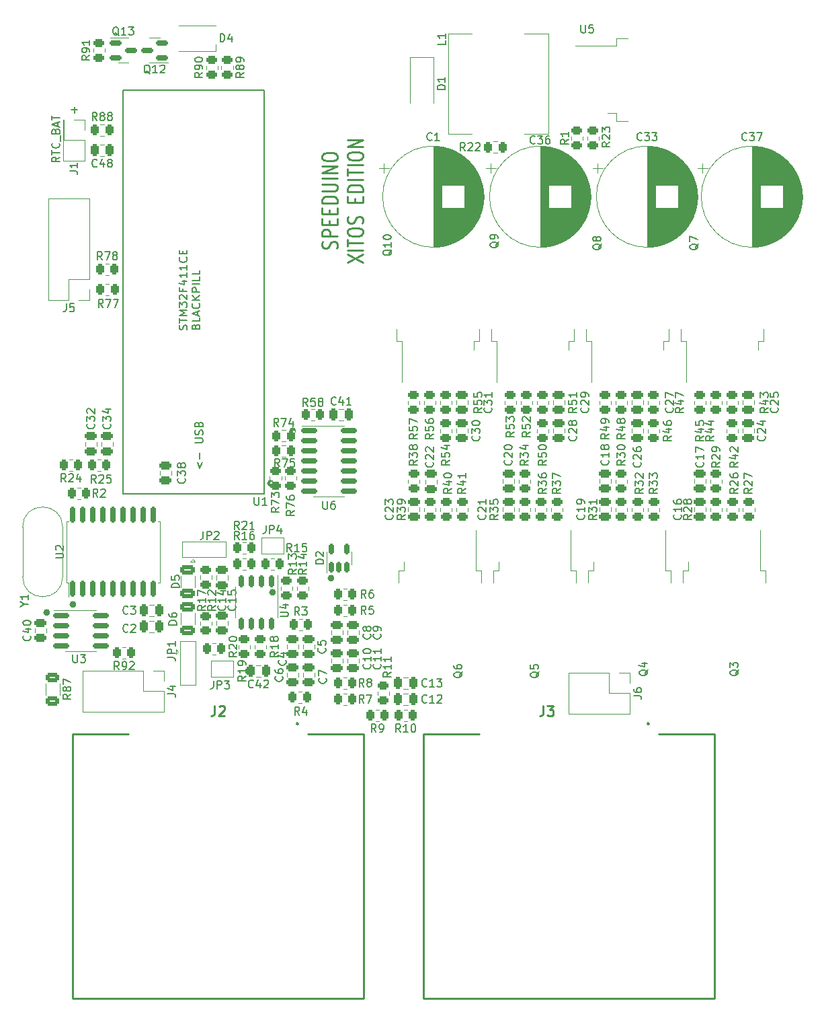
<source format=gbr>
%TF.GenerationSoftware,KiCad,Pcbnew,7.99.0-2367-gcb54bdfa84*%
%TF.CreationDate,2023-12-26T22:21:42+02:00*%
%TF.ProjectId,speeduino_stm32,73706565-6475-4696-9e6f-5f73746d3332,rev?*%
%TF.SameCoordinates,Original*%
%TF.FileFunction,Legend,Top*%
%TF.FilePolarity,Positive*%
%FSLAX46Y46*%
G04 Gerber Fmt 4.6, Leading zero omitted, Abs format (unit mm)*
G04 Created by KiCad (PCBNEW 7.99.0-2367-gcb54bdfa84) date 2023-12-26 22:21:42*
%MOMM*%
%LPD*%
G01*
G04 APERTURE LIST*
G04 Aperture macros list*
%AMRoundRect*
0 Rectangle with rounded corners*
0 $1 Rounding radius*
0 $2 $3 $4 $5 $6 $7 $8 $9 X,Y pos of 4 corners*
0 Add a 4 corners polygon primitive as box body*
4,1,4,$2,$3,$4,$5,$6,$7,$8,$9,$2,$3,0*
0 Add four circle primitives for the rounded corners*
1,1,$1+$1,$2,$3*
1,1,$1+$1,$4,$5*
1,1,$1+$1,$6,$7*
1,1,$1+$1,$8,$9*
0 Add four rect primitives between the rounded corners*
20,1,$1+$1,$2,$3,$4,$5,0*
20,1,$1+$1,$4,$5,$6,$7,0*
20,1,$1+$1,$6,$7,$8,$9,0*
20,1,$1+$1,$8,$9,$2,$3,0*%
%AMFreePoly0*
4,1,6,1.000000,0.000000,0.500000,-0.750000,-0.500000,-0.750000,-0.500000,0.750000,0.500000,0.750000,1.000000,0.000000,1.000000,0.000000,$1*%
%AMFreePoly1*
4,1,6,0.500000,-0.750000,-0.650000,-0.750000,-0.150000,0.000000,-0.650000,0.750000,0.500000,0.750000,0.500000,-0.750000,0.500000,-0.750000,$1*%
G04 Aperture macros list end*
%ADD10C,0.434210*%
%ADD11C,0.250000*%
%ADD12C,0.150000*%
%ADD13C,0.254000*%
%ADD14C,0.120000*%
%ADD15RoundRect,0.250000X-0.450000X0.262500X-0.450000X-0.262500X0.450000X-0.262500X0.450000X0.262500X0*%
%ADD16RoundRect,0.250000X-0.475000X0.250000X-0.475000X-0.250000X0.475000X-0.250000X0.475000X0.250000X0*%
%ADD17RoundRect,0.250000X-0.262500X-0.450000X0.262500X-0.450000X0.262500X0.450000X-0.262500X0.450000X0*%
%ADD18RoundRect,0.250000X0.475000X-0.250000X0.475000X0.250000X-0.475000X0.250000X-0.475000X-0.250000X0*%
%ADD19RoundRect,0.250000X0.262500X0.450000X-0.262500X0.450000X-0.262500X-0.450000X0.262500X-0.450000X0*%
%ADD20RoundRect,0.250000X-0.650000X0.325000X-0.650000X-0.325000X0.650000X-0.325000X0.650000X0.325000X0*%
%ADD21RoundRect,0.250000X0.450000X-0.262500X0.450000X0.262500X-0.450000X0.262500X-0.450000X-0.262500X0*%
%ADD22R,1.700000X1.700000*%
%ADD23O,1.700000X1.700000*%
%ADD24R,0.800000X4.600000*%
%ADD25R,10.800000X9.400000*%
%ADD26R,2.400000X2.400000*%
%ADD27C,2.400000*%
%ADD28RoundRect,0.150000X-0.825000X-0.150000X0.825000X-0.150000X0.825000X0.150000X-0.825000X0.150000X0*%
%ADD29R,4.600000X1.100000*%
%ADD30R,9.400000X10.800000*%
%ADD31C,1.800000*%
%ADD32RoundRect,0.150000X-0.150000X0.625000X-0.150000X-0.625000X0.150000X-0.625000X0.150000X0.625000X0*%
%ADD33RoundRect,0.250000X-0.250000X-0.475000X0.250000X-0.475000X0.250000X0.475000X-0.250000X0.475000X0*%
%ADD34RoundRect,0.250000X0.250000X0.475000X-0.250000X0.475000X-0.250000X-0.475000X0.250000X-0.475000X0*%
%ADD35RoundRect,0.150000X-0.587500X-0.150000X0.587500X-0.150000X0.587500X0.150000X-0.587500X0.150000X0*%
%ADD36RoundRect,0.250000X0.650000X-0.325000X0.650000X0.325000X-0.650000X0.325000X-0.650000X-0.325000X0*%
%ADD37R,1.500000X1.500000*%
%ADD38FreePoly0,270.000000*%
%ADD39FreePoly0,90.000000*%
%ADD40C,1.524000*%
%ADD41FreePoly0,180.000000*%
%ADD42FreePoly1,180.000000*%
%ADD43R,5.400000X2.900000*%
%ADD44RoundRect,0.150000X0.150000X-0.512500X0.150000X0.512500X-0.150000X0.512500X-0.150000X-0.512500X0*%
%ADD45C,1.500000*%
%ADD46R,2.700000X1.500000*%
%ADD47RoundRect,0.150000X0.587500X0.150000X-0.587500X0.150000X-0.587500X-0.150000X0.587500X-0.150000X0*%
%ADD48RoundRect,0.250000X-0.625000X0.312500X-0.625000X-0.312500X0.625000X-0.312500X0.625000X0.312500X0*%
%ADD49RoundRect,0.150000X0.150000X-0.875000X0.150000X0.875000X-0.150000X0.875000X-0.150000X-0.875000X0*%
%ADD50FreePoly0,0.000000*%
%ADD51R,1.500000X2.600000*%
G04 APERTURE END LIST*
D10*
X60415105Y-77470000D02*
G75*
G02*
X60415105Y-77470000I-217105J0D01*
G01*
X29427105Y-100330000D02*
G75*
G02*
X29427105Y-100330000I-217105J0D01*
G01*
X65241105Y-96012000D02*
G75*
G02*
X65241105Y-96012000I-217105J0D01*
G01*
X57875105Y-97790000D02*
G75*
G02*
X57875105Y-97790000I-217105J0D01*
G01*
X57621105Y-84074000D02*
G75*
G02*
X57621105Y-84074000I-217105J0D01*
G01*
X32729105Y-99314000D02*
G75*
G02*
X32729105Y-99314000I-217105J0D01*
G01*
D11*
X65769112Y-54514000D02*
X65864350Y-54299715D01*
X65864350Y-54299715D02*
X65864350Y-53942572D01*
X65864350Y-53942572D02*
X65769112Y-53799715D01*
X65769112Y-53799715D02*
X65673873Y-53728286D01*
X65673873Y-53728286D02*
X65483397Y-53656857D01*
X65483397Y-53656857D02*
X65292921Y-53656857D01*
X65292921Y-53656857D02*
X65102445Y-53728286D01*
X65102445Y-53728286D02*
X65007207Y-53799715D01*
X65007207Y-53799715D02*
X64911969Y-53942572D01*
X64911969Y-53942572D02*
X64816731Y-54228286D01*
X64816731Y-54228286D02*
X64721492Y-54371143D01*
X64721492Y-54371143D02*
X64626254Y-54442572D01*
X64626254Y-54442572D02*
X64435778Y-54514000D01*
X64435778Y-54514000D02*
X64245302Y-54514000D01*
X64245302Y-54514000D02*
X64054826Y-54442572D01*
X64054826Y-54442572D02*
X63959588Y-54371143D01*
X63959588Y-54371143D02*
X63864350Y-54228286D01*
X63864350Y-54228286D02*
X63864350Y-53871143D01*
X63864350Y-53871143D02*
X63959588Y-53656857D01*
X65864350Y-53014001D02*
X63864350Y-53014001D01*
X63864350Y-53014001D02*
X63864350Y-52442572D01*
X63864350Y-52442572D02*
X63959588Y-52299715D01*
X63959588Y-52299715D02*
X64054826Y-52228286D01*
X64054826Y-52228286D02*
X64245302Y-52156858D01*
X64245302Y-52156858D02*
X64531016Y-52156858D01*
X64531016Y-52156858D02*
X64721492Y-52228286D01*
X64721492Y-52228286D02*
X64816731Y-52299715D01*
X64816731Y-52299715D02*
X64911969Y-52442572D01*
X64911969Y-52442572D02*
X64911969Y-53014001D01*
X64816731Y-51514001D02*
X64816731Y-51014001D01*
X65864350Y-50799715D02*
X65864350Y-51514001D01*
X65864350Y-51514001D02*
X63864350Y-51514001D01*
X63864350Y-51514001D02*
X63864350Y-50799715D01*
X64816731Y-50156858D02*
X64816731Y-49656858D01*
X65864350Y-49442572D02*
X65864350Y-50156858D01*
X65864350Y-50156858D02*
X63864350Y-50156858D01*
X63864350Y-50156858D02*
X63864350Y-49442572D01*
X65864350Y-48799715D02*
X63864350Y-48799715D01*
X63864350Y-48799715D02*
X63864350Y-48442572D01*
X63864350Y-48442572D02*
X63959588Y-48228286D01*
X63959588Y-48228286D02*
X64150064Y-48085429D01*
X64150064Y-48085429D02*
X64340540Y-48014000D01*
X64340540Y-48014000D02*
X64721492Y-47942572D01*
X64721492Y-47942572D02*
X65007207Y-47942572D01*
X65007207Y-47942572D02*
X65388159Y-48014000D01*
X65388159Y-48014000D02*
X65578635Y-48085429D01*
X65578635Y-48085429D02*
X65769112Y-48228286D01*
X65769112Y-48228286D02*
X65864350Y-48442572D01*
X65864350Y-48442572D02*
X65864350Y-48799715D01*
X63864350Y-47299715D02*
X65483397Y-47299715D01*
X65483397Y-47299715D02*
X65673873Y-47228286D01*
X65673873Y-47228286D02*
X65769112Y-47156858D01*
X65769112Y-47156858D02*
X65864350Y-47014000D01*
X65864350Y-47014000D02*
X65864350Y-46728286D01*
X65864350Y-46728286D02*
X65769112Y-46585429D01*
X65769112Y-46585429D02*
X65673873Y-46514000D01*
X65673873Y-46514000D02*
X65483397Y-46442572D01*
X65483397Y-46442572D02*
X63864350Y-46442572D01*
X65864350Y-45728286D02*
X63864350Y-45728286D01*
X65864350Y-45014000D02*
X63864350Y-45014000D01*
X63864350Y-45014000D02*
X65864350Y-44156857D01*
X65864350Y-44156857D02*
X63864350Y-44156857D01*
X63864350Y-43156856D02*
X63864350Y-42871142D01*
X63864350Y-42871142D02*
X63959588Y-42728285D01*
X63959588Y-42728285D02*
X64150064Y-42585428D01*
X64150064Y-42585428D02*
X64531016Y-42513999D01*
X64531016Y-42513999D02*
X65197683Y-42513999D01*
X65197683Y-42513999D02*
X65578635Y-42585428D01*
X65578635Y-42585428D02*
X65769112Y-42728285D01*
X65769112Y-42728285D02*
X65864350Y-42871142D01*
X65864350Y-42871142D02*
X65864350Y-43156856D01*
X65864350Y-43156856D02*
X65769112Y-43299714D01*
X65769112Y-43299714D02*
X65578635Y-43442571D01*
X65578635Y-43442571D02*
X65197683Y-43513999D01*
X65197683Y-43513999D02*
X64531016Y-43513999D01*
X64531016Y-43513999D02*
X64150064Y-43442571D01*
X64150064Y-43442571D02*
X63959588Y-43299714D01*
X63959588Y-43299714D02*
X63864350Y-43156856D01*
X67084238Y-56299714D02*
X69084238Y-55299714D01*
X67084238Y-55299714D02*
X69084238Y-56299714D01*
X69084238Y-54728286D02*
X67084238Y-54728286D01*
X67084238Y-54228285D02*
X67084238Y-53371143D01*
X69084238Y-53799714D02*
X67084238Y-53799714D01*
X67084238Y-52585428D02*
X67084238Y-52299714D01*
X67084238Y-52299714D02*
X67179476Y-52156857D01*
X67179476Y-52156857D02*
X67369952Y-52014000D01*
X67369952Y-52014000D02*
X67750904Y-51942571D01*
X67750904Y-51942571D02*
X68417571Y-51942571D01*
X68417571Y-51942571D02*
X68798523Y-52014000D01*
X68798523Y-52014000D02*
X68989000Y-52156857D01*
X68989000Y-52156857D02*
X69084238Y-52299714D01*
X69084238Y-52299714D02*
X69084238Y-52585428D01*
X69084238Y-52585428D02*
X68989000Y-52728286D01*
X68989000Y-52728286D02*
X68798523Y-52871143D01*
X68798523Y-52871143D02*
X68417571Y-52942571D01*
X68417571Y-52942571D02*
X67750904Y-52942571D01*
X67750904Y-52942571D02*
X67369952Y-52871143D01*
X67369952Y-52871143D02*
X67179476Y-52728286D01*
X67179476Y-52728286D02*
X67084238Y-52585428D01*
X68989000Y-51371142D02*
X69084238Y-51156857D01*
X69084238Y-51156857D02*
X69084238Y-50799714D01*
X69084238Y-50799714D02*
X68989000Y-50656857D01*
X68989000Y-50656857D02*
X68893761Y-50585428D01*
X68893761Y-50585428D02*
X68703285Y-50513999D01*
X68703285Y-50513999D02*
X68512809Y-50513999D01*
X68512809Y-50513999D02*
X68322333Y-50585428D01*
X68322333Y-50585428D02*
X68227095Y-50656857D01*
X68227095Y-50656857D02*
X68131857Y-50799714D01*
X68131857Y-50799714D02*
X68036619Y-51085428D01*
X68036619Y-51085428D02*
X67941380Y-51228285D01*
X67941380Y-51228285D02*
X67846142Y-51299714D01*
X67846142Y-51299714D02*
X67655666Y-51371142D01*
X67655666Y-51371142D02*
X67465190Y-51371142D01*
X67465190Y-51371142D02*
X67274714Y-51299714D01*
X67274714Y-51299714D02*
X67179476Y-51228285D01*
X67179476Y-51228285D02*
X67084238Y-51085428D01*
X67084238Y-51085428D02*
X67084238Y-50728285D01*
X67084238Y-50728285D02*
X67179476Y-50513999D01*
X68036619Y-48728286D02*
X68036619Y-48228286D01*
X69084238Y-48014000D02*
X69084238Y-48728286D01*
X69084238Y-48728286D02*
X67084238Y-48728286D01*
X67084238Y-48728286D02*
X67084238Y-48014000D01*
X69084238Y-47371143D02*
X67084238Y-47371143D01*
X67084238Y-47371143D02*
X67084238Y-47014000D01*
X67084238Y-47014000D02*
X67179476Y-46799714D01*
X67179476Y-46799714D02*
X67369952Y-46656857D01*
X67369952Y-46656857D02*
X67560428Y-46585428D01*
X67560428Y-46585428D02*
X67941380Y-46514000D01*
X67941380Y-46514000D02*
X68227095Y-46514000D01*
X68227095Y-46514000D02*
X68608047Y-46585428D01*
X68608047Y-46585428D02*
X68798523Y-46656857D01*
X68798523Y-46656857D02*
X68989000Y-46799714D01*
X68989000Y-46799714D02*
X69084238Y-47014000D01*
X69084238Y-47014000D02*
X69084238Y-47371143D01*
X69084238Y-45871143D02*
X67084238Y-45871143D01*
X67084238Y-45371142D02*
X67084238Y-44514000D01*
X69084238Y-44942571D02*
X67084238Y-44942571D01*
X69084238Y-44014000D02*
X67084238Y-44014000D01*
X67084238Y-43013999D02*
X67084238Y-42728285D01*
X67084238Y-42728285D02*
X67179476Y-42585428D01*
X67179476Y-42585428D02*
X67369952Y-42442571D01*
X67369952Y-42442571D02*
X67750904Y-42371142D01*
X67750904Y-42371142D02*
X68417571Y-42371142D01*
X68417571Y-42371142D02*
X68798523Y-42442571D01*
X68798523Y-42442571D02*
X68989000Y-42585428D01*
X68989000Y-42585428D02*
X69084238Y-42728285D01*
X69084238Y-42728285D02*
X69084238Y-43013999D01*
X69084238Y-43013999D02*
X68989000Y-43156857D01*
X68989000Y-43156857D02*
X68798523Y-43299714D01*
X68798523Y-43299714D02*
X68417571Y-43371142D01*
X68417571Y-43371142D02*
X67750904Y-43371142D01*
X67750904Y-43371142D02*
X67369952Y-43299714D01*
X67369952Y-43299714D02*
X67179476Y-43156857D01*
X67179476Y-43156857D02*
X67084238Y-43013999D01*
X69084238Y-41728285D02*
X67084238Y-41728285D01*
X67084238Y-41728285D02*
X69084238Y-40871142D01*
X69084238Y-40871142D02*
X67084238Y-40871142D01*
D12*
X48225152Y-81451316D02*
X48510866Y-82213220D01*
X48510866Y-82213220D02*
X48796580Y-81451316D01*
X48510866Y-80975125D02*
X48510866Y-80213221D01*
X47891819Y-78975125D02*
X48701342Y-78975125D01*
X48701342Y-78975125D02*
X48796580Y-78927506D01*
X48796580Y-78927506D02*
X48844200Y-78879887D01*
X48844200Y-78879887D02*
X48891819Y-78784649D01*
X48891819Y-78784649D02*
X48891819Y-78594173D01*
X48891819Y-78594173D02*
X48844200Y-78498935D01*
X48844200Y-78498935D02*
X48796580Y-78451316D01*
X48796580Y-78451316D02*
X48701342Y-78403697D01*
X48701342Y-78403697D02*
X47891819Y-78403697D01*
X48844200Y-77975125D02*
X48891819Y-77832268D01*
X48891819Y-77832268D02*
X48891819Y-77594173D01*
X48891819Y-77594173D02*
X48844200Y-77498935D01*
X48844200Y-77498935D02*
X48796580Y-77451316D01*
X48796580Y-77451316D02*
X48701342Y-77403697D01*
X48701342Y-77403697D02*
X48606104Y-77403697D01*
X48606104Y-77403697D02*
X48510866Y-77451316D01*
X48510866Y-77451316D02*
X48463247Y-77498935D01*
X48463247Y-77498935D02*
X48415628Y-77594173D01*
X48415628Y-77594173D02*
X48368009Y-77784649D01*
X48368009Y-77784649D02*
X48320390Y-77879887D01*
X48320390Y-77879887D02*
X48272771Y-77927506D01*
X48272771Y-77927506D02*
X48177533Y-77975125D01*
X48177533Y-77975125D02*
X48082295Y-77975125D01*
X48082295Y-77975125D02*
X47987057Y-77927506D01*
X47987057Y-77927506D02*
X47939438Y-77879887D01*
X47939438Y-77879887D02*
X47891819Y-77784649D01*
X47891819Y-77784649D02*
X47891819Y-77546554D01*
X47891819Y-77546554D02*
X47939438Y-77403697D01*
X48368009Y-76641792D02*
X48415628Y-76498935D01*
X48415628Y-76498935D02*
X48463247Y-76451316D01*
X48463247Y-76451316D02*
X48558485Y-76403697D01*
X48558485Y-76403697D02*
X48701342Y-76403697D01*
X48701342Y-76403697D02*
X48796580Y-76451316D01*
X48796580Y-76451316D02*
X48844200Y-76498935D01*
X48844200Y-76498935D02*
X48891819Y-76594173D01*
X48891819Y-76594173D02*
X48891819Y-76975125D01*
X48891819Y-76975125D02*
X47891819Y-76975125D01*
X47891819Y-76975125D02*
X47891819Y-76641792D01*
X47891819Y-76641792D02*
X47939438Y-76546554D01*
X47939438Y-76546554D02*
X47987057Y-76498935D01*
X47987057Y-76498935D02*
X48082295Y-76451316D01*
X48082295Y-76451316D02*
X48177533Y-76451316D01*
X48177533Y-76451316D02*
X48272771Y-76498935D01*
X48272771Y-76498935D02*
X48320390Y-76546554D01*
X48320390Y-76546554D02*
X48368009Y-76641792D01*
X48368009Y-76641792D02*
X48368009Y-76975125D01*
X32340779Y-37080866D02*
X33102684Y-37080866D01*
X32721731Y-37461819D02*
X32721731Y-36699914D01*
X46853256Y-64734839D02*
X46900875Y-64591982D01*
X46900875Y-64591982D02*
X46900875Y-64353887D01*
X46900875Y-64353887D02*
X46853256Y-64258649D01*
X46853256Y-64258649D02*
X46805636Y-64211030D01*
X46805636Y-64211030D02*
X46710398Y-64163411D01*
X46710398Y-64163411D02*
X46615160Y-64163411D01*
X46615160Y-64163411D02*
X46519922Y-64211030D01*
X46519922Y-64211030D02*
X46472303Y-64258649D01*
X46472303Y-64258649D02*
X46424684Y-64353887D01*
X46424684Y-64353887D02*
X46377065Y-64544363D01*
X46377065Y-64544363D02*
X46329446Y-64639601D01*
X46329446Y-64639601D02*
X46281827Y-64687220D01*
X46281827Y-64687220D02*
X46186589Y-64734839D01*
X46186589Y-64734839D02*
X46091351Y-64734839D01*
X46091351Y-64734839D02*
X45996113Y-64687220D01*
X45996113Y-64687220D02*
X45948494Y-64639601D01*
X45948494Y-64639601D02*
X45900875Y-64544363D01*
X45900875Y-64544363D02*
X45900875Y-64306268D01*
X45900875Y-64306268D02*
X45948494Y-64163411D01*
X45900875Y-63877696D02*
X45900875Y-63306268D01*
X46900875Y-63591982D02*
X45900875Y-63591982D01*
X46900875Y-62972934D02*
X45900875Y-62972934D01*
X45900875Y-62972934D02*
X46615160Y-62639601D01*
X46615160Y-62639601D02*
X45900875Y-62306268D01*
X45900875Y-62306268D02*
X46900875Y-62306268D01*
X45900875Y-61925315D02*
X45900875Y-61306268D01*
X45900875Y-61306268D02*
X46281827Y-61639601D01*
X46281827Y-61639601D02*
X46281827Y-61496744D01*
X46281827Y-61496744D02*
X46329446Y-61401506D01*
X46329446Y-61401506D02*
X46377065Y-61353887D01*
X46377065Y-61353887D02*
X46472303Y-61306268D01*
X46472303Y-61306268D02*
X46710398Y-61306268D01*
X46710398Y-61306268D02*
X46805636Y-61353887D01*
X46805636Y-61353887D02*
X46853256Y-61401506D01*
X46853256Y-61401506D02*
X46900875Y-61496744D01*
X46900875Y-61496744D02*
X46900875Y-61782458D01*
X46900875Y-61782458D02*
X46853256Y-61877696D01*
X46853256Y-61877696D02*
X46805636Y-61925315D01*
X45996113Y-60925315D02*
X45948494Y-60877696D01*
X45948494Y-60877696D02*
X45900875Y-60782458D01*
X45900875Y-60782458D02*
X45900875Y-60544363D01*
X45900875Y-60544363D02*
X45948494Y-60449125D01*
X45948494Y-60449125D02*
X45996113Y-60401506D01*
X45996113Y-60401506D02*
X46091351Y-60353887D01*
X46091351Y-60353887D02*
X46186589Y-60353887D01*
X46186589Y-60353887D02*
X46329446Y-60401506D01*
X46329446Y-60401506D02*
X46900875Y-60972934D01*
X46900875Y-60972934D02*
X46900875Y-60353887D01*
X46377065Y-59591982D02*
X46377065Y-59925315D01*
X46900875Y-59925315D02*
X45900875Y-59925315D01*
X45900875Y-59925315D02*
X45900875Y-59449125D01*
X46234208Y-58639601D02*
X46900875Y-58639601D01*
X45853256Y-58877696D02*
X46567541Y-59115791D01*
X46567541Y-59115791D02*
X46567541Y-58496744D01*
X46900875Y-57591982D02*
X46900875Y-58163410D01*
X46900875Y-57877696D02*
X45900875Y-57877696D01*
X45900875Y-57877696D02*
X46043732Y-57972934D01*
X46043732Y-57972934D02*
X46138970Y-58068172D01*
X46138970Y-58068172D02*
X46186589Y-58163410D01*
X46900875Y-56639601D02*
X46900875Y-57211029D01*
X46900875Y-56925315D02*
X45900875Y-56925315D01*
X45900875Y-56925315D02*
X46043732Y-57020553D01*
X46043732Y-57020553D02*
X46138970Y-57115791D01*
X46138970Y-57115791D02*
X46186589Y-57211029D01*
X46805636Y-55639601D02*
X46853256Y-55687220D01*
X46853256Y-55687220D02*
X46900875Y-55830077D01*
X46900875Y-55830077D02*
X46900875Y-55925315D01*
X46900875Y-55925315D02*
X46853256Y-56068172D01*
X46853256Y-56068172D02*
X46758017Y-56163410D01*
X46758017Y-56163410D02*
X46662779Y-56211029D01*
X46662779Y-56211029D02*
X46472303Y-56258648D01*
X46472303Y-56258648D02*
X46329446Y-56258648D01*
X46329446Y-56258648D02*
X46138970Y-56211029D01*
X46138970Y-56211029D02*
X46043732Y-56163410D01*
X46043732Y-56163410D02*
X45948494Y-56068172D01*
X45948494Y-56068172D02*
X45900875Y-55925315D01*
X45900875Y-55925315D02*
X45900875Y-55830077D01*
X45900875Y-55830077D02*
X45948494Y-55687220D01*
X45948494Y-55687220D02*
X45996113Y-55639601D01*
X46377065Y-55211029D02*
X46377065Y-54877696D01*
X46900875Y-54734839D02*
X46900875Y-55211029D01*
X46900875Y-55211029D02*
X45900875Y-55211029D01*
X45900875Y-55211029D02*
X45900875Y-54734839D01*
X47987009Y-64353887D02*
X48034628Y-64211030D01*
X48034628Y-64211030D02*
X48082247Y-64163411D01*
X48082247Y-64163411D02*
X48177485Y-64115792D01*
X48177485Y-64115792D02*
X48320342Y-64115792D01*
X48320342Y-64115792D02*
X48415580Y-64163411D01*
X48415580Y-64163411D02*
X48463200Y-64211030D01*
X48463200Y-64211030D02*
X48510819Y-64306268D01*
X48510819Y-64306268D02*
X48510819Y-64687220D01*
X48510819Y-64687220D02*
X47510819Y-64687220D01*
X47510819Y-64687220D02*
X47510819Y-64353887D01*
X47510819Y-64353887D02*
X47558438Y-64258649D01*
X47558438Y-64258649D02*
X47606057Y-64211030D01*
X47606057Y-64211030D02*
X47701295Y-64163411D01*
X47701295Y-64163411D02*
X47796533Y-64163411D01*
X47796533Y-64163411D02*
X47891771Y-64211030D01*
X47891771Y-64211030D02*
X47939390Y-64258649D01*
X47939390Y-64258649D02*
X47987009Y-64353887D01*
X47987009Y-64353887D02*
X47987009Y-64687220D01*
X48510819Y-63211030D02*
X48510819Y-63687220D01*
X48510819Y-63687220D02*
X47510819Y-63687220D01*
X48225104Y-62925315D02*
X48225104Y-62449125D01*
X48510819Y-63020553D02*
X47510819Y-62687220D01*
X47510819Y-62687220D02*
X48510819Y-62353887D01*
X48415580Y-61449125D02*
X48463200Y-61496744D01*
X48463200Y-61496744D02*
X48510819Y-61639601D01*
X48510819Y-61639601D02*
X48510819Y-61734839D01*
X48510819Y-61734839D02*
X48463200Y-61877696D01*
X48463200Y-61877696D02*
X48367961Y-61972934D01*
X48367961Y-61972934D02*
X48272723Y-62020553D01*
X48272723Y-62020553D02*
X48082247Y-62068172D01*
X48082247Y-62068172D02*
X47939390Y-62068172D01*
X47939390Y-62068172D02*
X47748914Y-62020553D01*
X47748914Y-62020553D02*
X47653676Y-61972934D01*
X47653676Y-61972934D02*
X47558438Y-61877696D01*
X47558438Y-61877696D02*
X47510819Y-61734839D01*
X47510819Y-61734839D02*
X47510819Y-61639601D01*
X47510819Y-61639601D02*
X47558438Y-61496744D01*
X47558438Y-61496744D02*
X47606057Y-61449125D01*
X48510819Y-61020553D02*
X47510819Y-61020553D01*
X48510819Y-60449125D02*
X47939390Y-60877696D01*
X47510819Y-60449125D02*
X48082247Y-61020553D01*
X48510819Y-60020553D02*
X47510819Y-60020553D01*
X47510819Y-60020553D02*
X47510819Y-59639601D01*
X47510819Y-59639601D02*
X47558438Y-59544363D01*
X47558438Y-59544363D02*
X47606057Y-59496744D01*
X47606057Y-59496744D02*
X47701295Y-59449125D01*
X47701295Y-59449125D02*
X47844152Y-59449125D01*
X47844152Y-59449125D02*
X47939390Y-59496744D01*
X47939390Y-59496744D02*
X47987009Y-59544363D01*
X47987009Y-59544363D02*
X48034628Y-59639601D01*
X48034628Y-59639601D02*
X48034628Y-60020553D01*
X48510819Y-59020553D02*
X47510819Y-59020553D01*
X48510819Y-58068173D02*
X48510819Y-58544363D01*
X48510819Y-58544363D02*
X47510819Y-58544363D01*
X48510819Y-57258649D02*
X48510819Y-57734839D01*
X48510819Y-57734839D02*
X47510819Y-57734839D01*
X30857819Y-43033792D02*
X30381628Y-43367125D01*
X30857819Y-43605220D02*
X29857819Y-43605220D01*
X29857819Y-43605220D02*
X29857819Y-43224268D01*
X29857819Y-43224268D02*
X29905438Y-43129030D01*
X29905438Y-43129030D02*
X29953057Y-43081411D01*
X29953057Y-43081411D02*
X30048295Y-43033792D01*
X30048295Y-43033792D02*
X30191152Y-43033792D01*
X30191152Y-43033792D02*
X30286390Y-43081411D01*
X30286390Y-43081411D02*
X30334009Y-43129030D01*
X30334009Y-43129030D02*
X30381628Y-43224268D01*
X30381628Y-43224268D02*
X30381628Y-43605220D01*
X29857819Y-42748077D02*
X29857819Y-42176649D01*
X30857819Y-42462363D02*
X29857819Y-42462363D01*
X30762580Y-41271887D02*
X30810200Y-41319506D01*
X30810200Y-41319506D02*
X30857819Y-41462363D01*
X30857819Y-41462363D02*
X30857819Y-41557601D01*
X30857819Y-41557601D02*
X30810200Y-41700458D01*
X30810200Y-41700458D02*
X30714961Y-41795696D01*
X30714961Y-41795696D02*
X30619723Y-41843315D01*
X30619723Y-41843315D02*
X30429247Y-41890934D01*
X30429247Y-41890934D02*
X30286390Y-41890934D01*
X30286390Y-41890934D02*
X30095914Y-41843315D01*
X30095914Y-41843315D02*
X30000676Y-41795696D01*
X30000676Y-41795696D02*
X29905438Y-41700458D01*
X29905438Y-41700458D02*
X29857819Y-41557601D01*
X29857819Y-41557601D02*
X29857819Y-41462363D01*
X29857819Y-41462363D02*
X29905438Y-41319506D01*
X29905438Y-41319506D02*
X29953057Y-41271887D01*
X30953057Y-41081411D02*
X30953057Y-40319506D01*
X30334009Y-39748077D02*
X30381628Y-39605220D01*
X30381628Y-39605220D02*
X30429247Y-39557601D01*
X30429247Y-39557601D02*
X30524485Y-39509982D01*
X30524485Y-39509982D02*
X30667342Y-39509982D01*
X30667342Y-39509982D02*
X30762580Y-39557601D01*
X30762580Y-39557601D02*
X30810200Y-39605220D01*
X30810200Y-39605220D02*
X30857819Y-39700458D01*
X30857819Y-39700458D02*
X30857819Y-40081410D01*
X30857819Y-40081410D02*
X29857819Y-40081410D01*
X29857819Y-40081410D02*
X29857819Y-39748077D01*
X29857819Y-39748077D02*
X29905438Y-39652839D01*
X29905438Y-39652839D02*
X29953057Y-39605220D01*
X29953057Y-39605220D02*
X30048295Y-39557601D01*
X30048295Y-39557601D02*
X30143533Y-39557601D01*
X30143533Y-39557601D02*
X30238771Y-39605220D01*
X30238771Y-39605220D02*
X30286390Y-39652839D01*
X30286390Y-39652839D02*
X30334009Y-39748077D01*
X30334009Y-39748077D02*
X30334009Y-40081410D01*
X30572104Y-39129029D02*
X30572104Y-38652839D01*
X30857819Y-39224267D02*
X29857819Y-38890934D01*
X29857819Y-38890934D02*
X30857819Y-38557601D01*
X29857819Y-38367124D02*
X29857819Y-37795696D01*
X30857819Y-38081410D02*
X29857819Y-38081410D01*
X92148819Y-81160857D02*
X91672628Y-81494190D01*
X92148819Y-81732285D02*
X91148819Y-81732285D01*
X91148819Y-81732285D02*
X91148819Y-81351333D01*
X91148819Y-81351333D02*
X91196438Y-81256095D01*
X91196438Y-81256095D02*
X91244057Y-81208476D01*
X91244057Y-81208476D02*
X91339295Y-81160857D01*
X91339295Y-81160857D02*
X91482152Y-81160857D01*
X91482152Y-81160857D02*
X91577390Y-81208476D01*
X91577390Y-81208476D02*
X91625009Y-81256095D01*
X91625009Y-81256095D02*
X91672628Y-81351333D01*
X91672628Y-81351333D02*
X91672628Y-81732285D01*
X91148819Y-80256095D02*
X91148819Y-80732285D01*
X91148819Y-80732285D02*
X91625009Y-80779904D01*
X91625009Y-80779904D02*
X91577390Y-80732285D01*
X91577390Y-80732285D02*
X91529771Y-80637047D01*
X91529771Y-80637047D02*
X91529771Y-80398952D01*
X91529771Y-80398952D02*
X91577390Y-80303714D01*
X91577390Y-80303714D02*
X91625009Y-80256095D01*
X91625009Y-80256095D02*
X91720247Y-80208476D01*
X91720247Y-80208476D02*
X91958342Y-80208476D01*
X91958342Y-80208476D02*
X92053580Y-80256095D01*
X92053580Y-80256095D02*
X92101200Y-80303714D01*
X92101200Y-80303714D02*
X92148819Y-80398952D01*
X92148819Y-80398952D02*
X92148819Y-80637047D01*
X92148819Y-80637047D02*
X92101200Y-80732285D01*
X92101200Y-80732285D02*
X92053580Y-80779904D01*
X91148819Y-79589428D02*
X91148819Y-79494190D01*
X91148819Y-79494190D02*
X91196438Y-79398952D01*
X91196438Y-79398952D02*
X91244057Y-79351333D01*
X91244057Y-79351333D02*
X91339295Y-79303714D01*
X91339295Y-79303714D02*
X91529771Y-79256095D01*
X91529771Y-79256095D02*
X91767866Y-79256095D01*
X91767866Y-79256095D02*
X91958342Y-79303714D01*
X91958342Y-79303714D02*
X92053580Y-79351333D01*
X92053580Y-79351333D02*
X92101200Y-79398952D01*
X92101200Y-79398952D02*
X92148819Y-79494190D01*
X92148819Y-79494190D02*
X92148819Y-79589428D01*
X92148819Y-79589428D02*
X92101200Y-79684666D01*
X92101200Y-79684666D02*
X92053580Y-79732285D01*
X92053580Y-79732285D02*
X91958342Y-79779904D01*
X91958342Y-79779904D02*
X91767866Y-79827523D01*
X91767866Y-79827523D02*
X91529771Y-79827523D01*
X91529771Y-79827523D02*
X91339295Y-79779904D01*
X91339295Y-79779904D02*
X91244057Y-79732285D01*
X91244057Y-79732285D02*
X91196438Y-79684666D01*
X91196438Y-79684666D02*
X91148819Y-79589428D01*
X64269580Y-104814666D02*
X64317200Y-104862285D01*
X64317200Y-104862285D02*
X64364819Y-105005142D01*
X64364819Y-105005142D02*
X64364819Y-105100380D01*
X64364819Y-105100380D02*
X64317200Y-105243237D01*
X64317200Y-105243237D02*
X64221961Y-105338475D01*
X64221961Y-105338475D02*
X64126723Y-105386094D01*
X64126723Y-105386094D02*
X63936247Y-105433713D01*
X63936247Y-105433713D02*
X63793390Y-105433713D01*
X63793390Y-105433713D02*
X63602914Y-105386094D01*
X63602914Y-105386094D02*
X63507676Y-105338475D01*
X63507676Y-105338475D02*
X63412438Y-105243237D01*
X63412438Y-105243237D02*
X63364819Y-105100380D01*
X63364819Y-105100380D02*
X63364819Y-105005142D01*
X63364819Y-105005142D02*
X63412438Y-104862285D01*
X63412438Y-104862285D02*
X63460057Y-104814666D01*
X63364819Y-103909904D02*
X63364819Y-104386094D01*
X63364819Y-104386094D02*
X63841009Y-104433713D01*
X63841009Y-104433713D02*
X63793390Y-104386094D01*
X63793390Y-104386094D02*
X63745771Y-104290856D01*
X63745771Y-104290856D02*
X63745771Y-104052761D01*
X63745771Y-104052761D02*
X63793390Y-103957523D01*
X63793390Y-103957523D02*
X63841009Y-103909904D01*
X63841009Y-103909904D02*
X63936247Y-103862285D01*
X63936247Y-103862285D02*
X64174342Y-103862285D01*
X64174342Y-103862285D02*
X64269580Y-103909904D01*
X64269580Y-103909904D02*
X64317200Y-103957523D01*
X64317200Y-103957523D02*
X64364819Y-104052761D01*
X64364819Y-104052761D02*
X64364819Y-104290856D01*
X64364819Y-104290856D02*
X64317200Y-104386094D01*
X64317200Y-104386094D02*
X64269580Y-104433713D01*
X53459142Y-89862819D02*
X53125809Y-89386628D01*
X52887714Y-89862819D02*
X52887714Y-88862819D01*
X52887714Y-88862819D02*
X53268666Y-88862819D01*
X53268666Y-88862819D02*
X53363904Y-88910438D01*
X53363904Y-88910438D02*
X53411523Y-88958057D01*
X53411523Y-88958057D02*
X53459142Y-89053295D01*
X53459142Y-89053295D02*
X53459142Y-89196152D01*
X53459142Y-89196152D02*
X53411523Y-89291390D01*
X53411523Y-89291390D02*
X53363904Y-89339009D01*
X53363904Y-89339009D02*
X53268666Y-89386628D01*
X53268666Y-89386628D02*
X52887714Y-89386628D01*
X53840095Y-88958057D02*
X53887714Y-88910438D01*
X53887714Y-88910438D02*
X53982952Y-88862819D01*
X53982952Y-88862819D02*
X54221047Y-88862819D01*
X54221047Y-88862819D02*
X54316285Y-88910438D01*
X54316285Y-88910438D02*
X54363904Y-88958057D01*
X54363904Y-88958057D02*
X54411523Y-89053295D01*
X54411523Y-89053295D02*
X54411523Y-89148533D01*
X54411523Y-89148533D02*
X54363904Y-89291390D01*
X54363904Y-89291390D02*
X53792476Y-89862819D01*
X53792476Y-89862819D02*
X54411523Y-89862819D01*
X55363904Y-89862819D02*
X54792476Y-89862819D01*
X55078190Y-89862819D02*
X55078190Y-88862819D01*
X55078190Y-88862819D02*
X54982952Y-89005676D01*
X54982952Y-89005676D02*
X54887714Y-89100914D01*
X54887714Y-89100914D02*
X54792476Y-89148533D01*
X35647333Y-85798819D02*
X35314000Y-85322628D01*
X35075905Y-85798819D02*
X35075905Y-84798819D01*
X35075905Y-84798819D02*
X35456857Y-84798819D01*
X35456857Y-84798819D02*
X35552095Y-84846438D01*
X35552095Y-84846438D02*
X35599714Y-84894057D01*
X35599714Y-84894057D02*
X35647333Y-84989295D01*
X35647333Y-84989295D02*
X35647333Y-85132152D01*
X35647333Y-85132152D02*
X35599714Y-85227390D01*
X35599714Y-85227390D02*
X35552095Y-85275009D01*
X35552095Y-85275009D02*
X35456857Y-85322628D01*
X35456857Y-85322628D02*
X35075905Y-85322628D01*
X36028286Y-84894057D02*
X36075905Y-84846438D01*
X36075905Y-84846438D02*
X36171143Y-84798819D01*
X36171143Y-84798819D02*
X36409238Y-84798819D01*
X36409238Y-84798819D02*
X36504476Y-84846438D01*
X36504476Y-84846438D02*
X36552095Y-84894057D01*
X36552095Y-84894057D02*
X36599714Y-84989295D01*
X36599714Y-84989295D02*
X36599714Y-85084533D01*
X36599714Y-85084533D02*
X36552095Y-85227390D01*
X36552095Y-85227390D02*
X35980667Y-85798819D01*
X35980667Y-85798819D02*
X36599714Y-85798819D01*
X46587580Y-83446857D02*
X46635200Y-83494476D01*
X46635200Y-83494476D02*
X46682819Y-83637333D01*
X46682819Y-83637333D02*
X46682819Y-83732571D01*
X46682819Y-83732571D02*
X46635200Y-83875428D01*
X46635200Y-83875428D02*
X46539961Y-83970666D01*
X46539961Y-83970666D02*
X46444723Y-84018285D01*
X46444723Y-84018285D02*
X46254247Y-84065904D01*
X46254247Y-84065904D02*
X46111390Y-84065904D01*
X46111390Y-84065904D02*
X45920914Y-84018285D01*
X45920914Y-84018285D02*
X45825676Y-83970666D01*
X45825676Y-83970666D02*
X45730438Y-83875428D01*
X45730438Y-83875428D02*
X45682819Y-83732571D01*
X45682819Y-83732571D02*
X45682819Y-83637333D01*
X45682819Y-83637333D02*
X45730438Y-83494476D01*
X45730438Y-83494476D02*
X45778057Y-83446857D01*
X45682819Y-83113523D02*
X45682819Y-82494476D01*
X45682819Y-82494476D02*
X46063771Y-82827809D01*
X46063771Y-82827809D02*
X46063771Y-82684952D01*
X46063771Y-82684952D02*
X46111390Y-82589714D01*
X46111390Y-82589714D02*
X46159009Y-82542095D01*
X46159009Y-82542095D02*
X46254247Y-82494476D01*
X46254247Y-82494476D02*
X46492342Y-82494476D01*
X46492342Y-82494476D02*
X46587580Y-82542095D01*
X46587580Y-82542095D02*
X46635200Y-82589714D01*
X46635200Y-82589714D02*
X46682819Y-82684952D01*
X46682819Y-82684952D02*
X46682819Y-82970666D01*
X46682819Y-82970666D02*
X46635200Y-83065904D01*
X46635200Y-83065904D02*
X46587580Y-83113523D01*
X46111390Y-81923047D02*
X46063771Y-82018285D01*
X46063771Y-82018285D02*
X46016152Y-82065904D01*
X46016152Y-82065904D02*
X45920914Y-82113523D01*
X45920914Y-82113523D02*
X45873295Y-82113523D01*
X45873295Y-82113523D02*
X45778057Y-82065904D01*
X45778057Y-82065904D02*
X45730438Y-82018285D01*
X45730438Y-82018285D02*
X45682819Y-81923047D01*
X45682819Y-81923047D02*
X45682819Y-81732571D01*
X45682819Y-81732571D02*
X45730438Y-81637333D01*
X45730438Y-81637333D02*
X45778057Y-81589714D01*
X45778057Y-81589714D02*
X45873295Y-81542095D01*
X45873295Y-81542095D02*
X45920914Y-81542095D01*
X45920914Y-81542095D02*
X46016152Y-81589714D01*
X46016152Y-81589714D02*
X46063771Y-81637333D01*
X46063771Y-81637333D02*
X46111390Y-81732571D01*
X46111390Y-81732571D02*
X46111390Y-81923047D01*
X46111390Y-81923047D02*
X46159009Y-82018285D01*
X46159009Y-82018285D02*
X46206628Y-82065904D01*
X46206628Y-82065904D02*
X46301866Y-82113523D01*
X46301866Y-82113523D02*
X46492342Y-82113523D01*
X46492342Y-82113523D02*
X46587580Y-82065904D01*
X46587580Y-82065904D02*
X46635200Y-82018285D01*
X46635200Y-82018285D02*
X46682819Y-81923047D01*
X46682819Y-81923047D02*
X46682819Y-81732571D01*
X46682819Y-81732571D02*
X46635200Y-81637333D01*
X46635200Y-81637333D02*
X46587580Y-81589714D01*
X46587580Y-81589714D02*
X46492342Y-81542095D01*
X46492342Y-81542095D02*
X46301866Y-81542095D01*
X46301866Y-81542095D02*
X46206628Y-81589714D01*
X46206628Y-81589714D02*
X46159009Y-81637333D01*
X46159009Y-81637333D02*
X46111390Y-81732571D01*
X95958819Y-74556857D02*
X95482628Y-74890190D01*
X95958819Y-75128285D02*
X94958819Y-75128285D01*
X94958819Y-75128285D02*
X94958819Y-74747333D01*
X94958819Y-74747333D02*
X95006438Y-74652095D01*
X95006438Y-74652095D02*
X95054057Y-74604476D01*
X95054057Y-74604476D02*
X95149295Y-74556857D01*
X95149295Y-74556857D02*
X95292152Y-74556857D01*
X95292152Y-74556857D02*
X95387390Y-74604476D01*
X95387390Y-74604476D02*
X95435009Y-74652095D01*
X95435009Y-74652095D02*
X95482628Y-74747333D01*
X95482628Y-74747333D02*
X95482628Y-75128285D01*
X94958819Y-73652095D02*
X94958819Y-74128285D01*
X94958819Y-74128285D02*
X95435009Y-74175904D01*
X95435009Y-74175904D02*
X95387390Y-74128285D01*
X95387390Y-74128285D02*
X95339771Y-74033047D01*
X95339771Y-74033047D02*
X95339771Y-73794952D01*
X95339771Y-73794952D02*
X95387390Y-73699714D01*
X95387390Y-73699714D02*
X95435009Y-73652095D01*
X95435009Y-73652095D02*
X95530247Y-73604476D01*
X95530247Y-73604476D02*
X95768342Y-73604476D01*
X95768342Y-73604476D02*
X95863580Y-73652095D01*
X95863580Y-73652095D02*
X95911200Y-73699714D01*
X95911200Y-73699714D02*
X95958819Y-73794952D01*
X95958819Y-73794952D02*
X95958819Y-74033047D01*
X95958819Y-74033047D02*
X95911200Y-74128285D01*
X95911200Y-74128285D02*
X95863580Y-74175904D01*
X95958819Y-72652095D02*
X95958819Y-73223523D01*
X95958819Y-72937809D02*
X94958819Y-72937809D01*
X94958819Y-72937809D02*
X95101676Y-73033047D01*
X95101676Y-73033047D02*
X95196914Y-73128285D01*
X95196914Y-73128285D02*
X95244533Y-73223523D01*
X92148819Y-84716857D02*
X91672628Y-85050190D01*
X92148819Y-85288285D02*
X91148819Y-85288285D01*
X91148819Y-85288285D02*
X91148819Y-84907333D01*
X91148819Y-84907333D02*
X91196438Y-84812095D01*
X91196438Y-84812095D02*
X91244057Y-84764476D01*
X91244057Y-84764476D02*
X91339295Y-84716857D01*
X91339295Y-84716857D02*
X91482152Y-84716857D01*
X91482152Y-84716857D02*
X91577390Y-84764476D01*
X91577390Y-84764476D02*
X91625009Y-84812095D01*
X91625009Y-84812095D02*
X91672628Y-84907333D01*
X91672628Y-84907333D02*
X91672628Y-85288285D01*
X91148819Y-84383523D02*
X91148819Y-83764476D01*
X91148819Y-83764476D02*
X91529771Y-84097809D01*
X91529771Y-84097809D02*
X91529771Y-83954952D01*
X91529771Y-83954952D02*
X91577390Y-83859714D01*
X91577390Y-83859714D02*
X91625009Y-83812095D01*
X91625009Y-83812095D02*
X91720247Y-83764476D01*
X91720247Y-83764476D02*
X91958342Y-83764476D01*
X91958342Y-83764476D02*
X92053580Y-83812095D01*
X92053580Y-83812095D02*
X92101200Y-83859714D01*
X92101200Y-83859714D02*
X92148819Y-83954952D01*
X92148819Y-83954952D02*
X92148819Y-84240666D01*
X92148819Y-84240666D02*
X92101200Y-84335904D01*
X92101200Y-84335904D02*
X92053580Y-84383523D01*
X91148819Y-82907333D02*
X91148819Y-83097809D01*
X91148819Y-83097809D02*
X91196438Y-83193047D01*
X91196438Y-83193047D02*
X91244057Y-83240666D01*
X91244057Y-83240666D02*
X91386914Y-83335904D01*
X91386914Y-83335904D02*
X91577390Y-83383523D01*
X91577390Y-83383523D02*
X91958342Y-83383523D01*
X91958342Y-83383523D02*
X92053580Y-83335904D01*
X92053580Y-83335904D02*
X92101200Y-83288285D01*
X92101200Y-83288285D02*
X92148819Y-83193047D01*
X92148819Y-83193047D02*
X92148819Y-83002571D01*
X92148819Y-83002571D02*
X92101200Y-82907333D01*
X92101200Y-82907333D02*
X92053580Y-82859714D01*
X92053580Y-82859714D02*
X91958342Y-82812095D01*
X91958342Y-82812095D02*
X91720247Y-82812095D01*
X91720247Y-82812095D02*
X91625009Y-82859714D01*
X91625009Y-82859714D02*
X91577390Y-82907333D01*
X91577390Y-82907333D02*
X91529771Y-83002571D01*
X91529771Y-83002571D02*
X91529771Y-83193047D01*
X91529771Y-83193047D02*
X91577390Y-83288285D01*
X91577390Y-83288285D02*
X91625009Y-83335904D01*
X91625009Y-83335904D02*
X91720247Y-83383523D01*
X85195580Y-74556857D02*
X85243200Y-74604476D01*
X85243200Y-74604476D02*
X85290819Y-74747333D01*
X85290819Y-74747333D02*
X85290819Y-74842571D01*
X85290819Y-74842571D02*
X85243200Y-74985428D01*
X85243200Y-74985428D02*
X85147961Y-75080666D01*
X85147961Y-75080666D02*
X85052723Y-75128285D01*
X85052723Y-75128285D02*
X84862247Y-75175904D01*
X84862247Y-75175904D02*
X84719390Y-75175904D01*
X84719390Y-75175904D02*
X84528914Y-75128285D01*
X84528914Y-75128285D02*
X84433676Y-75080666D01*
X84433676Y-75080666D02*
X84338438Y-74985428D01*
X84338438Y-74985428D02*
X84290819Y-74842571D01*
X84290819Y-74842571D02*
X84290819Y-74747333D01*
X84290819Y-74747333D02*
X84338438Y-74604476D01*
X84338438Y-74604476D02*
X84386057Y-74556857D01*
X84290819Y-74223523D02*
X84290819Y-73604476D01*
X84290819Y-73604476D02*
X84671771Y-73937809D01*
X84671771Y-73937809D02*
X84671771Y-73794952D01*
X84671771Y-73794952D02*
X84719390Y-73699714D01*
X84719390Y-73699714D02*
X84767009Y-73652095D01*
X84767009Y-73652095D02*
X84862247Y-73604476D01*
X84862247Y-73604476D02*
X85100342Y-73604476D01*
X85100342Y-73604476D02*
X85195580Y-73652095D01*
X85195580Y-73652095D02*
X85243200Y-73699714D01*
X85243200Y-73699714D02*
X85290819Y-73794952D01*
X85290819Y-73794952D02*
X85290819Y-74080666D01*
X85290819Y-74080666D02*
X85243200Y-74175904D01*
X85243200Y-74175904D02*
X85195580Y-74223523D01*
X85290819Y-72652095D02*
X85290819Y-73223523D01*
X85290819Y-72937809D02*
X84290819Y-72937809D01*
X84290819Y-72937809D02*
X84433676Y-73033047D01*
X84433676Y-73033047D02*
X84528914Y-73128285D01*
X84528914Y-73128285D02*
X84576533Y-73223523D01*
X107896819Y-78112857D02*
X107420628Y-78446190D01*
X107896819Y-78684285D02*
X106896819Y-78684285D01*
X106896819Y-78684285D02*
X106896819Y-78303333D01*
X106896819Y-78303333D02*
X106944438Y-78208095D01*
X106944438Y-78208095D02*
X106992057Y-78160476D01*
X106992057Y-78160476D02*
X107087295Y-78112857D01*
X107087295Y-78112857D02*
X107230152Y-78112857D01*
X107230152Y-78112857D02*
X107325390Y-78160476D01*
X107325390Y-78160476D02*
X107373009Y-78208095D01*
X107373009Y-78208095D02*
X107420628Y-78303333D01*
X107420628Y-78303333D02*
X107420628Y-78684285D01*
X107230152Y-77255714D02*
X107896819Y-77255714D01*
X106849200Y-77493809D02*
X107563485Y-77731904D01*
X107563485Y-77731904D02*
X107563485Y-77112857D01*
X106896819Y-76303333D02*
X106896819Y-76493809D01*
X106896819Y-76493809D02*
X106944438Y-76589047D01*
X106944438Y-76589047D02*
X106992057Y-76636666D01*
X106992057Y-76636666D02*
X107134914Y-76731904D01*
X107134914Y-76731904D02*
X107325390Y-76779523D01*
X107325390Y-76779523D02*
X107706342Y-76779523D01*
X107706342Y-76779523D02*
X107801580Y-76731904D01*
X107801580Y-76731904D02*
X107849200Y-76684285D01*
X107849200Y-76684285D02*
X107896819Y-76589047D01*
X107896819Y-76589047D02*
X107896819Y-76398571D01*
X107896819Y-76398571D02*
X107849200Y-76303333D01*
X107849200Y-76303333D02*
X107801580Y-76255714D01*
X107801580Y-76255714D02*
X107706342Y-76208095D01*
X107706342Y-76208095D02*
X107468247Y-76208095D01*
X107468247Y-76208095D02*
X107373009Y-76255714D01*
X107373009Y-76255714D02*
X107325390Y-76303333D01*
X107325390Y-76303333D02*
X107277771Y-76398571D01*
X107277771Y-76398571D02*
X107277771Y-76589047D01*
X107277771Y-76589047D02*
X107325390Y-76684285D01*
X107325390Y-76684285D02*
X107373009Y-76731904D01*
X107373009Y-76731904D02*
X107468247Y-76779523D01*
X61047333Y-113230819D02*
X60714000Y-112754628D01*
X60475905Y-113230819D02*
X60475905Y-112230819D01*
X60475905Y-112230819D02*
X60856857Y-112230819D01*
X60856857Y-112230819D02*
X60952095Y-112278438D01*
X60952095Y-112278438D02*
X60999714Y-112326057D01*
X60999714Y-112326057D02*
X61047333Y-112421295D01*
X61047333Y-112421295D02*
X61047333Y-112564152D01*
X61047333Y-112564152D02*
X60999714Y-112659390D01*
X60999714Y-112659390D02*
X60952095Y-112707009D01*
X60952095Y-112707009D02*
X60856857Y-112754628D01*
X60856857Y-112754628D02*
X60475905Y-112754628D01*
X61904476Y-112564152D02*
X61904476Y-113230819D01*
X61666381Y-112183200D02*
X61428286Y-112897485D01*
X61428286Y-112897485D02*
X62047333Y-112897485D01*
X71225580Y-103036666D02*
X71273200Y-103084285D01*
X71273200Y-103084285D02*
X71320819Y-103227142D01*
X71320819Y-103227142D02*
X71320819Y-103322380D01*
X71320819Y-103322380D02*
X71273200Y-103465237D01*
X71273200Y-103465237D02*
X71177961Y-103560475D01*
X71177961Y-103560475D02*
X71082723Y-103608094D01*
X71082723Y-103608094D02*
X70892247Y-103655713D01*
X70892247Y-103655713D02*
X70749390Y-103655713D01*
X70749390Y-103655713D02*
X70558914Y-103608094D01*
X70558914Y-103608094D02*
X70463676Y-103560475D01*
X70463676Y-103560475D02*
X70368438Y-103465237D01*
X70368438Y-103465237D02*
X70320819Y-103322380D01*
X70320819Y-103322380D02*
X70320819Y-103227142D01*
X70320819Y-103227142D02*
X70368438Y-103084285D01*
X70368438Y-103084285D02*
X70416057Y-103036666D01*
X71320819Y-102560475D02*
X71320819Y-102369999D01*
X71320819Y-102369999D02*
X71273200Y-102274761D01*
X71273200Y-102274761D02*
X71225580Y-102227142D01*
X71225580Y-102227142D02*
X71082723Y-102131904D01*
X71082723Y-102131904D02*
X70892247Y-102084285D01*
X70892247Y-102084285D02*
X70511295Y-102084285D01*
X70511295Y-102084285D02*
X70416057Y-102131904D01*
X70416057Y-102131904D02*
X70368438Y-102179523D01*
X70368438Y-102179523D02*
X70320819Y-102274761D01*
X70320819Y-102274761D02*
X70320819Y-102465237D01*
X70320819Y-102465237D02*
X70368438Y-102560475D01*
X70368438Y-102560475D02*
X70416057Y-102608094D01*
X70416057Y-102608094D02*
X70511295Y-102655713D01*
X70511295Y-102655713D02*
X70749390Y-102655713D01*
X70749390Y-102655713D02*
X70844628Y-102608094D01*
X70844628Y-102608094D02*
X70892247Y-102560475D01*
X70892247Y-102560475D02*
X70939866Y-102465237D01*
X70939866Y-102465237D02*
X70939866Y-102274761D01*
X70939866Y-102274761D02*
X70892247Y-102179523D01*
X70892247Y-102179523D02*
X70844628Y-102131904D01*
X70844628Y-102131904D02*
X70749390Y-102084285D01*
X35552142Y-38423819D02*
X35218809Y-37947628D01*
X34980714Y-38423819D02*
X34980714Y-37423819D01*
X34980714Y-37423819D02*
X35361666Y-37423819D01*
X35361666Y-37423819D02*
X35456904Y-37471438D01*
X35456904Y-37471438D02*
X35504523Y-37519057D01*
X35504523Y-37519057D02*
X35552142Y-37614295D01*
X35552142Y-37614295D02*
X35552142Y-37757152D01*
X35552142Y-37757152D02*
X35504523Y-37852390D01*
X35504523Y-37852390D02*
X35456904Y-37900009D01*
X35456904Y-37900009D02*
X35361666Y-37947628D01*
X35361666Y-37947628D02*
X34980714Y-37947628D01*
X36123571Y-37852390D02*
X36028333Y-37804771D01*
X36028333Y-37804771D02*
X35980714Y-37757152D01*
X35980714Y-37757152D02*
X35933095Y-37661914D01*
X35933095Y-37661914D02*
X35933095Y-37614295D01*
X35933095Y-37614295D02*
X35980714Y-37519057D01*
X35980714Y-37519057D02*
X36028333Y-37471438D01*
X36028333Y-37471438D02*
X36123571Y-37423819D01*
X36123571Y-37423819D02*
X36314047Y-37423819D01*
X36314047Y-37423819D02*
X36409285Y-37471438D01*
X36409285Y-37471438D02*
X36456904Y-37519057D01*
X36456904Y-37519057D02*
X36504523Y-37614295D01*
X36504523Y-37614295D02*
X36504523Y-37661914D01*
X36504523Y-37661914D02*
X36456904Y-37757152D01*
X36456904Y-37757152D02*
X36409285Y-37804771D01*
X36409285Y-37804771D02*
X36314047Y-37852390D01*
X36314047Y-37852390D02*
X36123571Y-37852390D01*
X36123571Y-37852390D02*
X36028333Y-37900009D01*
X36028333Y-37900009D02*
X35980714Y-37947628D01*
X35980714Y-37947628D02*
X35933095Y-38042866D01*
X35933095Y-38042866D02*
X35933095Y-38233342D01*
X35933095Y-38233342D02*
X35980714Y-38328580D01*
X35980714Y-38328580D02*
X36028333Y-38376200D01*
X36028333Y-38376200D02*
X36123571Y-38423819D01*
X36123571Y-38423819D02*
X36314047Y-38423819D01*
X36314047Y-38423819D02*
X36409285Y-38376200D01*
X36409285Y-38376200D02*
X36456904Y-38328580D01*
X36456904Y-38328580D02*
X36504523Y-38233342D01*
X36504523Y-38233342D02*
X36504523Y-38042866D01*
X36504523Y-38042866D02*
X36456904Y-37947628D01*
X36456904Y-37947628D02*
X36409285Y-37900009D01*
X36409285Y-37900009D02*
X36314047Y-37852390D01*
X37075952Y-37852390D02*
X36980714Y-37804771D01*
X36980714Y-37804771D02*
X36933095Y-37757152D01*
X36933095Y-37757152D02*
X36885476Y-37661914D01*
X36885476Y-37661914D02*
X36885476Y-37614295D01*
X36885476Y-37614295D02*
X36933095Y-37519057D01*
X36933095Y-37519057D02*
X36980714Y-37471438D01*
X36980714Y-37471438D02*
X37075952Y-37423819D01*
X37075952Y-37423819D02*
X37266428Y-37423819D01*
X37266428Y-37423819D02*
X37361666Y-37471438D01*
X37361666Y-37471438D02*
X37409285Y-37519057D01*
X37409285Y-37519057D02*
X37456904Y-37614295D01*
X37456904Y-37614295D02*
X37456904Y-37661914D01*
X37456904Y-37661914D02*
X37409285Y-37757152D01*
X37409285Y-37757152D02*
X37361666Y-37804771D01*
X37361666Y-37804771D02*
X37266428Y-37852390D01*
X37266428Y-37852390D02*
X37075952Y-37852390D01*
X37075952Y-37852390D02*
X36980714Y-37900009D01*
X36980714Y-37900009D02*
X36933095Y-37947628D01*
X36933095Y-37947628D02*
X36885476Y-38042866D01*
X36885476Y-38042866D02*
X36885476Y-38233342D01*
X36885476Y-38233342D02*
X36933095Y-38328580D01*
X36933095Y-38328580D02*
X36980714Y-38376200D01*
X36980714Y-38376200D02*
X37075952Y-38423819D01*
X37075952Y-38423819D02*
X37266428Y-38423819D01*
X37266428Y-38423819D02*
X37361666Y-38376200D01*
X37361666Y-38376200D02*
X37409285Y-38328580D01*
X37409285Y-38328580D02*
X37456904Y-38233342D01*
X37456904Y-38233342D02*
X37456904Y-38042866D01*
X37456904Y-38042866D02*
X37409285Y-37947628D01*
X37409285Y-37947628D02*
X37361666Y-37900009D01*
X37361666Y-37900009D02*
X37266428Y-37852390D01*
X27127580Y-103258857D02*
X27175200Y-103306476D01*
X27175200Y-103306476D02*
X27222819Y-103449333D01*
X27222819Y-103449333D02*
X27222819Y-103544571D01*
X27222819Y-103544571D02*
X27175200Y-103687428D01*
X27175200Y-103687428D02*
X27079961Y-103782666D01*
X27079961Y-103782666D02*
X26984723Y-103830285D01*
X26984723Y-103830285D02*
X26794247Y-103877904D01*
X26794247Y-103877904D02*
X26651390Y-103877904D01*
X26651390Y-103877904D02*
X26460914Y-103830285D01*
X26460914Y-103830285D02*
X26365676Y-103782666D01*
X26365676Y-103782666D02*
X26270438Y-103687428D01*
X26270438Y-103687428D02*
X26222819Y-103544571D01*
X26222819Y-103544571D02*
X26222819Y-103449333D01*
X26222819Y-103449333D02*
X26270438Y-103306476D01*
X26270438Y-103306476D02*
X26318057Y-103258857D01*
X26556152Y-102401714D02*
X27222819Y-102401714D01*
X26175200Y-102639809D02*
X26889485Y-102877904D01*
X26889485Y-102877904D02*
X26889485Y-102258857D01*
X26222819Y-101687428D02*
X26222819Y-101592190D01*
X26222819Y-101592190D02*
X26270438Y-101496952D01*
X26270438Y-101496952D02*
X26318057Y-101449333D01*
X26318057Y-101449333D02*
X26413295Y-101401714D01*
X26413295Y-101401714D02*
X26603771Y-101354095D01*
X26603771Y-101354095D02*
X26841866Y-101354095D01*
X26841866Y-101354095D02*
X27032342Y-101401714D01*
X27032342Y-101401714D02*
X27127580Y-101449333D01*
X27127580Y-101449333D02*
X27175200Y-101496952D01*
X27175200Y-101496952D02*
X27222819Y-101592190D01*
X27222819Y-101592190D02*
X27222819Y-101687428D01*
X27222819Y-101687428D02*
X27175200Y-101782666D01*
X27175200Y-101782666D02*
X27127580Y-101830285D01*
X27127580Y-101830285D02*
X27032342Y-101877904D01*
X27032342Y-101877904D02*
X26841866Y-101925523D01*
X26841866Y-101925523D02*
X26603771Y-101925523D01*
X26603771Y-101925523D02*
X26413295Y-101877904D01*
X26413295Y-101877904D02*
X26318057Y-101830285D01*
X26318057Y-101830285D02*
X26270438Y-101782666D01*
X26270438Y-101782666D02*
X26222819Y-101687428D01*
X70699333Y-115388819D02*
X70366000Y-114912628D01*
X70127905Y-115388819D02*
X70127905Y-114388819D01*
X70127905Y-114388819D02*
X70508857Y-114388819D01*
X70508857Y-114388819D02*
X70604095Y-114436438D01*
X70604095Y-114436438D02*
X70651714Y-114484057D01*
X70651714Y-114484057D02*
X70699333Y-114579295D01*
X70699333Y-114579295D02*
X70699333Y-114722152D01*
X70699333Y-114722152D02*
X70651714Y-114817390D01*
X70651714Y-114817390D02*
X70604095Y-114865009D01*
X70604095Y-114865009D02*
X70508857Y-114912628D01*
X70508857Y-114912628D02*
X70127905Y-114912628D01*
X71175524Y-115388819D02*
X71366000Y-115388819D01*
X71366000Y-115388819D02*
X71461238Y-115341200D01*
X71461238Y-115341200D02*
X71508857Y-115293580D01*
X71508857Y-115293580D02*
X71604095Y-115150723D01*
X71604095Y-115150723D02*
X71651714Y-114960247D01*
X71651714Y-114960247D02*
X71651714Y-114579295D01*
X71651714Y-114579295D02*
X71604095Y-114484057D01*
X71604095Y-114484057D02*
X71556476Y-114436438D01*
X71556476Y-114436438D02*
X71461238Y-114388819D01*
X71461238Y-114388819D02*
X71270762Y-114388819D01*
X71270762Y-114388819D02*
X71175524Y-114436438D01*
X71175524Y-114436438D02*
X71127905Y-114484057D01*
X71127905Y-114484057D02*
X71080286Y-114579295D01*
X71080286Y-114579295D02*
X71080286Y-114817390D01*
X71080286Y-114817390D02*
X71127905Y-114912628D01*
X71127905Y-114912628D02*
X71175524Y-114960247D01*
X71175524Y-114960247D02*
X71270762Y-115007866D01*
X71270762Y-115007866D02*
X71461238Y-115007866D01*
X71461238Y-115007866D02*
X71556476Y-114960247D01*
X71556476Y-114960247D02*
X71604095Y-114912628D01*
X71604095Y-114912628D02*
X71651714Y-114817390D01*
X45920819Y-97209094D02*
X44920819Y-97209094D01*
X44920819Y-97209094D02*
X44920819Y-96970999D01*
X44920819Y-96970999D02*
X44968438Y-96828142D01*
X44968438Y-96828142D02*
X45063676Y-96732904D01*
X45063676Y-96732904D02*
X45158914Y-96685285D01*
X45158914Y-96685285D02*
X45349390Y-96637666D01*
X45349390Y-96637666D02*
X45492247Y-96637666D01*
X45492247Y-96637666D02*
X45682723Y-96685285D01*
X45682723Y-96685285D02*
X45777961Y-96732904D01*
X45777961Y-96732904D02*
X45873200Y-96828142D01*
X45873200Y-96828142D02*
X45920819Y-96970999D01*
X45920819Y-96970999D02*
X45920819Y-97209094D01*
X44920819Y-95732904D02*
X44920819Y-96209094D01*
X44920819Y-96209094D02*
X45397009Y-96256713D01*
X45397009Y-96256713D02*
X45349390Y-96209094D01*
X45349390Y-96209094D02*
X45301771Y-96113856D01*
X45301771Y-96113856D02*
X45301771Y-95875761D01*
X45301771Y-95875761D02*
X45349390Y-95780523D01*
X45349390Y-95780523D02*
X45397009Y-95732904D01*
X45397009Y-95732904D02*
X45492247Y-95685285D01*
X45492247Y-95685285D02*
X45730342Y-95685285D01*
X45730342Y-95685285D02*
X45825580Y-95732904D01*
X45825580Y-95732904D02*
X45873200Y-95780523D01*
X45873200Y-95780523D02*
X45920819Y-95875761D01*
X45920819Y-95875761D02*
X45920819Y-96113856D01*
X45920819Y-96113856D02*
X45873200Y-96209094D01*
X45873200Y-96209094D02*
X45825580Y-96256713D01*
X58366819Y-105290857D02*
X57890628Y-105624190D01*
X58366819Y-105862285D02*
X57366819Y-105862285D01*
X57366819Y-105862285D02*
X57366819Y-105481333D01*
X57366819Y-105481333D02*
X57414438Y-105386095D01*
X57414438Y-105386095D02*
X57462057Y-105338476D01*
X57462057Y-105338476D02*
X57557295Y-105290857D01*
X57557295Y-105290857D02*
X57700152Y-105290857D01*
X57700152Y-105290857D02*
X57795390Y-105338476D01*
X57795390Y-105338476D02*
X57843009Y-105386095D01*
X57843009Y-105386095D02*
X57890628Y-105481333D01*
X57890628Y-105481333D02*
X57890628Y-105862285D01*
X58366819Y-104338476D02*
X58366819Y-104909904D01*
X58366819Y-104624190D02*
X57366819Y-104624190D01*
X57366819Y-104624190D02*
X57509676Y-104719428D01*
X57509676Y-104719428D02*
X57604914Y-104814666D01*
X57604914Y-104814666D02*
X57652533Y-104909904D01*
X57795390Y-103767047D02*
X57747771Y-103862285D01*
X57747771Y-103862285D02*
X57700152Y-103909904D01*
X57700152Y-103909904D02*
X57604914Y-103957523D01*
X57604914Y-103957523D02*
X57557295Y-103957523D01*
X57557295Y-103957523D02*
X57462057Y-103909904D01*
X57462057Y-103909904D02*
X57414438Y-103862285D01*
X57414438Y-103862285D02*
X57366819Y-103767047D01*
X57366819Y-103767047D02*
X57366819Y-103576571D01*
X57366819Y-103576571D02*
X57414438Y-103481333D01*
X57414438Y-103481333D02*
X57462057Y-103433714D01*
X57462057Y-103433714D02*
X57557295Y-103386095D01*
X57557295Y-103386095D02*
X57604914Y-103386095D01*
X57604914Y-103386095D02*
X57700152Y-103433714D01*
X57700152Y-103433714D02*
X57747771Y-103481333D01*
X57747771Y-103481333D02*
X57795390Y-103576571D01*
X57795390Y-103576571D02*
X57795390Y-103767047D01*
X57795390Y-103767047D02*
X57843009Y-103862285D01*
X57843009Y-103862285D02*
X57890628Y-103909904D01*
X57890628Y-103909904D02*
X57985866Y-103957523D01*
X57985866Y-103957523D02*
X58176342Y-103957523D01*
X58176342Y-103957523D02*
X58271580Y-103909904D01*
X58271580Y-103909904D02*
X58319200Y-103862285D01*
X58319200Y-103862285D02*
X58366819Y-103767047D01*
X58366819Y-103767047D02*
X58366819Y-103576571D01*
X58366819Y-103576571D02*
X58319200Y-103481333D01*
X58319200Y-103481333D02*
X58271580Y-103433714D01*
X58271580Y-103433714D02*
X58176342Y-103386095D01*
X58176342Y-103386095D02*
X57985866Y-103386095D01*
X57985866Y-103386095D02*
X57890628Y-103433714D01*
X57890628Y-103433714D02*
X57843009Y-103481333D01*
X57843009Y-103481333D02*
X57795390Y-103576571D01*
X31670666Y-61474819D02*
X31670666Y-62189104D01*
X31670666Y-62189104D02*
X31623047Y-62331961D01*
X31623047Y-62331961D02*
X31527809Y-62427200D01*
X31527809Y-62427200D02*
X31384952Y-62474819D01*
X31384952Y-62474819D02*
X31289714Y-62474819D01*
X32623047Y-61474819D02*
X32146857Y-61474819D01*
X32146857Y-61474819D02*
X32099238Y-61951009D01*
X32099238Y-61951009D02*
X32146857Y-61903390D01*
X32146857Y-61903390D02*
X32242095Y-61855771D01*
X32242095Y-61855771D02*
X32480190Y-61855771D01*
X32480190Y-61855771D02*
X32575428Y-61903390D01*
X32575428Y-61903390D02*
X32623047Y-61951009D01*
X32623047Y-61951009D02*
X32670666Y-62046247D01*
X32670666Y-62046247D02*
X32670666Y-62284342D01*
X32670666Y-62284342D02*
X32623047Y-62379580D01*
X32623047Y-62379580D02*
X32575428Y-62427200D01*
X32575428Y-62427200D02*
X32480190Y-62474819D01*
X32480190Y-62474819D02*
X32242095Y-62474819D01*
X32242095Y-62474819D02*
X32146857Y-62427200D01*
X32146857Y-62427200D02*
X32099238Y-62379580D01*
X69955580Y-103036666D02*
X70003200Y-103084285D01*
X70003200Y-103084285D02*
X70050819Y-103227142D01*
X70050819Y-103227142D02*
X70050819Y-103322380D01*
X70050819Y-103322380D02*
X70003200Y-103465237D01*
X70003200Y-103465237D02*
X69907961Y-103560475D01*
X69907961Y-103560475D02*
X69812723Y-103608094D01*
X69812723Y-103608094D02*
X69622247Y-103655713D01*
X69622247Y-103655713D02*
X69479390Y-103655713D01*
X69479390Y-103655713D02*
X69288914Y-103608094D01*
X69288914Y-103608094D02*
X69193676Y-103560475D01*
X69193676Y-103560475D02*
X69098438Y-103465237D01*
X69098438Y-103465237D02*
X69050819Y-103322380D01*
X69050819Y-103322380D02*
X69050819Y-103227142D01*
X69050819Y-103227142D02*
X69098438Y-103084285D01*
X69098438Y-103084285D02*
X69146057Y-103036666D01*
X69479390Y-102465237D02*
X69431771Y-102560475D01*
X69431771Y-102560475D02*
X69384152Y-102608094D01*
X69384152Y-102608094D02*
X69288914Y-102655713D01*
X69288914Y-102655713D02*
X69241295Y-102655713D01*
X69241295Y-102655713D02*
X69146057Y-102608094D01*
X69146057Y-102608094D02*
X69098438Y-102560475D01*
X69098438Y-102560475D02*
X69050819Y-102465237D01*
X69050819Y-102465237D02*
X69050819Y-102274761D01*
X69050819Y-102274761D02*
X69098438Y-102179523D01*
X69098438Y-102179523D02*
X69146057Y-102131904D01*
X69146057Y-102131904D02*
X69241295Y-102084285D01*
X69241295Y-102084285D02*
X69288914Y-102084285D01*
X69288914Y-102084285D02*
X69384152Y-102131904D01*
X69384152Y-102131904D02*
X69431771Y-102179523D01*
X69431771Y-102179523D02*
X69479390Y-102274761D01*
X69479390Y-102274761D02*
X69479390Y-102465237D01*
X69479390Y-102465237D02*
X69527009Y-102560475D01*
X69527009Y-102560475D02*
X69574628Y-102608094D01*
X69574628Y-102608094D02*
X69669866Y-102655713D01*
X69669866Y-102655713D02*
X69860342Y-102655713D01*
X69860342Y-102655713D02*
X69955580Y-102608094D01*
X69955580Y-102608094D02*
X70003200Y-102560475D01*
X70003200Y-102560475D02*
X70050819Y-102465237D01*
X70050819Y-102465237D02*
X70050819Y-102274761D01*
X70050819Y-102274761D02*
X70003200Y-102179523D01*
X70003200Y-102179523D02*
X69955580Y-102131904D01*
X69955580Y-102131904D02*
X69860342Y-102084285D01*
X69860342Y-102084285D02*
X69669866Y-102084285D01*
X69669866Y-102084285D02*
X69574628Y-102131904D01*
X69574628Y-102131904D02*
X69527009Y-102179523D01*
X69527009Y-102179523D02*
X69479390Y-102274761D01*
X59287580Y-106338666D02*
X59335200Y-106386285D01*
X59335200Y-106386285D02*
X59382819Y-106529142D01*
X59382819Y-106529142D02*
X59382819Y-106624380D01*
X59382819Y-106624380D02*
X59335200Y-106767237D01*
X59335200Y-106767237D02*
X59239961Y-106862475D01*
X59239961Y-106862475D02*
X59144723Y-106910094D01*
X59144723Y-106910094D02*
X58954247Y-106957713D01*
X58954247Y-106957713D02*
X58811390Y-106957713D01*
X58811390Y-106957713D02*
X58620914Y-106910094D01*
X58620914Y-106910094D02*
X58525676Y-106862475D01*
X58525676Y-106862475D02*
X58430438Y-106767237D01*
X58430438Y-106767237D02*
X58382819Y-106624380D01*
X58382819Y-106624380D02*
X58382819Y-106529142D01*
X58382819Y-106529142D02*
X58430438Y-106386285D01*
X58430438Y-106386285D02*
X58478057Y-106338666D01*
X58716152Y-105481523D02*
X59382819Y-105481523D01*
X58335200Y-105719618D02*
X59049485Y-105957713D01*
X59049485Y-105957713D02*
X59049485Y-105338666D01*
X99102057Y-53943238D02*
X99054438Y-54038476D01*
X99054438Y-54038476D02*
X98959200Y-54133714D01*
X98959200Y-54133714D02*
X98816342Y-54276571D01*
X98816342Y-54276571D02*
X98768723Y-54371809D01*
X98768723Y-54371809D02*
X98768723Y-54467047D01*
X99006819Y-54419428D02*
X98959200Y-54514666D01*
X98959200Y-54514666D02*
X98863961Y-54609904D01*
X98863961Y-54609904D02*
X98673485Y-54657523D01*
X98673485Y-54657523D02*
X98340152Y-54657523D01*
X98340152Y-54657523D02*
X98149676Y-54609904D01*
X98149676Y-54609904D02*
X98054438Y-54514666D01*
X98054438Y-54514666D02*
X98006819Y-54419428D01*
X98006819Y-54419428D02*
X98006819Y-54228952D01*
X98006819Y-54228952D02*
X98054438Y-54133714D01*
X98054438Y-54133714D02*
X98149676Y-54038476D01*
X98149676Y-54038476D02*
X98340152Y-53990857D01*
X98340152Y-53990857D02*
X98673485Y-53990857D01*
X98673485Y-53990857D02*
X98863961Y-54038476D01*
X98863961Y-54038476D02*
X98959200Y-54133714D01*
X98959200Y-54133714D02*
X99006819Y-54228952D01*
X99006819Y-54228952D02*
X99006819Y-54419428D01*
X98435390Y-53419428D02*
X98387771Y-53514666D01*
X98387771Y-53514666D02*
X98340152Y-53562285D01*
X98340152Y-53562285D02*
X98244914Y-53609904D01*
X98244914Y-53609904D02*
X98197295Y-53609904D01*
X98197295Y-53609904D02*
X98102057Y-53562285D01*
X98102057Y-53562285D02*
X98054438Y-53514666D01*
X98054438Y-53514666D02*
X98006819Y-53419428D01*
X98006819Y-53419428D02*
X98006819Y-53228952D01*
X98006819Y-53228952D02*
X98054438Y-53133714D01*
X98054438Y-53133714D02*
X98102057Y-53086095D01*
X98102057Y-53086095D02*
X98197295Y-53038476D01*
X98197295Y-53038476D02*
X98244914Y-53038476D01*
X98244914Y-53038476D02*
X98340152Y-53086095D01*
X98340152Y-53086095D02*
X98387771Y-53133714D01*
X98387771Y-53133714D02*
X98435390Y-53228952D01*
X98435390Y-53228952D02*
X98435390Y-53419428D01*
X98435390Y-53419428D02*
X98483009Y-53514666D01*
X98483009Y-53514666D02*
X98530628Y-53562285D01*
X98530628Y-53562285D02*
X98625866Y-53609904D01*
X98625866Y-53609904D02*
X98816342Y-53609904D01*
X98816342Y-53609904D02*
X98911580Y-53562285D01*
X98911580Y-53562285D02*
X98959200Y-53514666D01*
X98959200Y-53514666D02*
X99006819Y-53419428D01*
X99006819Y-53419428D02*
X99006819Y-53228952D01*
X99006819Y-53228952D02*
X98959200Y-53133714D01*
X98959200Y-53133714D02*
X98911580Y-53086095D01*
X98911580Y-53086095D02*
X98816342Y-53038476D01*
X98816342Y-53038476D02*
X98625866Y-53038476D01*
X98625866Y-53038476D02*
X98530628Y-53086095D01*
X98530628Y-53086095D02*
X98483009Y-53133714D01*
X98483009Y-53133714D02*
X98435390Y-53228952D01*
X110436819Y-88018857D02*
X109960628Y-88352190D01*
X110436819Y-88590285D02*
X109436819Y-88590285D01*
X109436819Y-88590285D02*
X109436819Y-88209333D01*
X109436819Y-88209333D02*
X109484438Y-88114095D01*
X109484438Y-88114095D02*
X109532057Y-88066476D01*
X109532057Y-88066476D02*
X109627295Y-88018857D01*
X109627295Y-88018857D02*
X109770152Y-88018857D01*
X109770152Y-88018857D02*
X109865390Y-88066476D01*
X109865390Y-88066476D02*
X109913009Y-88114095D01*
X109913009Y-88114095D02*
X109960628Y-88209333D01*
X109960628Y-88209333D02*
X109960628Y-88590285D01*
X109532057Y-87637904D02*
X109484438Y-87590285D01*
X109484438Y-87590285D02*
X109436819Y-87495047D01*
X109436819Y-87495047D02*
X109436819Y-87256952D01*
X109436819Y-87256952D02*
X109484438Y-87161714D01*
X109484438Y-87161714D02*
X109532057Y-87114095D01*
X109532057Y-87114095D02*
X109627295Y-87066476D01*
X109627295Y-87066476D02*
X109722533Y-87066476D01*
X109722533Y-87066476D02*
X109865390Y-87114095D01*
X109865390Y-87114095D02*
X110436819Y-87685523D01*
X110436819Y-87685523D02*
X110436819Y-87066476D01*
X109865390Y-86495047D02*
X109817771Y-86590285D01*
X109817771Y-86590285D02*
X109770152Y-86637904D01*
X109770152Y-86637904D02*
X109674914Y-86685523D01*
X109674914Y-86685523D02*
X109627295Y-86685523D01*
X109627295Y-86685523D02*
X109532057Y-86637904D01*
X109532057Y-86637904D02*
X109484438Y-86590285D01*
X109484438Y-86590285D02*
X109436819Y-86495047D01*
X109436819Y-86495047D02*
X109436819Y-86304571D01*
X109436819Y-86304571D02*
X109484438Y-86209333D01*
X109484438Y-86209333D02*
X109532057Y-86161714D01*
X109532057Y-86161714D02*
X109627295Y-86114095D01*
X109627295Y-86114095D02*
X109674914Y-86114095D01*
X109674914Y-86114095D02*
X109770152Y-86161714D01*
X109770152Y-86161714D02*
X109817771Y-86209333D01*
X109817771Y-86209333D02*
X109865390Y-86304571D01*
X109865390Y-86304571D02*
X109865390Y-86495047D01*
X109865390Y-86495047D02*
X109913009Y-86590285D01*
X109913009Y-86590285D02*
X109960628Y-86637904D01*
X109960628Y-86637904D02*
X110055866Y-86685523D01*
X110055866Y-86685523D02*
X110246342Y-86685523D01*
X110246342Y-86685523D02*
X110341580Y-86637904D01*
X110341580Y-86637904D02*
X110389200Y-86590285D01*
X110389200Y-86590285D02*
X110436819Y-86495047D01*
X110436819Y-86495047D02*
X110436819Y-86304571D01*
X110436819Y-86304571D02*
X110389200Y-86209333D01*
X110389200Y-86209333D02*
X110341580Y-86161714D01*
X110341580Y-86161714D02*
X110246342Y-86114095D01*
X110246342Y-86114095D02*
X110055866Y-86114095D01*
X110055866Y-86114095D02*
X109960628Y-86161714D01*
X109960628Y-86161714D02*
X109913009Y-86209333D01*
X109913009Y-86209333D02*
X109865390Y-86304571D01*
X104181183Y-40865580D02*
X104133564Y-40913200D01*
X104133564Y-40913200D02*
X103990707Y-40960819D01*
X103990707Y-40960819D02*
X103895469Y-40960819D01*
X103895469Y-40960819D02*
X103752612Y-40913200D01*
X103752612Y-40913200D02*
X103657374Y-40817961D01*
X103657374Y-40817961D02*
X103609755Y-40722723D01*
X103609755Y-40722723D02*
X103562136Y-40532247D01*
X103562136Y-40532247D02*
X103562136Y-40389390D01*
X103562136Y-40389390D02*
X103609755Y-40198914D01*
X103609755Y-40198914D02*
X103657374Y-40103676D01*
X103657374Y-40103676D02*
X103752612Y-40008438D01*
X103752612Y-40008438D02*
X103895469Y-39960819D01*
X103895469Y-39960819D02*
X103990707Y-39960819D01*
X103990707Y-39960819D02*
X104133564Y-40008438D01*
X104133564Y-40008438D02*
X104181183Y-40056057D01*
X104514517Y-39960819D02*
X105133564Y-39960819D01*
X105133564Y-39960819D02*
X104800231Y-40341771D01*
X104800231Y-40341771D02*
X104943088Y-40341771D01*
X104943088Y-40341771D02*
X105038326Y-40389390D01*
X105038326Y-40389390D02*
X105085945Y-40437009D01*
X105085945Y-40437009D02*
X105133564Y-40532247D01*
X105133564Y-40532247D02*
X105133564Y-40770342D01*
X105133564Y-40770342D02*
X105085945Y-40865580D01*
X105085945Y-40865580D02*
X105038326Y-40913200D01*
X105038326Y-40913200D02*
X104943088Y-40960819D01*
X104943088Y-40960819D02*
X104657374Y-40960819D01*
X104657374Y-40960819D02*
X104562136Y-40913200D01*
X104562136Y-40913200D02*
X104514517Y-40865580D01*
X105466898Y-39960819D02*
X106085945Y-39960819D01*
X106085945Y-39960819D02*
X105752612Y-40341771D01*
X105752612Y-40341771D02*
X105895469Y-40341771D01*
X105895469Y-40341771D02*
X105990707Y-40389390D01*
X105990707Y-40389390D02*
X106038326Y-40437009D01*
X106038326Y-40437009D02*
X106085945Y-40532247D01*
X106085945Y-40532247D02*
X106085945Y-40770342D01*
X106085945Y-40770342D02*
X106038326Y-40865580D01*
X106038326Y-40865580D02*
X105990707Y-40913200D01*
X105990707Y-40913200D02*
X105895469Y-40960819D01*
X105895469Y-40960819D02*
X105609755Y-40960819D01*
X105609755Y-40960819D02*
X105514517Y-40913200D01*
X105514517Y-40913200D02*
X105466898Y-40865580D01*
X60063142Y-92656819D02*
X59729809Y-92180628D01*
X59491714Y-92656819D02*
X59491714Y-91656819D01*
X59491714Y-91656819D02*
X59872666Y-91656819D01*
X59872666Y-91656819D02*
X59967904Y-91704438D01*
X59967904Y-91704438D02*
X60015523Y-91752057D01*
X60015523Y-91752057D02*
X60063142Y-91847295D01*
X60063142Y-91847295D02*
X60063142Y-91990152D01*
X60063142Y-91990152D02*
X60015523Y-92085390D01*
X60015523Y-92085390D02*
X59967904Y-92133009D01*
X59967904Y-92133009D02*
X59872666Y-92180628D01*
X59872666Y-92180628D02*
X59491714Y-92180628D01*
X61015523Y-92656819D02*
X60444095Y-92656819D01*
X60729809Y-92656819D02*
X60729809Y-91656819D01*
X60729809Y-91656819D02*
X60634571Y-91799676D01*
X60634571Y-91799676D02*
X60539333Y-91894914D01*
X60539333Y-91894914D02*
X60444095Y-91942533D01*
X61920285Y-91656819D02*
X61444095Y-91656819D01*
X61444095Y-91656819D02*
X61396476Y-92133009D01*
X61396476Y-92133009D02*
X61444095Y-92085390D01*
X61444095Y-92085390D02*
X61539333Y-92037771D01*
X61539333Y-92037771D02*
X61777428Y-92037771D01*
X61777428Y-92037771D02*
X61872666Y-92085390D01*
X61872666Y-92085390D02*
X61920285Y-92133009D01*
X61920285Y-92133009D02*
X61967904Y-92228247D01*
X61967904Y-92228247D02*
X61967904Y-92466342D01*
X61967904Y-92466342D02*
X61920285Y-92561580D01*
X61920285Y-92561580D02*
X61872666Y-92609200D01*
X61872666Y-92609200D02*
X61777428Y-92656819D01*
X61777428Y-92656819D02*
X61539333Y-92656819D01*
X61539333Y-92656819D02*
X61444095Y-92609200D01*
X61444095Y-92609200D02*
X61396476Y-92561580D01*
X54048819Y-32392857D02*
X53572628Y-32726190D01*
X54048819Y-32964285D02*
X53048819Y-32964285D01*
X53048819Y-32964285D02*
X53048819Y-32583333D01*
X53048819Y-32583333D02*
X53096438Y-32488095D01*
X53096438Y-32488095D02*
X53144057Y-32440476D01*
X53144057Y-32440476D02*
X53239295Y-32392857D01*
X53239295Y-32392857D02*
X53382152Y-32392857D01*
X53382152Y-32392857D02*
X53477390Y-32440476D01*
X53477390Y-32440476D02*
X53525009Y-32488095D01*
X53525009Y-32488095D02*
X53572628Y-32583333D01*
X53572628Y-32583333D02*
X53572628Y-32964285D01*
X53477390Y-31821428D02*
X53429771Y-31916666D01*
X53429771Y-31916666D02*
X53382152Y-31964285D01*
X53382152Y-31964285D02*
X53286914Y-32011904D01*
X53286914Y-32011904D02*
X53239295Y-32011904D01*
X53239295Y-32011904D02*
X53144057Y-31964285D01*
X53144057Y-31964285D02*
X53096438Y-31916666D01*
X53096438Y-31916666D02*
X53048819Y-31821428D01*
X53048819Y-31821428D02*
X53048819Y-31630952D01*
X53048819Y-31630952D02*
X53096438Y-31535714D01*
X53096438Y-31535714D02*
X53144057Y-31488095D01*
X53144057Y-31488095D02*
X53239295Y-31440476D01*
X53239295Y-31440476D02*
X53286914Y-31440476D01*
X53286914Y-31440476D02*
X53382152Y-31488095D01*
X53382152Y-31488095D02*
X53429771Y-31535714D01*
X53429771Y-31535714D02*
X53477390Y-31630952D01*
X53477390Y-31630952D02*
X53477390Y-31821428D01*
X53477390Y-31821428D02*
X53525009Y-31916666D01*
X53525009Y-31916666D02*
X53572628Y-31964285D01*
X53572628Y-31964285D02*
X53667866Y-32011904D01*
X53667866Y-32011904D02*
X53858342Y-32011904D01*
X53858342Y-32011904D02*
X53953580Y-31964285D01*
X53953580Y-31964285D02*
X54001200Y-31916666D01*
X54001200Y-31916666D02*
X54048819Y-31821428D01*
X54048819Y-31821428D02*
X54048819Y-31630952D01*
X54048819Y-31630952D02*
X54001200Y-31535714D01*
X54001200Y-31535714D02*
X53953580Y-31488095D01*
X53953580Y-31488095D02*
X53858342Y-31440476D01*
X53858342Y-31440476D02*
X53667866Y-31440476D01*
X53667866Y-31440476D02*
X53572628Y-31488095D01*
X53572628Y-31488095D02*
X53525009Y-31535714D01*
X53525009Y-31535714D02*
X53477390Y-31630952D01*
X54048819Y-30964285D02*
X54048819Y-30773809D01*
X54048819Y-30773809D02*
X54001200Y-30678571D01*
X54001200Y-30678571D02*
X53953580Y-30630952D01*
X53953580Y-30630952D02*
X53810723Y-30535714D01*
X53810723Y-30535714D02*
X53620247Y-30488095D01*
X53620247Y-30488095D02*
X53239295Y-30488095D01*
X53239295Y-30488095D02*
X53144057Y-30535714D01*
X53144057Y-30535714D02*
X53096438Y-30583333D01*
X53096438Y-30583333D02*
X53048819Y-30678571D01*
X53048819Y-30678571D02*
X53048819Y-30869047D01*
X53048819Y-30869047D02*
X53096438Y-30964285D01*
X53096438Y-30964285D02*
X53144057Y-31011904D01*
X53144057Y-31011904D02*
X53239295Y-31059523D01*
X53239295Y-31059523D02*
X53477390Y-31059523D01*
X53477390Y-31059523D02*
X53572628Y-31011904D01*
X53572628Y-31011904D02*
X53620247Y-30964285D01*
X53620247Y-30964285D02*
X53667866Y-30869047D01*
X53667866Y-30869047D02*
X53667866Y-30678571D01*
X53667866Y-30678571D02*
X53620247Y-30583333D01*
X53620247Y-30583333D02*
X53572628Y-30535714D01*
X53572628Y-30535714D02*
X53477390Y-30488095D01*
X64008095Y-86322819D02*
X64008095Y-87132342D01*
X64008095Y-87132342D02*
X64055714Y-87227580D01*
X64055714Y-87227580D02*
X64103333Y-87275200D01*
X64103333Y-87275200D02*
X64198571Y-87322819D01*
X64198571Y-87322819D02*
X64389047Y-87322819D01*
X64389047Y-87322819D02*
X64484285Y-87275200D01*
X64484285Y-87275200D02*
X64531904Y-87227580D01*
X64531904Y-87227580D02*
X64579523Y-87132342D01*
X64579523Y-87132342D02*
X64579523Y-86322819D01*
X65484285Y-86322819D02*
X65293809Y-86322819D01*
X65293809Y-86322819D02*
X65198571Y-86370438D01*
X65198571Y-86370438D02*
X65150952Y-86418057D01*
X65150952Y-86418057D02*
X65055714Y-86560914D01*
X65055714Y-86560914D02*
X65008095Y-86751390D01*
X65008095Y-86751390D02*
X65008095Y-87132342D01*
X65008095Y-87132342D02*
X65055714Y-87227580D01*
X65055714Y-87227580D02*
X65103333Y-87275200D01*
X65103333Y-87275200D02*
X65198571Y-87322819D01*
X65198571Y-87322819D02*
X65389047Y-87322819D01*
X65389047Y-87322819D02*
X65484285Y-87275200D01*
X65484285Y-87275200D02*
X65531904Y-87227580D01*
X65531904Y-87227580D02*
X65579523Y-87132342D01*
X65579523Y-87132342D02*
X65579523Y-86894247D01*
X65579523Y-86894247D02*
X65531904Y-86799009D01*
X65531904Y-86799009D02*
X65484285Y-86751390D01*
X65484285Y-86751390D02*
X65389047Y-86703771D01*
X65389047Y-86703771D02*
X65198571Y-86703771D01*
X65198571Y-86703771D02*
X65103333Y-86751390D01*
X65103333Y-86751390D02*
X65055714Y-86799009D01*
X65055714Y-86799009D02*
X65008095Y-86894247D01*
X100022819Y-77858857D02*
X99546628Y-78192190D01*
X100022819Y-78430285D02*
X99022819Y-78430285D01*
X99022819Y-78430285D02*
X99022819Y-78049333D01*
X99022819Y-78049333D02*
X99070438Y-77954095D01*
X99070438Y-77954095D02*
X99118057Y-77906476D01*
X99118057Y-77906476D02*
X99213295Y-77858857D01*
X99213295Y-77858857D02*
X99356152Y-77858857D01*
X99356152Y-77858857D02*
X99451390Y-77906476D01*
X99451390Y-77906476D02*
X99499009Y-77954095D01*
X99499009Y-77954095D02*
X99546628Y-78049333D01*
X99546628Y-78049333D02*
X99546628Y-78430285D01*
X99356152Y-77001714D02*
X100022819Y-77001714D01*
X98975200Y-77239809D02*
X99689485Y-77477904D01*
X99689485Y-77477904D02*
X99689485Y-76858857D01*
X100022819Y-76430285D02*
X100022819Y-76239809D01*
X100022819Y-76239809D02*
X99975200Y-76144571D01*
X99975200Y-76144571D02*
X99927580Y-76096952D01*
X99927580Y-76096952D02*
X99784723Y-76001714D01*
X99784723Y-76001714D02*
X99594247Y-75954095D01*
X99594247Y-75954095D02*
X99213295Y-75954095D01*
X99213295Y-75954095D02*
X99118057Y-76001714D01*
X99118057Y-76001714D02*
X99070438Y-76049333D01*
X99070438Y-76049333D02*
X99022819Y-76144571D01*
X99022819Y-76144571D02*
X99022819Y-76335047D01*
X99022819Y-76335047D02*
X99070438Y-76430285D01*
X99070438Y-76430285D02*
X99118057Y-76477904D01*
X99118057Y-76477904D02*
X99213295Y-76525523D01*
X99213295Y-76525523D02*
X99451390Y-76525523D01*
X99451390Y-76525523D02*
X99546628Y-76477904D01*
X99546628Y-76477904D02*
X99594247Y-76430285D01*
X99594247Y-76430285D02*
X99641866Y-76335047D01*
X99641866Y-76335047D02*
X99641866Y-76144571D01*
X99641866Y-76144571D02*
X99594247Y-76049333D01*
X99594247Y-76049333D02*
X99546628Y-76001714D01*
X99546628Y-76001714D02*
X99451390Y-75954095D01*
X53459142Y-91132819D02*
X53125809Y-90656628D01*
X52887714Y-91132819D02*
X52887714Y-90132819D01*
X52887714Y-90132819D02*
X53268666Y-90132819D01*
X53268666Y-90132819D02*
X53363904Y-90180438D01*
X53363904Y-90180438D02*
X53411523Y-90228057D01*
X53411523Y-90228057D02*
X53459142Y-90323295D01*
X53459142Y-90323295D02*
X53459142Y-90466152D01*
X53459142Y-90466152D02*
X53411523Y-90561390D01*
X53411523Y-90561390D02*
X53363904Y-90609009D01*
X53363904Y-90609009D02*
X53268666Y-90656628D01*
X53268666Y-90656628D02*
X52887714Y-90656628D01*
X54411523Y-91132819D02*
X53840095Y-91132819D01*
X54125809Y-91132819D02*
X54125809Y-90132819D01*
X54125809Y-90132819D02*
X54030571Y-90275676D01*
X54030571Y-90275676D02*
X53935333Y-90370914D01*
X53935333Y-90370914D02*
X53840095Y-90418533D01*
X55268666Y-90132819D02*
X55078190Y-90132819D01*
X55078190Y-90132819D02*
X54982952Y-90180438D01*
X54982952Y-90180438D02*
X54935333Y-90228057D01*
X54935333Y-90228057D02*
X54840095Y-90370914D01*
X54840095Y-90370914D02*
X54792476Y-90561390D01*
X54792476Y-90561390D02*
X54792476Y-90942342D01*
X54792476Y-90942342D02*
X54840095Y-91037580D01*
X54840095Y-91037580D02*
X54887714Y-91085200D01*
X54887714Y-91085200D02*
X54982952Y-91132819D01*
X54982952Y-91132819D02*
X55173428Y-91132819D01*
X55173428Y-91132819D02*
X55268666Y-91085200D01*
X55268666Y-91085200D02*
X55316285Y-91037580D01*
X55316285Y-91037580D02*
X55363904Y-90942342D01*
X55363904Y-90942342D02*
X55363904Y-90704247D01*
X55363904Y-90704247D02*
X55316285Y-90609009D01*
X55316285Y-90609009D02*
X55268666Y-90561390D01*
X55268666Y-90561390D02*
X55173428Y-90513771D01*
X55173428Y-90513771D02*
X54982952Y-90513771D01*
X54982952Y-90513771D02*
X54887714Y-90561390D01*
X54887714Y-90561390D02*
X54840095Y-90609009D01*
X54840095Y-90609009D02*
X54792476Y-90704247D01*
X119641580Y-78112857D02*
X119689200Y-78160476D01*
X119689200Y-78160476D02*
X119736819Y-78303333D01*
X119736819Y-78303333D02*
X119736819Y-78398571D01*
X119736819Y-78398571D02*
X119689200Y-78541428D01*
X119689200Y-78541428D02*
X119593961Y-78636666D01*
X119593961Y-78636666D02*
X119498723Y-78684285D01*
X119498723Y-78684285D02*
X119308247Y-78731904D01*
X119308247Y-78731904D02*
X119165390Y-78731904D01*
X119165390Y-78731904D02*
X118974914Y-78684285D01*
X118974914Y-78684285D02*
X118879676Y-78636666D01*
X118879676Y-78636666D02*
X118784438Y-78541428D01*
X118784438Y-78541428D02*
X118736819Y-78398571D01*
X118736819Y-78398571D02*
X118736819Y-78303333D01*
X118736819Y-78303333D02*
X118784438Y-78160476D01*
X118784438Y-78160476D02*
X118832057Y-78112857D01*
X118832057Y-77731904D02*
X118784438Y-77684285D01*
X118784438Y-77684285D02*
X118736819Y-77589047D01*
X118736819Y-77589047D02*
X118736819Y-77350952D01*
X118736819Y-77350952D02*
X118784438Y-77255714D01*
X118784438Y-77255714D02*
X118832057Y-77208095D01*
X118832057Y-77208095D02*
X118927295Y-77160476D01*
X118927295Y-77160476D02*
X119022533Y-77160476D01*
X119022533Y-77160476D02*
X119165390Y-77208095D01*
X119165390Y-77208095D02*
X119736819Y-77779523D01*
X119736819Y-77779523D02*
X119736819Y-77160476D01*
X119070152Y-76303333D02*
X119736819Y-76303333D01*
X118689200Y-76541428D02*
X119403485Y-76779523D01*
X119403485Y-76779523D02*
X119403485Y-76160476D01*
X32512095Y-105626819D02*
X32512095Y-106436342D01*
X32512095Y-106436342D02*
X32559714Y-106531580D01*
X32559714Y-106531580D02*
X32607333Y-106579200D01*
X32607333Y-106579200D02*
X32702571Y-106626819D01*
X32702571Y-106626819D02*
X32893047Y-106626819D01*
X32893047Y-106626819D02*
X32988285Y-106579200D01*
X32988285Y-106579200D02*
X33035904Y-106531580D01*
X33035904Y-106531580D02*
X33083523Y-106436342D01*
X33083523Y-106436342D02*
X33083523Y-105626819D01*
X33464476Y-105626819D02*
X34083523Y-105626819D01*
X34083523Y-105626819D02*
X33750190Y-106007771D01*
X33750190Y-106007771D02*
X33893047Y-106007771D01*
X33893047Y-106007771D02*
X33988285Y-106055390D01*
X33988285Y-106055390D02*
X34035904Y-106103009D01*
X34035904Y-106103009D02*
X34083523Y-106198247D01*
X34083523Y-106198247D02*
X34083523Y-106436342D01*
X34083523Y-106436342D02*
X34035904Y-106531580D01*
X34035904Y-106531580D02*
X33988285Y-106579200D01*
X33988285Y-106579200D02*
X33893047Y-106626819D01*
X33893047Y-106626819D02*
X33607333Y-106626819D01*
X33607333Y-106626819D02*
X33512095Y-106579200D01*
X33512095Y-106579200D02*
X33464476Y-106531580D01*
X96520095Y-26378819D02*
X96520095Y-27188342D01*
X96520095Y-27188342D02*
X96567714Y-27283580D01*
X96567714Y-27283580D02*
X96615333Y-27331200D01*
X96615333Y-27331200D02*
X96710571Y-27378819D01*
X96710571Y-27378819D02*
X96901047Y-27378819D01*
X96901047Y-27378819D02*
X96996285Y-27331200D01*
X96996285Y-27331200D02*
X97043904Y-27283580D01*
X97043904Y-27283580D02*
X97091523Y-27188342D01*
X97091523Y-27188342D02*
X97091523Y-26378819D01*
X98043904Y-26378819D02*
X97567714Y-26378819D01*
X97567714Y-26378819D02*
X97520095Y-26855009D01*
X97520095Y-26855009D02*
X97567714Y-26807390D01*
X97567714Y-26807390D02*
X97662952Y-26759771D01*
X97662952Y-26759771D02*
X97901047Y-26759771D01*
X97901047Y-26759771D02*
X97996285Y-26807390D01*
X97996285Y-26807390D02*
X98043904Y-26855009D01*
X98043904Y-26855009D02*
X98091523Y-26950247D01*
X98091523Y-26950247D02*
X98091523Y-27188342D01*
X98091523Y-27188342D02*
X98043904Y-27283580D01*
X98043904Y-27283580D02*
X97996285Y-27331200D01*
X97996285Y-27331200D02*
X97901047Y-27378819D01*
X97901047Y-27378819D02*
X97662952Y-27378819D01*
X97662952Y-27378819D02*
X97567714Y-27331200D01*
X97567714Y-27331200D02*
X97520095Y-27283580D01*
X86148057Y-53689238D02*
X86100438Y-53784476D01*
X86100438Y-53784476D02*
X86005200Y-53879714D01*
X86005200Y-53879714D02*
X85862342Y-54022571D01*
X85862342Y-54022571D02*
X85814723Y-54117809D01*
X85814723Y-54117809D02*
X85814723Y-54213047D01*
X86052819Y-54165428D02*
X86005200Y-54260666D01*
X86005200Y-54260666D02*
X85909961Y-54355904D01*
X85909961Y-54355904D02*
X85719485Y-54403523D01*
X85719485Y-54403523D02*
X85386152Y-54403523D01*
X85386152Y-54403523D02*
X85195676Y-54355904D01*
X85195676Y-54355904D02*
X85100438Y-54260666D01*
X85100438Y-54260666D02*
X85052819Y-54165428D01*
X85052819Y-54165428D02*
X85052819Y-53974952D01*
X85052819Y-53974952D02*
X85100438Y-53879714D01*
X85100438Y-53879714D02*
X85195676Y-53784476D01*
X85195676Y-53784476D02*
X85386152Y-53736857D01*
X85386152Y-53736857D02*
X85719485Y-53736857D01*
X85719485Y-53736857D02*
X85909961Y-53784476D01*
X85909961Y-53784476D02*
X86005200Y-53879714D01*
X86005200Y-53879714D02*
X86052819Y-53974952D01*
X86052819Y-53974952D02*
X86052819Y-54165428D01*
X86052819Y-53260666D02*
X86052819Y-53070190D01*
X86052819Y-53070190D02*
X86005200Y-52974952D01*
X86005200Y-52974952D02*
X85957580Y-52927333D01*
X85957580Y-52927333D02*
X85814723Y-52832095D01*
X85814723Y-52832095D02*
X85624247Y-52784476D01*
X85624247Y-52784476D02*
X85243295Y-52784476D01*
X85243295Y-52784476D02*
X85148057Y-52832095D01*
X85148057Y-52832095D02*
X85100438Y-52879714D01*
X85100438Y-52879714D02*
X85052819Y-52974952D01*
X85052819Y-52974952D02*
X85052819Y-53165428D01*
X85052819Y-53165428D02*
X85100438Y-53260666D01*
X85100438Y-53260666D02*
X85148057Y-53308285D01*
X85148057Y-53308285D02*
X85243295Y-53355904D01*
X85243295Y-53355904D02*
X85481390Y-53355904D01*
X85481390Y-53355904D02*
X85576628Y-53308285D01*
X85576628Y-53308285D02*
X85624247Y-53260666D01*
X85624247Y-53260666D02*
X85671866Y-53165428D01*
X85671866Y-53165428D02*
X85671866Y-52974952D01*
X85671866Y-52974952D02*
X85624247Y-52879714D01*
X85624247Y-52879714D02*
X85576628Y-52832095D01*
X85576628Y-52832095D02*
X85481390Y-52784476D01*
X69175333Y-109674819D02*
X68842000Y-109198628D01*
X68603905Y-109674819D02*
X68603905Y-108674819D01*
X68603905Y-108674819D02*
X68984857Y-108674819D01*
X68984857Y-108674819D02*
X69080095Y-108722438D01*
X69080095Y-108722438D02*
X69127714Y-108770057D01*
X69127714Y-108770057D02*
X69175333Y-108865295D01*
X69175333Y-108865295D02*
X69175333Y-109008152D01*
X69175333Y-109008152D02*
X69127714Y-109103390D01*
X69127714Y-109103390D02*
X69080095Y-109151009D01*
X69080095Y-109151009D02*
X68984857Y-109198628D01*
X68984857Y-109198628D02*
X68603905Y-109198628D01*
X69746762Y-109103390D02*
X69651524Y-109055771D01*
X69651524Y-109055771D02*
X69603905Y-109008152D01*
X69603905Y-109008152D02*
X69556286Y-108912914D01*
X69556286Y-108912914D02*
X69556286Y-108865295D01*
X69556286Y-108865295D02*
X69603905Y-108770057D01*
X69603905Y-108770057D02*
X69651524Y-108722438D01*
X69651524Y-108722438D02*
X69746762Y-108674819D01*
X69746762Y-108674819D02*
X69937238Y-108674819D01*
X69937238Y-108674819D02*
X70032476Y-108722438D01*
X70032476Y-108722438D02*
X70080095Y-108770057D01*
X70080095Y-108770057D02*
X70127714Y-108865295D01*
X70127714Y-108865295D02*
X70127714Y-108912914D01*
X70127714Y-108912914D02*
X70080095Y-109008152D01*
X70080095Y-109008152D02*
X70032476Y-109055771D01*
X70032476Y-109055771D02*
X69937238Y-109103390D01*
X69937238Y-109103390D02*
X69746762Y-109103390D01*
X69746762Y-109103390D02*
X69651524Y-109151009D01*
X69651524Y-109151009D02*
X69603905Y-109198628D01*
X69603905Y-109198628D02*
X69556286Y-109293866D01*
X69556286Y-109293866D02*
X69556286Y-109484342D01*
X69556286Y-109484342D02*
X69603905Y-109579580D01*
X69603905Y-109579580D02*
X69651524Y-109627200D01*
X69651524Y-109627200D02*
X69746762Y-109674819D01*
X69746762Y-109674819D02*
X69937238Y-109674819D01*
X69937238Y-109674819D02*
X70032476Y-109627200D01*
X70032476Y-109627200D02*
X70080095Y-109579580D01*
X70080095Y-109579580D02*
X70127714Y-109484342D01*
X70127714Y-109484342D02*
X70127714Y-109293866D01*
X70127714Y-109293866D02*
X70080095Y-109198628D01*
X70080095Y-109198628D02*
X70032476Y-109151009D01*
X70032476Y-109151009D02*
X69937238Y-109103390D01*
X61922819Y-94876857D02*
X61446628Y-95210190D01*
X61922819Y-95448285D02*
X60922819Y-95448285D01*
X60922819Y-95448285D02*
X60922819Y-95067333D01*
X60922819Y-95067333D02*
X60970438Y-94972095D01*
X60970438Y-94972095D02*
X61018057Y-94924476D01*
X61018057Y-94924476D02*
X61113295Y-94876857D01*
X61113295Y-94876857D02*
X61256152Y-94876857D01*
X61256152Y-94876857D02*
X61351390Y-94924476D01*
X61351390Y-94924476D02*
X61399009Y-94972095D01*
X61399009Y-94972095D02*
X61446628Y-95067333D01*
X61446628Y-95067333D02*
X61446628Y-95448285D01*
X61922819Y-93924476D02*
X61922819Y-94495904D01*
X61922819Y-94210190D02*
X60922819Y-94210190D01*
X60922819Y-94210190D02*
X61065676Y-94305428D01*
X61065676Y-94305428D02*
X61160914Y-94400666D01*
X61160914Y-94400666D02*
X61208533Y-94495904D01*
X61256152Y-93067333D02*
X61922819Y-93067333D01*
X60875200Y-93305428D02*
X61589485Y-93543523D01*
X61589485Y-93543523D02*
X61589485Y-92924476D01*
X31615142Y-83892819D02*
X31281809Y-83416628D01*
X31043714Y-83892819D02*
X31043714Y-82892819D01*
X31043714Y-82892819D02*
X31424666Y-82892819D01*
X31424666Y-82892819D02*
X31519904Y-82940438D01*
X31519904Y-82940438D02*
X31567523Y-82988057D01*
X31567523Y-82988057D02*
X31615142Y-83083295D01*
X31615142Y-83083295D02*
X31615142Y-83226152D01*
X31615142Y-83226152D02*
X31567523Y-83321390D01*
X31567523Y-83321390D02*
X31519904Y-83369009D01*
X31519904Y-83369009D02*
X31424666Y-83416628D01*
X31424666Y-83416628D02*
X31043714Y-83416628D01*
X31996095Y-82988057D02*
X32043714Y-82940438D01*
X32043714Y-82940438D02*
X32138952Y-82892819D01*
X32138952Y-82892819D02*
X32377047Y-82892819D01*
X32377047Y-82892819D02*
X32472285Y-82940438D01*
X32472285Y-82940438D02*
X32519904Y-82988057D01*
X32519904Y-82988057D02*
X32567523Y-83083295D01*
X32567523Y-83083295D02*
X32567523Y-83178533D01*
X32567523Y-83178533D02*
X32519904Y-83321390D01*
X32519904Y-83321390D02*
X31948476Y-83892819D01*
X31948476Y-83892819D02*
X32567523Y-83892819D01*
X33424666Y-83226152D02*
X33424666Y-83892819D01*
X33186571Y-82845200D02*
X32948476Y-83559485D01*
X32948476Y-83559485D02*
X33567523Y-83559485D01*
D13*
X50376667Y-112080318D02*
X50376667Y-112987461D01*
X50376667Y-112987461D02*
X50316190Y-113168889D01*
X50316190Y-113168889D02*
X50195238Y-113289842D01*
X50195238Y-113289842D02*
X50013809Y-113350318D01*
X50013809Y-113350318D02*
X49892857Y-113350318D01*
X50920952Y-112201270D02*
X50981428Y-112140794D01*
X50981428Y-112140794D02*
X51102381Y-112080318D01*
X51102381Y-112080318D02*
X51404762Y-112080318D01*
X51404762Y-112080318D02*
X51525714Y-112140794D01*
X51525714Y-112140794D02*
X51586190Y-112201270D01*
X51586190Y-112201270D02*
X51646667Y-112322222D01*
X51646667Y-112322222D02*
X51646667Y-112443175D01*
X51646667Y-112443175D02*
X51586190Y-112624603D01*
X51586190Y-112624603D02*
X50860476Y-113350318D01*
X50860476Y-113350318D02*
X51646667Y-113350318D01*
D12*
X89862819Y-81160857D02*
X89386628Y-81494190D01*
X89862819Y-81732285D02*
X88862819Y-81732285D01*
X88862819Y-81732285D02*
X88862819Y-81351333D01*
X88862819Y-81351333D02*
X88910438Y-81256095D01*
X88910438Y-81256095D02*
X88958057Y-81208476D01*
X88958057Y-81208476D02*
X89053295Y-81160857D01*
X89053295Y-81160857D02*
X89196152Y-81160857D01*
X89196152Y-81160857D02*
X89291390Y-81208476D01*
X89291390Y-81208476D02*
X89339009Y-81256095D01*
X89339009Y-81256095D02*
X89386628Y-81351333D01*
X89386628Y-81351333D02*
X89386628Y-81732285D01*
X88862819Y-80827523D02*
X88862819Y-80208476D01*
X88862819Y-80208476D02*
X89243771Y-80541809D01*
X89243771Y-80541809D02*
X89243771Y-80398952D01*
X89243771Y-80398952D02*
X89291390Y-80303714D01*
X89291390Y-80303714D02*
X89339009Y-80256095D01*
X89339009Y-80256095D02*
X89434247Y-80208476D01*
X89434247Y-80208476D02*
X89672342Y-80208476D01*
X89672342Y-80208476D02*
X89767580Y-80256095D01*
X89767580Y-80256095D02*
X89815200Y-80303714D01*
X89815200Y-80303714D02*
X89862819Y-80398952D01*
X89862819Y-80398952D02*
X89862819Y-80684666D01*
X89862819Y-80684666D02*
X89815200Y-80779904D01*
X89815200Y-80779904D02*
X89767580Y-80827523D01*
X89196152Y-79351333D02*
X89862819Y-79351333D01*
X88815200Y-79589428D02*
X89529485Y-79827523D01*
X89529485Y-79827523D02*
X89529485Y-79208476D01*
X96879580Y-88018857D02*
X96927200Y-88066476D01*
X96927200Y-88066476D02*
X96974819Y-88209333D01*
X96974819Y-88209333D02*
X96974819Y-88304571D01*
X96974819Y-88304571D02*
X96927200Y-88447428D01*
X96927200Y-88447428D02*
X96831961Y-88542666D01*
X96831961Y-88542666D02*
X96736723Y-88590285D01*
X96736723Y-88590285D02*
X96546247Y-88637904D01*
X96546247Y-88637904D02*
X96403390Y-88637904D01*
X96403390Y-88637904D02*
X96212914Y-88590285D01*
X96212914Y-88590285D02*
X96117676Y-88542666D01*
X96117676Y-88542666D02*
X96022438Y-88447428D01*
X96022438Y-88447428D02*
X95974819Y-88304571D01*
X95974819Y-88304571D02*
X95974819Y-88209333D01*
X95974819Y-88209333D02*
X96022438Y-88066476D01*
X96022438Y-88066476D02*
X96070057Y-88018857D01*
X96974819Y-87066476D02*
X96974819Y-87637904D01*
X96974819Y-87352190D02*
X95974819Y-87352190D01*
X95974819Y-87352190D02*
X96117676Y-87447428D01*
X96117676Y-87447428D02*
X96212914Y-87542666D01*
X96212914Y-87542666D02*
X96260533Y-87637904D01*
X96974819Y-86590285D02*
X96974819Y-86399809D01*
X96974819Y-86399809D02*
X96927200Y-86304571D01*
X96927200Y-86304571D02*
X96879580Y-86256952D01*
X96879580Y-86256952D02*
X96736723Y-86161714D01*
X96736723Y-86161714D02*
X96546247Y-86114095D01*
X96546247Y-86114095D02*
X96165295Y-86114095D01*
X96165295Y-86114095D02*
X96070057Y-86161714D01*
X96070057Y-86161714D02*
X96022438Y-86209333D01*
X96022438Y-86209333D02*
X95974819Y-86304571D01*
X95974819Y-86304571D02*
X95974819Y-86495047D01*
X95974819Y-86495047D02*
X96022438Y-86590285D01*
X96022438Y-86590285D02*
X96070057Y-86637904D01*
X96070057Y-86637904D02*
X96165295Y-86685523D01*
X96165295Y-86685523D02*
X96403390Y-86685523D01*
X96403390Y-86685523D02*
X96498628Y-86637904D01*
X96498628Y-86637904D02*
X96546247Y-86590285D01*
X96546247Y-86590285D02*
X96593866Y-86495047D01*
X96593866Y-86495047D02*
X96593866Y-86304571D01*
X96593866Y-86304571D02*
X96546247Y-86209333D01*
X96546247Y-86209333D02*
X96498628Y-86161714D01*
X96498628Y-86161714D02*
X96403390Y-86114095D01*
X104340819Y-84716857D02*
X103864628Y-85050190D01*
X104340819Y-85288285D02*
X103340819Y-85288285D01*
X103340819Y-85288285D02*
X103340819Y-84907333D01*
X103340819Y-84907333D02*
X103388438Y-84812095D01*
X103388438Y-84812095D02*
X103436057Y-84764476D01*
X103436057Y-84764476D02*
X103531295Y-84716857D01*
X103531295Y-84716857D02*
X103674152Y-84716857D01*
X103674152Y-84716857D02*
X103769390Y-84764476D01*
X103769390Y-84764476D02*
X103817009Y-84812095D01*
X103817009Y-84812095D02*
X103864628Y-84907333D01*
X103864628Y-84907333D02*
X103864628Y-85288285D01*
X103340819Y-84383523D02*
X103340819Y-83764476D01*
X103340819Y-83764476D02*
X103721771Y-84097809D01*
X103721771Y-84097809D02*
X103721771Y-83954952D01*
X103721771Y-83954952D02*
X103769390Y-83859714D01*
X103769390Y-83859714D02*
X103817009Y-83812095D01*
X103817009Y-83812095D02*
X103912247Y-83764476D01*
X103912247Y-83764476D02*
X104150342Y-83764476D01*
X104150342Y-83764476D02*
X104245580Y-83812095D01*
X104245580Y-83812095D02*
X104293200Y-83859714D01*
X104293200Y-83859714D02*
X104340819Y-83954952D01*
X104340819Y-83954952D02*
X104340819Y-84240666D01*
X104340819Y-84240666D02*
X104293200Y-84335904D01*
X104293200Y-84335904D02*
X104245580Y-84383523D01*
X103436057Y-83383523D02*
X103388438Y-83335904D01*
X103388438Y-83335904D02*
X103340819Y-83240666D01*
X103340819Y-83240666D02*
X103340819Y-83002571D01*
X103340819Y-83002571D02*
X103388438Y-82907333D01*
X103388438Y-82907333D02*
X103436057Y-82859714D01*
X103436057Y-82859714D02*
X103531295Y-82812095D01*
X103531295Y-82812095D02*
X103626533Y-82812095D01*
X103626533Y-82812095D02*
X103769390Y-82859714D01*
X103769390Y-82859714D02*
X104340819Y-83431142D01*
X104340819Y-83431142D02*
X104340819Y-82812095D01*
X58636819Y-100837904D02*
X59446342Y-100837904D01*
X59446342Y-100837904D02*
X59541580Y-100790285D01*
X59541580Y-100790285D02*
X59589200Y-100742666D01*
X59589200Y-100742666D02*
X59636819Y-100647428D01*
X59636819Y-100647428D02*
X59636819Y-100456952D01*
X59636819Y-100456952D02*
X59589200Y-100361714D01*
X59589200Y-100361714D02*
X59541580Y-100314095D01*
X59541580Y-100314095D02*
X59446342Y-100266476D01*
X59446342Y-100266476D02*
X58636819Y-100266476D01*
X58970152Y-99361714D02*
X59636819Y-99361714D01*
X58589200Y-99599809D02*
X59303485Y-99837904D01*
X59303485Y-99837904D02*
X59303485Y-99218857D01*
X100149819Y-41155857D02*
X99673628Y-41489190D01*
X100149819Y-41727285D02*
X99149819Y-41727285D01*
X99149819Y-41727285D02*
X99149819Y-41346333D01*
X99149819Y-41346333D02*
X99197438Y-41251095D01*
X99197438Y-41251095D02*
X99245057Y-41203476D01*
X99245057Y-41203476D02*
X99340295Y-41155857D01*
X99340295Y-41155857D02*
X99483152Y-41155857D01*
X99483152Y-41155857D02*
X99578390Y-41203476D01*
X99578390Y-41203476D02*
X99626009Y-41251095D01*
X99626009Y-41251095D02*
X99673628Y-41346333D01*
X99673628Y-41346333D02*
X99673628Y-41727285D01*
X99245057Y-40774904D02*
X99197438Y-40727285D01*
X99197438Y-40727285D02*
X99149819Y-40632047D01*
X99149819Y-40632047D02*
X99149819Y-40393952D01*
X99149819Y-40393952D02*
X99197438Y-40298714D01*
X99197438Y-40298714D02*
X99245057Y-40251095D01*
X99245057Y-40251095D02*
X99340295Y-40203476D01*
X99340295Y-40203476D02*
X99435533Y-40203476D01*
X99435533Y-40203476D02*
X99578390Y-40251095D01*
X99578390Y-40251095D02*
X100149819Y-40822523D01*
X100149819Y-40822523D02*
X100149819Y-40203476D01*
X99149819Y-39870142D02*
X99149819Y-39251095D01*
X99149819Y-39251095D02*
X99530771Y-39584428D01*
X99530771Y-39584428D02*
X99530771Y-39441571D01*
X99530771Y-39441571D02*
X99578390Y-39346333D01*
X99578390Y-39346333D02*
X99626009Y-39298714D01*
X99626009Y-39298714D02*
X99721247Y-39251095D01*
X99721247Y-39251095D02*
X99959342Y-39251095D01*
X99959342Y-39251095D02*
X100054580Y-39298714D01*
X100054580Y-39298714D02*
X100102200Y-39346333D01*
X100102200Y-39346333D02*
X100149819Y-39441571D01*
X100149819Y-39441571D02*
X100149819Y-39727285D01*
X100149819Y-39727285D02*
X100102200Y-39822523D01*
X100102200Y-39822523D02*
X100054580Y-39870142D01*
X93926819Y-84716857D02*
X93450628Y-85050190D01*
X93926819Y-85288285D02*
X92926819Y-85288285D01*
X92926819Y-85288285D02*
X92926819Y-84907333D01*
X92926819Y-84907333D02*
X92974438Y-84812095D01*
X92974438Y-84812095D02*
X93022057Y-84764476D01*
X93022057Y-84764476D02*
X93117295Y-84716857D01*
X93117295Y-84716857D02*
X93260152Y-84716857D01*
X93260152Y-84716857D02*
X93355390Y-84764476D01*
X93355390Y-84764476D02*
X93403009Y-84812095D01*
X93403009Y-84812095D02*
X93450628Y-84907333D01*
X93450628Y-84907333D02*
X93450628Y-85288285D01*
X92926819Y-84383523D02*
X92926819Y-83764476D01*
X92926819Y-83764476D02*
X93307771Y-84097809D01*
X93307771Y-84097809D02*
X93307771Y-83954952D01*
X93307771Y-83954952D02*
X93355390Y-83859714D01*
X93355390Y-83859714D02*
X93403009Y-83812095D01*
X93403009Y-83812095D02*
X93498247Y-83764476D01*
X93498247Y-83764476D02*
X93736342Y-83764476D01*
X93736342Y-83764476D02*
X93831580Y-83812095D01*
X93831580Y-83812095D02*
X93879200Y-83859714D01*
X93879200Y-83859714D02*
X93926819Y-83954952D01*
X93926819Y-83954952D02*
X93926819Y-84240666D01*
X93926819Y-84240666D02*
X93879200Y-84335904D01*
X93879200Y-84335904D02*
X93831580Y-84383523D01*
X92926819Y-83431142D02*
X92926819Y-82764476D01*
X92926819Y-82764476D02*
X93926819Y-83193047D01*
X77081142Y-109579580D02*
X77033523Y-109627200D01*
X77033523Y-109627200D02*
X76890666Y-109674819D01*
X76890666Y-109674819D02*
X76795428Y-109674819D01*
X76795428Y-109674819D02*
X76652571Y-109627200D01*
X76652571Y-109627200D02*
X76557333Y-109531961D01*
X76557333Y-109531961D02*
X76509714Y-109436723D01*
X76509714Y-109436723D02*
X76462095Y-109246247D01*
X76462095Y-109246247D02*
X76462095Y-109103390D01*
X76462095Y-109103390D02*
X76509714Y-108912914D01*
X76509714Y-108912914D02*
X76557333Y-108817676D01*
X76557333Y-108817676D02*
X76652571Y-108722438D01*
X76652571Y-108722438D02*
X76795428Y-108674819D01*
X76795428Y-108674819D02*
X76890666Y-108674819D01*
X76890666Y-108674819D02*
X77033523Y-108722438D01*
X77033523Y-108722438D02*
X77081142Y-108770057D01*
X78033523Y-109674819D02*
X77462095Y-109674819D01*
X77747809Y-109674819D02*
X77747809Y-108674819D01*
X77747809Y-108674819D02*
X77652571Y-108817676D01*
X77652571Y-108817676D02*
X77557333Y-108912914D01*
X77557333Y-108912914D02*
X77462095Y-108960533D01*
X78366857Y-108674819D02*
X78985904Y-108674819D01*
X78985904Y-108674819D02*
X78652571Y-109055771D01*
X78652571Y-109055771D02*
X78795428Y-109055771D01*
X78795428Y-109055771D02*
X78890666Y-109103390D01*
X78890666Y-109103390D02*
X78938285Y-109151009D01*
X78938285Y-109151009D02*
X78985904Y-109246247D01*
X78985904Y-109246247D02*
X78985904Y-109484342D01*
X78985904Y-109484342D02*
X78938285Y-109579580D01*
X78938285Y-109579580D02*
X78890666Y-109627200D01*
X78890666Y-109627200D02*
X78795428Y-109674819D01*
X78795428Y-109674819D02*
X78509714Y-109674819D01*
X78509714Y-109674819D02*
X78414476Y-109627200D01*
X78414476Y-109627200D02*
X78366857Y-109579580D01*
X72749580Y-88018857D02*
X72797200Y-88066476D01*
X72797200Y-88066476D02*
X72844819Y-88209333D01*
X72844819Y-88209333D02*
X72844819Y-88304571D01*
X72844819Y-88304571D02*
X72797200Y-88447428D01*
X72797200Y-88447428D02*
X72701961Y-88542666D01*
X72701961Y-88542666D02*
X72606723Y-88590285D01*
X72606723Y-88590285D02*
X72416247Y-88637904D01*
X72416247Y-88637904D02*
X72273390Y-88637904D01*
X72273390Y-88637904D02*
X72082914Y-88590285D01*
X72082914Y-88590285D02*
X71987676Y-88542666D01*
X71987676Y-88542666D02*
X71892438Y-88447428D01*
X71892438Y-88447428D02*
X71844819Y-88304571D01*
X71844819Y-88304571D02*
X71844819Y-88209333D01*
X71844819Y-88209333D02*
X71892438Y-88066476D01*
X71892438Y-88066476D02*
X71940057Y-88018857D01*
X71940057Y-87637904D02*
X71892438Y-87590285D01*
X71892438Y-87590285D02*
X71844819Y-87495047D01*
X71844819Y-87495047D02*
X71844819Y-87256952D01*
X71844819Y-87256952D02*
X71892438Y-87161714D01*
X71892438Y-87161714D02*
X71940057Y-87114095D01*
X71940057Y-87114095D02*
X72035295Y-87066476D01*
X72035295Y-87066476D02*
X72130533Y-87066476D01*
X72130533Y-87066476D02*
X72273390Y-87114095D01*
X72273390Y-87114095D02*
X72844819Y-87685523D01*
X72844819Y-87685523D02*
X72844819Y-87066476D01*
X71844819Y-86733142D02*
X71844819Y-86114095D01*
X71844819Y-86114095D02*
X72225771Y-86447428D01*
X72225771Y-86447428D02*
X72225771Y-86304571D01*
X72225771Y-86304571D02*
X72273390Y-86209333D01*
X72273390Y-86209333D02*
X72321009Y-86161714D01*
X72321009Y-86161714D02*
X72416247Y-86114095D01*
X72416247Y-86114095D02*
X72654342Y-86114095D01*
X72654342Y-86114095D02*
X72749580Y-86161714D01*
X72749580Y-86161714D02*
X72797200Y-86209333D01*
X72797200Y-86209333D02*
X72844819Y-86304571D01*
X72844819Y-86304571D02*
X72844819Y-86590285D01*
X72844819Y-86590285D02*
X72797200Y-86685523D01*
X72797200Y-86685523D02*
X72749580Y-86733142D01*
X87735580Y-81160857D02*
X87783200Y-81208476D01*
X87783200Y-81208476D02*
X87830819Y-81351333D01*
X87830819Y-81351333D02*
X87830819Y-81446571D01*
X87830819Y-81446571D02*
X87783200Y-81589428D01*
X87783200Y-81589428D02*
X87687961Y-81684666D01*
X87687961Y-81684666D02*
X87592723Y-81732285D01*
X87592723Y-81732285D02*
X87402247Y-81779904D01*
X87402247Y-81779904D02*
X87259390Y-81779904D01*
X87259390Y-81779904D02*
X87068914Y-81732285D01*
X87068914Y-81732285D02*
X86973676Y-81684666D01*
X86973676Y-81684666D02*
X86878438Y-81589428D01*
X86878438Y-81589428D02*
X86830819Y-81446571D01*
X86830819Y-81446571D02*
X86830819Y-81351333D01*
X86830819Y-81351333D02*
X86878438Y-81208476D01*
X86878438Y-81208476D02*
X86926057Y-81160857D01*
X86926057Y-80779904D02*
X86878438Y-80732285D01*
X86878438Y-80732285D02*
X86830819Y-80637047D01*
X86830819Y-80637047D02*
X86830819Y-80398952D01*
X86830819Y-80398952D02*
X86878438Y-80303714D01*
X86878438Y-80303714D02*
X86926057Y-80256095D01*
X86926057Y-80256095D02*
X87021295Y-80208476D01*
X87021295Y-80208476D02*
X87116533Y-80208476D01*
X87116533Y-80208476D02*
X87259390Y-80256095D01*
X87259390Y-80256095D02*
X87830819Y-80827523D01*
X87830819Y-80827523D02*
X87830819Y-80208476D01*
X86830819Y-79589428D02*
X86830819Y-79494190D01*
X86830819Y-79494190D02*
X86878438Y-79398952D01*
X86878438Y-79398952D02*
X86926057Y-79351333D01*
X86926057Y-79351333D02*
X87021295Y-79303714D01*
X87021295Y-79303714D02*
X87211771Y-79256095D01*
X87211771Y-79256095D02*
X87449866Y-79256095D01*
X87449866Y-79256095D02*
X87640342Y-79303714D01*
X87640342Y-79303714D02*
X87735580Y-79351333D01*
X87735580Y-79351333D02*
X87783200Y-79398952D01*
X87783200Y-79398952D02*
X87830819Y-79494190D01*
X87830819Y-79494190D02*
X87830819Y-79589428D01*
X87830819Y-79589428D02*
X87783200Y-79684666D01*
X87783200Y-79684666D02*
X87735580Y-79732285D01*
X87735580Y-79732285D02*
X87640342Y-79779904D01*
X87640342Y-79779904D02*
X87449866Y-79827523D01*
X87449866Y-79827523D02*
X87211771Y-79827523D01*
X87211771Y-79827523D02*
X87021295Y-79779904D01*
X87021295Y-79779904D02*
X86926057Y-79732285D01*
X86926057Y-79732285D02*
X86878438Y-79684666D01*
X86878438Y-79684666D02*
X86830819Y-79589428D01*
X55237142Y-109735580D02*
X55189523Y-109783200D01*
X55189523Y-109783200D02*
X55046666Y-109830819D01*
X55046666Y-109830819D02*
X54951428Y-109830819D01*
X54951428Y-109830819D02*
X54808571Y-109783200D01*
X54808571Y-109783200D02*
X54713333Y-109687961D01*
X54713333Y-109687961D02*
X54665714Y-109592723D01*
X54665714Y-109592723D02*
X54618095Y-109402247D01*
X54618095Y-109402247D02*
X54618095Y-109259390D01*
X54618095Y-109259390D02*
X54665714Y-109068914D01*
X54665714Y-109068914D02*
X54713333Y-108973676D01*
X54713333Y-108973676D02*
X54808571Y-108878438D01*
X54808571Y-108878438D02*
X54951428Y-108830819D01*
X54951428Y-108830819D02*
X55046666Y-108830819D01*
X55046666Y-108830819D02*
X55189523Y-108878438D01*
X55189523Y-108878438D02*
X55237142Y-108926057D01*
X56094285Y-109164152D02*
X56094285Y-109830819D01*
X55856190Y-108783200D02*
X55618095Y-109497485D01*
X55618095Y-109497485D02*
X56237142Y-109497485D01*
X56570476Y-108926057D02*
X56618095Y-108878438D01*
X56618095Y-108878438D02*
X56713333Y-108830819D01*
X56713333Y-108830819D02*
X56951428Y-108830819D01*
X56951428Y-108830819D02*
X57046666Y-108878438D01*
X57046666Y-108878438D02*
X57094285Y-108926057D01*
X57094285Y-108926057D02*
X57141904Y-109021295D01*
X57141904Y-109021295D02*
X57141904Y-109116533D01*
X57141904Y-109116533D02*
X57094285Y-109259390D01*
X57094285Y-109259390D02*
X56522857Y-109830819D01*
X56522857Y-109830819D02*
X57141904Y-109830819D01*
X97387580Y-74556857D02*
X97435200Y-74604476D01*
X97435200Y-74604476D02*
X97482819Y-74747333D01*
X97482819Y-74747333D02*
X97482819Y-74842571D01*
X97482819Y-74842571D02*
X97435200Y-74985428D01*
X97435200Y-74985428D02*
X97339961Y-75080666D01*
X97339961Y-75080666D02*
X97244723Y-75128285D01*
X97244723Y-75128285D02*
X97054247Y-75175904D01*
X97054247Y-75175904D02*
X96911390Y-75175904D01*
X96911390Y-75175904D02*
X96720914Y-75128285D01*
X96720914Y-75128285D02*
X96625676Y-75080666D01*
X96625676Y-75080666D02*
X96530438Y-74985428D01*
X96530438Y-74985428D02*
X96482819Y-74842571D01*
X96482819Y-74842571D02*
X96482819Y-74747333D01*
X96482819Y-74747333D02*
X96530438Y-74604476D01*
X96530438Y-74604476D02*
X96578057Y-74556857D01*
X96578057Y-74175904D02*
X96530438Y-74128285D01*
X96530438Y-74128285D02*
X96482819Y-74033047D01*
X96482819Y-74033047D02*
X96482819Y-73794952D01*
X96482819Y-73794952D02*
X96530438Y-73699714D01*
X96530438Y-73699714D02*
X96578057Y-73652095D01*
X96578057Y-73652095D02*
X96673295Y-73604476D01*
X96673295Y-73604476D02*
X96768533Y-73604476D01*
X96768533Y-73604476D02*
X96911390Y-73652095D01*
X96911390Y-73652095D02*
X97482819Y-74223523D01*
X97482819Y-74223523D02*
X97482819Y-73604476D01*
X97482819Y-73128285D02*
X97482819Y-72937809D01*
X97482819Y-72937809D02*
X97435200Y-72842571D01*
X97435200Y-72842571D02*
X97387580Y-72794952D01*
X97387580Y-72794952D02*
X97244723Y-72699714D01*
X97244723Y-72699714D02*
X97054247Y-72652095D01*
X97054247Y-72652095D02*
X96673295Y-72652095D01*
X96673295Y-72652095D02*
X96578057Y-72699714D01*
X96578057Y-72699714D02*
X96530438Y-72747333D01*
X96530438Y-72747333D02*
X96482819Y-72842571D01*
X96482819Y-72842571D02*
X96482819Y-73033047D01*
X96482819Y-73033047D02*
X96530438Y-73128285D01*
X96530438Y-73128285D02*
X96578057Y-73175904D01*
X96578057Y-73175904D02*
X96673295Y-73223523D01*
X96673295Y-73223523D02*
X96911390Y-73223523D01*
X96911390Y-73223523D02*
X97006628Y-73175904D01*
X97006628Y-73175904D02*
X97054247Y-73128285D01*
X97054247Y-73128285D02*
X97101866Y-73033047D01*
X97101866Y-73033047D02*
X97101866Y-72842571D01*
X97101866Y-72842571D02*
X97054247Y-72747333D01*
X97054247Y-72747333D02*
X97006628Y-72699714D01*
X97006628Y-72699714D02*
X96911390Y-72652095D01*
X60398819Y-87510857D02*
X59922628Y-87844190D01*
X60398819Y-88082285D02*
X59398819Y-88082285D01*
X59398819Y-88082285D02*
X59398819Y-87701333D01*
X59398819Y-87701333D02*
X59446438Y-87606095D01*
X59446438Y-87606095D02*
X59494057Y-87558476D01*
X59494057Y-87558476D02*
X59589295Y-87510857D01*
X59589295Y-87510857D02*
X59732152Y-87510857D01*
X59732152Y-87510857D02*
X59827390Y-87558476D01*
X59827390Y-87558476D02*
X59875009Y-87606095D01*
X59875009Y-87606095D02*
X59922628Y-87701333D01*
X59922628Y-87701333D02*
X59922628Y-88082285D01*
X59398819Y-87177523D02*
X59398819Y-86510857D01*
X59398819Y-86510857D02*
X60398819Y-86939428D01*
X59398819Y-85701333D02*
X59398819Y-85891809D01*
X59398819Y-85891809D02*
X59446438Y-85987047D01*
X59446438Y-85987047D02*
X59494057Y-86034666D01*
X59494057Y-86034666D02*
X59636914Y-86129904D01*
X59636914Y-86129904D02*
X59827390Y-86177523D01*
X59827390Y-86177523D02*
X60208342Y-86177523D01*
X60208342Y-86177523D02*
X60303580Y-86129904D01*
X60303580Y-86129904D02*
X60351200Y-86082285D01*
X60351200Y-86082285D02*
X60398819Y-85987047D01*
X60398819Y-85987047D02*
X60398819Y-85796571D01*
X60398819Y-85796571D02*
X60351200Y-85701333D01*
X60351200Y-85701333D02*
X60303580Y-85653714D01*
X60303580Y-85653714D02*
X60208342Y-85606095D01*
X60208342Y-85606095D02*
X59970247Y-85606095D01*
X59970247Y-85606095D02*
X59875009Y-85653714D01*
X59875009Y-85653714D02*
X59827390Y-85701333D01*
X59827390Y-85701333D02*
X59779771Y-85796571D01*
X59779771Y-85796571D02*
X59779771Y-85987047D01*
X59779771Y-85987047D02*
X59827390Y-86082285D01*
X59827390Y-86082285D02*
X59875009Y-86129904D01*
X59875009Y-86129904D02*
X59970247Y-86177523D01*
X74368819Y-88018857D02*
X73892628Y-88352190D01*
X74368819Y-88590285D02*
X73368819Y-88590285D01*
X73368819Y-88590285D02*
X73368819Y-88209333D01*
X73368819Y-88209333D02*
X73416438Y-88114095D01*
X73416438Y-88114095D02*
X73464057Y-88066476D01*
X73464057Y-88066476D02*
X73559295Y-88018857D01*
X73559295Y-88018857D02*
X73702152Y-88018857D01*
X73702152Y-88018857D02*
X73797390Y-88066476D01*
X73797390Y-88066476D02*
X73845009Y-88114095D01*
X73845009Y-88114095D02*
X73892628Y-88209333D01*
X73892628Y-88209333D02*
X73892628Y-88590285D01*
X73368819Y-87685523D02*
X73368819Y-87066476D01*
X73368819Y-87066476D02*
X73749771Y-87399809D01*
X73749771Y-87399809D02*
X73749771Y-87256952D01*
X73749771Y-87256952D02*
X73797390Y-87161714D01*
X73797390Y-87161714D02*
X73845009Y-87114095D01*
X73845009Y-87114095D02*
X73940247Y-87066476D01*
X73940247Y-87066476D02*
X74178342Y-87066476D01*
X74178342Y-87066476D02*
X74273580Y-87114095D01*
X74273580Y-87114095D02*
X74321200Y-87161714D01*
X74321200Y-87161714D02*
X74368819Y-87256952D01*
X74368819Y-87256952D02*
X74368819Y-87542666D01*
X74368819Y-87542666D02*
X74321200Y-87637904D01*
X74321200Y-87637904D02*
X74273580Y-87685523D01*
X74368819Y-86590285D02*
X74368819Y-86399809D01*
X74368819Y-86399809D02*
X74321200Y-86304571D01*
X74321200Y-86304571D02*
X74273580Y-86256952D01*
X74273580Y-86256952D02*
X74130723Y-86161714D01*
X74130723Y-86161714D02*
X73940247Y-86114095D01*
X73940247Y-86114095D02*
X73559295Y-86114095D01*
X73559295Y-86114095D02*
X73464057Y-86161714D01*
X73464057Y-86161714D02*
X73416438Y-86209333D01*
X73416438Y-86209333D02*
X73368819Y-86304571D01*
X73368819Y-86304571D02*
X73368819Y-86495047D01*
X73368819Y-86495047D02*
X73416438Y-86590285D01*
X73416438Y-86590285D02*
X73464057Y-86637904D01*
X73464057Y-86637904D02*
X73559295Y-86685523D01*
X73559295Y-86685523D02*
X73797390Y-86685523D01*
X73797390Y-86685523D02*
X73892628Y-86637904D01*
X73892628Y-86637904D02*
X73940247Y-86590285D01*
X73940247Y-86590285D02*
X73987866Y-86495047D01*
X73987866Y-86495047D02*
X73987866Y-86304571D01*
X73987866Y-86304571D02*
X73940247Y-86209333D01*
X73940247Y-86209333D02*
X73892628Y-86161714D01*
X73892628Y-86161714D02*
X73797390Y-86114095D01*
X81576057Y-107791238D02*
X81528438Y-107886476D01*
X81528438Y-107886476D02*
X81433200Y-107981714D01*
X81433200Y-107981714D02*
X81290342Y-108124571D01*
X81290342Y-108124571D02*
X81242723Y-108219809D01*
X81242723Y-108219809D02*
X81242723Y-108315047D01*
X81480819Y-108267428D02*
X81433200Y-108362666D01*
X81433200Y-108362666D02*
X81337961Y-108457904D01*
X81337961Y-108457904D02*
X81147485Y-108505523D01*
X81147485Y-108505523D02*
X80814152Y-108505523D01*
X80814152Y-108505523D02*
X80623676Y-108457904D01*
X80623676Y-108457904D02*
X80528438Y-108362666D01*
X80528438Y-108362666D02*
X80480819Y-108267428D01*
X80480819Y-108267428D02*
X80480819Y-108076952D01*
X80480819Y-108076952D02*
X80528438Y-107981714D01*
X80528438Y-107981714D02*
X80623676Y-107886476D01*
X80623676Y-107886476D02*
X80814152Y-107838857D01*
X80814152Y-107838857D02*
X81147485Y-107838857D01*
X81147485Y-107838857D02*
X81337961Y-107886476D01*
X81337961Y-107886476D02*
X81433200Y-107981714D01*
X81433200Y-107981714D02*
X81480819Y-108076952D01*
X81480819Y-108076952D02*
X81480819Y-108267428D01*
X80480819Y-106981714D02*
X80480819Y-107172190D01*
X80480819Y-107172190D02*
X80528438Y-107267428D01*
X80528438Y-107267428D02*
X80576057Y-107315047D01*
X80576057Y-107315047D02*
X80718914Y-107410285D01*
X80718914Y-107410285D02*
X80909390Y-107457904D01*
X80909390Y-107457904D02*
X81290342Y-107457904D01*
X81290342Y-107457904D02*
X81385580Y-107410285D01*
X81385580Y-107410285D02*
X81433200Y-107362666D01*
X81433200Y-107362666D02*
X81480819Y-107267428D01*
X81480819Y-107267428D02*
X81480819Y-107076952D01*
X81480819Y-107076952D02*
X81433200Y-106981714D01*
X81433200Y-106981714D02*
X81385580Y-106934095D01*
X81385580Y-106934095D02*
X81290342Y-106886476D01*
X81290342Y-106886476D02*
X81052247Y-106886476D01*
X81052247Y-106886476D02*
X80957009Y-106934095D01*
X80957009Y-106934095D02*
X80909390Y-106981714D01*
X80909390Y-106981714D02*
X80861771Y-107076952D01*
X80861771Y-107076952D02*
X80861771Y-107267428D01*
X80861771Y-107267428D02*
X80909390Y-107362666D01*
X80909390Y-107362666D02*
X80957009Y-107410285D01*
X80957009Y-107410285D02*
X81052247Y-107457904D01*
X38290571Y-27741057D02*
X38195333Y-27693438D01*
X38195333Y-27693438D02*
X38100095Y-27598200D01*
X38100095Y-27598200D02*
X37957238Y-27455342D01*
X37957238Y-27455342D02*
X37862000Y-27407723D01*
X37862000Y-27407723D02*
X37766762Y-27407723D01*
X37814381Y-27645819D02*
X37719143Y-27598200D01*
X37719143Y-27598200D02*
X37623905Y-27502961D01*
X37623905Y-27502961D02*
X37576286Y-27312485D01*
X37576286Y-27312485D02*
X37576286Y-26979152D01*
X37576286Y-26979152D02*
X37623905Y-26788676D01*
X37623905Y-26788676D02*
X37719143Y-26693438D01*
X37719143Y-26693438D02*
X37814381Y-26645819D01*
X37814381Y-26645819D02*
X38004857Y-26645819D01*
X38004857Y-26645819D02*
X38100095Y-26693438D01*
X38100095Y-26693438D02*
X38195333Y-26788676D01*
X38195333Y-26788676D02*
X38242952Y-26979152D01*
X38242952Y-26979152D02*
X38242952Y-27312485D01*
X38242952Y-27312485D02*
X38195333Y-27502961D01*
X38195333Y-27502961D02*
X38100095Y-27598200D01*
X38100095Y-27598200D02*
X38004857Y-27645819D01*
X38004857Y-27645819D02*
X37814381Y-27645819D01*
X39195333Y-27645819D02*
X38623905Y-27645819D01*
X38909619Y-27645819D02*
X38909619Y-26645819D01*
X38909619Y-26645819D02*
X38814381Y-26788676D01*
X38814381Y-26788676D02*
X38719143Y-26883914D01*
X38719143Y-26883914D02*
X38623905Y-26931533D01*
X39528667Y-26645819D02*
X40147714Y-26645819D01*
X40147714Y-26645819D02*
X39814381Y-27026771D01*
X39814381Y-27026771D02*
X39957238Y-27026771D01*
X39957238Y-27026771D02*
X40052476Y-27074390D01*
X40052476Y-27074390D02*
X40100095Y-27122009D01*
X40100095Y-27122009D02*
X40147714Y-27217247D01*
X40147714Y-27217247D02*
X40147714Y-27455342D01*
X40147714Y-27455342D02*
X40100095Y-27550580D01*
X40100095Y-27550580D02*
X40052476Y-27598200D01*
X40052476Y-27598200D02*
X39957238Y-27645819D01*
X39957238Y-27645819D02*
X39671524Y-27645819D01*
X39671524Y-27645819D02*
X39576286Y-27598200D01*
X39576286Y-27598200D02*
X39528667Y-27550580D01*
D13*
X91778667Y-112080318D02*
X91778667Y-112987461D01*
X91778667Y-112987461D02*
X91718190Y-113168889D01*
X91718190Y-113168889D02*
X91597238Y-113289842D01*
X91597238Y-113289842D02*
X91415809Y-113350318D01*
X91415809Y-113350318D02*
X91294857Y-113350318D01*
X92262476Y-112080318D02*
X93048667Y-112080318D01*
X93048667Y-112080318D02*
X92625333Y-112564127D01*
X92625333Y-112564127D02*
X92806762Y-112564127D01*
X92806762Y-112564127D02*
X92927714Y-112624603D01*
X92927714Y-112624603D02*
X92988190Y-112685080D01*
X92988190Y-112685080D02*
X93048667Y-112806032D01*
X93048667Y-112806032D02*
X93048667Y-113108413D01*
X93048667Y-113108413D02*
X92988190Y-113229365D01*
X92988190Y-113229365D02*
X92927714Y-113289842D01*
X92927714Y-113289842D02*
X92806762Y-113350318D01*
X92806762Y-113350318D02*
X92443905Y-113350318D01*
X92443905Y-113350318D02*
X92322952Y-113289842D01*
X92322952Y-113289842D02*
X92262476Y-113229365D01*
D12*
X65651142Y-74117580D02*
X65603523Y-74165200D01*
X65603523Y-74165200D02*
X65460666Y-74212819D01*
X65460666Y-74212819D02*
X65365428Y-74212819D01*
X65365428Y-74212819D02*
X65222571Y-74165200D01*
X65222571Y-74165200D02*
X65127333Y-74069961D01*
X65127333Y-74069961D02*
X65079714Y-73974723D01*
X65079714Y-73974723D02*
X65032095Y-73784247D01*
X65032095Y-73784247D02*
X65032095Y-73641390D01*
X65032095Y-73641390D02*
X65079714Y-73450914D01*
X65079714Y-73450914D02*
X65127333Y-73355676D01*
X65127333Y-73355676D02*
X65222571Y-73260438D01*
X65222571Y-73260438D02*
X65365428Y-73212819D01*
X65365428Y-73212819D02*
X65460666Y-73212819D01*
X65460666Y-73212819D02*
X65603523Y-73260438D01*
X65603523Y-73260438D02*
X65651142Y-73308057D01*
X66508285Y-73546152D02*
X66508285Y-74212819D01*
X66270190Y-73165200D02*
X66032095Y-73879485D01*
X66032095Y-73879485D02*
X66651142Y-73879485D01*
X67555904Y-74212819D02*
X66984476Y-74212819D01*
X67270190Y-74212819D02*
X67270190Y-73212819D01*
X67270190Y-73212819D02*
X67174952Y-73355676D01*
X67174952Y-73355676D02*
X67079714Y-73450914D01*
X67079714Y-73450914D02*
X66984476Y-73498533D01*
X45594819Y-101879094D02*
X44594819Y-101879094D01*
X44594819Y-101879094D02*
X44594819Y-101640999D01*
X44594819Y-101640999D02*
X44642438Y-101498142D01*
X44642438Y-101498142D02*
X44737676Y-101402904D01*
X44737676Y-101402904D02*
X44832914Y-101355285D01*
X44832914Y-101355285D02*
X45023390Y-101307666D01*
X45023390Y-101307666D02*
X45166247Y-101307666D01*
X45166247Y-101307666D02*
X45356723Y-101355285D01*
X45356723Y-101355285D02*
X45451961Y-101402904D01*
X45451961Y-101402904D02*
X45547200Y-101498142D01*
X45547200Y-101498142D02*
X45594819Y-101640999D01*
X45594819Y-101640999D02*
X45594819Y-101879094D01*
X44594819Y-100450523D02*
X44594819Y-100640999D01*
X44594819Y-100640999D02*
X44642438Y-100736237D01*
X44642438Y-100736237D02*
X44690057Y-100783856D01*
X44690057Y-100783856D02*
X44832914Y-100879094D01*
X44832914Y-100879094D02*
X45023390Y-100926713D01*
X45023390Y-100926713D02*
X45404342Y-100926713D01*
X45404342Y-100926713D02*
X45499580Y-100879094D01*
X45499580Y-100879094D02*
X45547200Y-100831475D01*
X45547200Y-100831475D02*
X45594819Y-100736237D01*
X45594819Y-100736237D02*
X45594819Y-100545761D01*
X45594819Y-100545761D02*
X45547200Y-100450523D01*
X45547200Y-100450523D02*
X45499580Y-100402904D01*
X45499580Y-100402904D02*
X45404342Y-100355285D01*
X45404342Y-100355285D02*
X45166247Y-100355285D01*
X45166247Y-100355285D02*
X45071009Y-100402904D01*
X45071009Y-100402904D02*
X45023390Y-100450523D01*
X45023390Y-100450523D02*
X44975771Y-100545761D01*
X44975771Y-100545761D02*
X44975771Y-100736237D01*
X44975771Y-100736237D02*
X45023390Y-100831475D01*
X45023390Y-100831475D02*
X45071009Y-100879094D01*
X45071009Y-100879094D02*
X45166247Y-100926713D01*
X39457333Y-100435580D02*
X39409714Y-100483200D01*
X39409714Y-100483200D02*
X39266857Y-100530819D01*
X39266857Y-100530819D02*
X39171619Y-100530819D01*
X39171619Y-100530819D02*
X39028762Y-100483200D01*
X39028762Y-100483200D02*
X38933524Y-100387961D01*
X38933524Y-100387961D02*
X38885905Y-100292723D01*
X38885905Y-100292723D02*
X38838286Y-100102247D01*
X38838286Y-100102247D02*
X38838286Y-99959390D01*
X38838286Y-99959390D02*
X38885905Y-99768914D01*
X38885905Y-99768914D02*
X38933524Y-99673676D01*
X38933524Y-99673676D02*
X39028762Y-99578438D01*
X39028762Y-99578438D02*
X39171619Y-99530819D01*
X39171619Y-99530819D02*
X39266857Y-99530819D01*
X39266857Y-99530819D02*
X39409714Y-99578438D01*
X39409714Y-99578438D02*
X39457333Y-99626057D01*
X39790667Y-99530819D02*
X40409714Y-99530819D01*
X40409714Y-99530819D02*
X40076381Y-99911771D01*
X40076381Y-99911771D02*
X40219238Y-99911771D01*
X40219238Y-99911771D02*
X40314476Y-99959390D01*
X40314476Y-99959390D02*
X40362095Y-100007009D01*
X40362095Y-100007009D02*
X40409714Y-100102247D01*
X40409714Y-100102247D02*
X40409714Y-100340342D01*
X40409714Y-100340342D02*
X40362095Y-100435580D01*
X40362095Y-100435580D02*
X40314476Y-100483200D01*
X40314476Y-100483200D02*
X40219238Y-100530819D01*
X40219238Y-100530819D02*
X39933524Y-100530819D01*
X39933524Y-100530819D02*
X39838286Y-100483200D01*
X39838286Y-100483200D02*
X39790667Y-100435580D01*
X35425142Y-84020819D02*
X35091809Y-83544628D01*
X34853714Y-84020819D02*
X34853714Y-83020819D01*
X34853714Y-83020819D02*
X35234666Y-83020819D01*
X35234666Y-83020819D02*
X35329904Y-83068438D01*
X35329904Y-83068438D02*
X35377523Y-83116057D01*
X35377523Y-83116057D02*
X35425142Y-83211295D01*
X35425142Y-83211295D02*
X35425142Y-83354152D01*
X35425142Y-83354152D02*
X35377523Y-83449390D01*
X35377523Y-83449390D02*
X35329904Y-83497009D01*
X35329904Y-83497009D02*
X35234666Y-83544628D01*
X35234666Y-83544628D02*
X34853714Y-83544628D01*
X35806095Y-83116057D02*
X35853714Y-83068438D01*
X35853714Y-83068438D02*
X35948952Y-83020819D01*
X35948952Y-83020819D02*
X36187047Y-83020819D01*
X36187047Y-83020819D02*
X36282285Y-83068438D01*
X36282285Y-83068438D02*
X36329904Y-83116057D01*
X36329904Y-83116057D02*
X36377523Y-83211295D01*
X36377523Y-83211295D02*
X36377523Y-83306533D01*
X36377523Y-83306533D02*
X36329904Y-83449390D01*
X36329904Y-83449390D02*
X35758476Y-84020819D01*
X35758476Y-84020819D02*
X36377523Y-84020819D01*
X37282285Y-83020819D02*
X36806095Y-83020819D01*
X36806095Y-83020819D02*
X36758476Y-83497009D01*
X36758476Y-83497009D02*
X36806095Y-83449390D01*
X36806095Y-83449390D02*
X36901333Y-83401771D01*
X36901333Y-83401771D02*
X37139428Y-83401771D01*
X37139428Y-83401771D02*
X37234666Y-83449390D01*
X37234666Y-83449390D02*
X37282285Y-83497009D01*
X37282285Y-83497009D02*
X37329904Y-83592247D01*
X37329904Y-83592247D02*
X37329904Y-83830342D01*
X37329904Y-83830342D02*
X37282285Y-83925580D01*
X37282285Y-83925580D02*
X37234666Y-83973200D01*
X37234666Y-83973200D02*
X37139428Y-84020819D01*
X37139428Y-84020819D02*
X36901333Y-84020819D01*
X36901333Y-84020819D02*
X36806095Y-83973200D01*
X36806095Y-83973200D02*
X36758476Y-83925580D01*
X91228057Y-107791238D02*
X91180438Y-107886476D01*
X91180438Y-107886476D02*
X91085200Y-107981714D01*
X91085200Y-107981714D02*
X90942342Y-108124571D01*
X90942342Y-108124571D02*
X90894723Y-108219809D01*
X90894723Y-108219809D02*
X90894723Y-108315047D01*
X91132819Y-108267428D02*
X91085200Y-108362666D01*
X91085200Y-108362666D02*
X90989961Y-108457904D01*
X90989961Y-108457904D02*
X90799485Y-108505523D01*
X90799485Y-108505523D02*
X90466152Y-108505523D01*
X90466152Y-108505523D02*
X90275676Y-108457904D01*
X90275676Y-108457904D02*
X90180438Y-108362666D01*
X90180438Y-108362666D02*
X90132819Y-108267428D01*
X90132819Y-108267428D02*
X90132819Y-108076952D01*
X90132819Y-108076952D02*
X90180438Y-107981714D01*
X90180438Y-107981714D02*
X90275676Y-107886476D01*
X90275676Y-107886476D02*
X90466152Y-107838857D01*
X90466152Y-107838857D02*
X90799485Y-107838857D01*
X90799485Y-107838857D02*
X90989961Y-107886476D01*
X90989961Y-107886476D02*
X91085200Y-107981714D01*
X91085200Y-107981714D02*
X91132819Y-108076952D01*
X91132819Y-108076952D02*
X91132819Y-108267428D01*
X90132819Y-106934095D02*
X90132819Y-107410285D01*
X90132819Y-107410285D02*
X90609009Y-107457904D01*
X90609009Y-107457904D02*
X90561390Y-107410285D01*
X90561390Y-107410285D02*
X90513771Y-107315047D01*
X90513771Y-107315047D02*
X90513771Y-107076952D01*
X90513771Y-107076952D02*
X90561390Y-106981714D01*
X90561390Y-106981714D02*
X90609009Y-106934095D01*
X90609009Y-106934095D02*
X90704247Y-106886476D01*
X90704247Y-106886476D02*
X90942342Y-106886476D01*
X90942342Y-106886476D02*
X91037580Y-106934095D01*
X91037580Y-106934095D02*
X91085200Y-106981714D01*
X91085200Y-106981714D02*
X91132819Y-107076952D01*
X91132819Y-107076952D02*
X91132819Y-107315047D01*
X91132819Y-107315047D02*
X91085200Y-107410285D01*
X91085200Y-107410285D02*
X91037580Y-107457904D01*
X106118819Y-84716857D02*
X105642628Y-85050190D01*
X106118819Y-85288285D02*
X105118819Y-85288285D01*
X105118819Y-85288285D02*
X105118819Y-84907333D01*
X105118819Y-84907333D02*
X105166438Y-84812095D01*
X105166438Y-84812095D02*
X105214057Y-84764476D01*
X105214057Y-84764476D02*
X105309295Y-84716857D01*
X105309295Y-84716857D02*
X105452152Y-84716857D01*
X105452152Y-84716857D02*
X105547390Y-84764476D01*
X105547390Y-84764476D02*
X105595009Y-84812095D01*
X105595009Y-84812095D02*
X105642628Y-84907333D01*
X105642628Y-84907333D02*
X105642628Y-85288285D01*
X105118819Y-84383523D02*
X105118819Y-83764476D01*
X105118819Y-83764476D02*
X105499771Y-84097809D01*
X105499771Y-84097809D02*
X105499771Y-83954952D01*
X105499771Y-83954952D02*
X105547390Y-83859714D01*
X105547390Y-83859714D02*
X105595009Y-83812095D01*
X105595009Y-83812095D02*
X105690247Y-83764476D01*
X105690247Y-83764476D02*
X105928342Y-83764476D01*
X105928342Y-83764476D02*
X106023580Y-83812095D01*
X106023580Y-83812095D02*
X106071200Y-83859714D01*
X106071200Y-83859714D02*
X106118819Y-83954952D01*
X106118819Y-83954952D02*
X106118819Y-84240666D01*
X106118819Y-84240666D02*
X106071200Y-84335904D01*
X106071200Y-84335904D02*
X106023580Y-84383523D01*
X105118819Y-83431142D02*
X105118819Y-82812095D01*
X105118819Y-82812095D02*
X105499771Y-83145428D01*
X105499771Y-83145428D02*
X105499771Y-83002571D01*
X105499771Y-83002571D02*
X105547390Y-82907333D01*
X105547390Y-82907333D02*
X105595009Y-82859714D01*
X105595009Y-82859714D02*
X105690247Y-82812095D01*
X105690247Y-82812095D02*
X105928342Y-82812095D01*
X105928342Y-82812095D02*
X106023580Y-82859714D01*
X106023580Y-82859714D02*
X106071200Y-82907333D01*
X106071200Y-82907333D02*
X106118819Y-83002571D01*
X106118819Y-83002571D02*
X106118819Y-83288285D01*
X106118819Y-83288285D02*
X106071200Y-83383523D01*
X106071200Y-83383523D02*
X106023580Y-83431142D01*
X88084819Y-77604857D02*
X87608628Y-77938190D01*
X88084819Y-78176285D02*
X87084819Y-78176285D01*
X87084819Y-78176285D02*
X87084819Y-77795333D01*
X87084819Y-77795333D02*
X87132438Y-77700095D01*
X87132438Y-77700095D02*
X87180057Y-77652476D01*
X87180057Y-77652476D02*
X87275295Y-77604857D01*
X87275295Y-77604857D02*
X87418152Y-77604857D01*
X87418152Y-77604857D02*
X87513390Y-77652476D01*
X87513390Y-77652476D02*
X87561009Y-77700095D01*
X87561009Y-77700095D02*
X87608628Y-77795333D01*
X87608628Y-77795333D02*
X87608628Y-78176285D01*
X87084819Y-76700095D02*
X87084819Y-77176285D01*
X87084819Y-77176285D02*
X87561009Y-77223904D01*
X87561009Y-77223904D02*
X87513390Y-77176285D01*
X87513390Y-77176285D02*
X87465771Y-77081047D01*
X87465771Y-77081047D02*
X87465771Y-76842952D01*
X87465771Y-76842952D02*
X87513390Y-76747714D01*
X87513390Y-76747714D02*
X87561009Y-76700095D01*
X87561009Y-76700095D02*
X87656247Y-76652476D01*
X87656247Y-76652476D02*
X87894342Y-76652476D01*
X87894342Y-76652476D02*
X87989580Y-76700095D01*
X87989580Y-76700095D02*
X88037200Y-76747714D01*
X88037200Y-76747714D02*
X88084819Y-76842952D01*
X88084819Y-76842952D02*
X88084819Y-77081047D01*
X88084819Y-77081047D02*
X88037200Y-77176285D01*
X88037200Y-77176285D02*
X87989580Y-77223904D01*
X87084819Y-76319142D02*
X87084819Y-75700095D01*
X87084819Y-75700095D02*
X87465771Y-76033428D01*
X87465771Y-76033428D02*
X87465771Y-75890571D01*
X87465771Y-75890571D02*
X87513390Y-75795333D01*
X87513390Y-75795333D02*
X87561009Y-75747714D01*
X87561009Y-75747714D02*
X87656247Y-75700095D01*
X87656247Y-75700095D02*
X87894342Y-75700095D01*
X87894342Y-75700095D02*
X87989580Y-75747714D01*
X87989580Y-75747714D02*
X88037200Y-75795333D01*
X88037200Y-75795333D02*
X88084819Y-75890571D01*
X88084819Y-75890571D02*
X88084819Y-76176285D01*
X88084819Y-76176285D02*
X88037200Y-76271523D01*
X88037200Y-76271523D02*
X87989580Y-76319142D01*
X44412819Y-105989333D02*
X45127104Y-105989333D01*
X45127104Y-105989333D02*
X45269961Y-106036952D01*
X45269961Y-106036952D02*
X45365200Y-106132190D01*
X45365200Y-106132190D02*
X45412819Y-106275047D01*
X45412819Y-106275047D02*
X45412819Y-106370285D01*
X45412819Y-105513142D02*
X44412819Y-105513142D01*
X44412819Y-105513142D02*
X44412819Y-105132190D01*
X44412819Y-105132190D02*
X44460438Y-105036952D01*
X44460438Y-105036952D02*
X44508057Y-104989333D01*
X44508057Y-104989333D02*
X44603295Y-104941714D01*
X44603295Y-104941714D02*
X44746152Y-104941714D01*
X44746152Y-104941714D02*
X44841390Y-104989333D01*
X44841390Y-104989333D02*
X44889009Y-105036952D01*
X44889009Y-105036952D02*
X44936628Y-105132190D01*
X44936628Y-105132190D02*
X44936628Y-105513142D01*
X45412819Y-103989333D02*
X45412819Y-104560761D01*
X45412819Y-104275047D02*
X44412819Y-104275047D01*
X44412819Y-104275047D02*
X44555676Y-104370285D01*
X44555676Y-104370285D02*
X44650914Y-104465523D01*
X44650914Y-104465523D02*
X44698533Y-104560761D01*
X58412142Y-76909819D02*
X58078809Y-76433628D01*
X57840714Y-76909819D02*
X57840714Y-75909819D01*
X57840714Y-75909819D02*
X58221666Y-75909819D01*
X58221666Y-75909819D02*
X58316904Y-75957438D01*
X58316904Y-75957438D02*
X58364523Y-76005057D01*
X58364523Y-76005057D02*
X58412142Y-76100295D01*
X58412142Y-76100295D02*
X58412142Y-76243152D01*
X58412142Y-76243152D02*
X58364523Y-76338390D01*
X58364523Y-76338390D02*
X58316904Y-76386009D01*
X58316904Y-76386009D02*
X58221666Y-76433628D01*
X58221666Y-76433628D02*
X57840714Y-76433628D01*
X58745476Y-75909819D02*
X59412142Y-75909819D01*
X59412142Y-75909819D02*
X58983571Y-76909819D01*
X60221666Y-76243152D02*
X60221666Y-76909819D01*
X59983571Y-75862200D02*
X59745476Y-76576485D01*
X59745476Y-76576485D02*
X60364523Y-76576485D01*
X90116819Y-77604857D02*
X89640628Y-77938190D01*
X90116819Y-78176285D02*
X89116819Y-78176285D01*
X89116819Y-78176285D02*
X89116819Y-77795333D01*
X89116819Y-77795333D02*
X89164438Y-77700095D01*
X89164438Y-77700095D02*
X89212057Y-77652476D01*
X89212057Y-77652476D02*
X89307295Y-77604857D01*
X89307295Y-77604857D02*
X89450152Y-77604857D01*
X89450152Y-77604857D02*
X89545390Y-77652476D01*
X89545390Y-77652476D02*
X89593009Y-77700095D01*
X89593009Y-77700095D02*
X89640628Y-77795333D01*
X89640628Y-77795333D02*
X89640628Y-78176285D01*
X89116819Y-76700095D02*
X89116819Y-77176285D01*
X89116819Y-77176285D02*
X89593009Y-77223904D01*
X89593009Y-77223904D02*
X89545390Y-77176285D01*
X89545390Y-77176285D02*
X89497771Y-77081047D01*
X89497771Y-77081047D02*
X89497771Y-76842952D01*
X89497771Y-76842952D02*
X89545390Y-76747714D01*
X89545390Y-76747714D02*
X89593009Y-76700095D01*
X89593009Y-76700095D02*
X89688247Y-76652476D01*
X89688247Y-76652476D02*
X89926342Y-76652476D01*
X89926342Y-76652476D02*
X90021580Y-76700095D01*
X90021580Y-76700095D02*
X90069200Y-76747714D01*
X90069200Y-76747714D02*
X90116819Y-76842952D01*
X90116819Y-76842952D02*
X90116819Y-77081047D01*
X90116819Y-77081047D02*
X90069200Y-77176285D01*
X90069200Y-77176285D02*
X90021580Y-77223904D01*
X89212057Y-76271523D02*
X89164438Y-76223904D01*
X89164438Y-76223904D02*
X89116819Y-76128666D01*
X89116819Y-76128666D02*
X89116819Y-75890571D01*
X89116819Y-75890571D02*
X89164438Y-75795333D01*
X89164438Y-75795333D02*
X89212057Y-75747714D01*
X89212057Y-75747714D02*
X89307295Y-75700095D01*
X89307295Y-75700095D02*
X89402533Y-75700095D01*
X89402533Y-75700095D02*
X89545390Y-75747714D01*
X89545390Y-75747714D02*
X90116819Y-76319142D01*
X90116819Y-76319142D02*
X90116819Y-75700095D01*
X113230819Y-78112857D02*
X112754628Y-78446190D01*
X113230819Y-78684285D02*
X112230819Y-78684285D01*
X112230819Y-78684285D02*
X112230819Y-78303333D01*
X112230819Y-78303333D02*
X112278438Y-78208095D01*
X112278438Y-78208095D02*
X112326057Y-78160476D01*
X112326057Y-78160476D02*
X112421295Y-78112857D01*
X112421295Y-78112857D02*
X112564152Y-78112857D01*
X112564152Y-78112857D02*
X112659390Y-78160476D01*
X112659390Y-78160476D02*
X112707009Y-78208095D01*
X112707009Y-78208095D02*
X112754628Y-78303333D01*
X112754628Y-78303333D02*
X112754628Y-78684285D01*
X112564152Y-77255714D02*
X113230819Y-77255714D01*
X112183200Y-77493809D02*
X112897485Y-77731904D01*
X112897485Y-77731904D02*
X112897485Y-77112857D01*
X112564152Y-76303333D02*
X113230819Y-76303333D01*
X112183200Y-76541428D02*
X112897485Y-76779523D01*
X112897485Y-76779523D02*
X112897485Y-76160476D01*
X55372095Y-85814819D02*
X55372095Y-86624342D01*
X55372095Y-86624342D02*
X55419714Y-86719580D01*
X55419714Y-86719580D02*
X55467333Y-86767200D01*
X55467333Y-86767200D02*
X55562571Y-86814819D01*
X55562571Y-86814819D02*
X55753047Y-86814819D01*
X55753047Y-86814819D02*
X55848285Y-86767200D01*
X55848285Y-86767200D02*
X55895904Y-86719580D01*
X55895904Y-86719580D02*
X55943523Y-86624342D01*
X55943523Y-86624342D02*
X55943523Y-85814819D01*
X56943523Y-86814819D02*
X56372095Y-86814819D01*
X56657809Y-86814819D02*
X56657809Y-85814819D01*
X56657809Y-85814819D02*
X56562571Y-85957676D01*
X56562571Y-85957676D02*
X56467333Y-86052914D01*
X56467333Y-86052914D02*
X56372095Y-86100533D01*
X90719183Y-41253580D02*
X90671564Y-41301200D01*
X90671564Y-41301200D02*
X90528707Y-41348819D01*
X90528707Y-41348819D02*
X90433469Y-41348819D01*
X90433469Y-41348819D02*
X90290612Y-41301200D01*
X90290612Y-41301200D02*
X90195374Y-41205961D01*
X90195374Y-41205961D02*
X90147755Y-41110723D01*
X90147755Y-41110723D02*
X90100136Y-40920247D01*
X90100136Y-40920247D02*
X90100136Y-40777390D01*
X90100136Y-40777390D02*
X90147755Y-40586914D01*
X90147755Y-40586914D02*
X90195374Y-40491676D01*
X90195374Y-40491676D02*
X90290612Y-40396438D01*
X90290612Y-40396438D02*
X90433469Y-40348819D01*
X90433469Y-40348819D02*
X90528707Y-40348819D01*
X90528707Y-40348819D02*
X90671564Y-40396438D01*
X90671564Y-40396438D02*
X90719183Y-40444057D01*
X91052517Y-40348819D02*
X91671564Y-40348819D01*
X91671564Y-40348819D02*
X91338231Y-40729771D01*
X91338231Y-40729771D02*
X91481088Y-40729771D01*
X91481088Y-40729771D02*
X91576326Y-40777390D01*
X91576326Y-40777390D02*
X91623945Y-40825009D01*
X91623945Y-40825009D02*
X91671564Y-40920247D01*
X91671564Y-40920247D02*
X91671564Y-41158342D01*
X91671564Y-41158342D02*
X91623945Y-41253580D01*
X91623945Y-41253580D02*
X91576326Y-41301200D01*
X91576326Y-41301200D02*
X91481088Y-41348819D01*
X91481088Y-41348819D02*
X91195374Y-41348819D01*
X91195374Y-41348819D02*
X91100136Y-41301200D01*
X91100136Y-41301200D02*
X91052517Y-41253580D01*
X92528707Y-40348819D02*
X92338231Y-40348819D01*
X92338231Y-40348819D02*
X92242993Y-40396438D01*
X92242993Y-40396438D02*
X92195374Y-40444057D01*
X92195374Y-40444057D02*
X92100136Y-40586914D01*
X92100136Y-40586914D02*
X92052517Y-40777390D01*
X92052517Y-40777390D02*
X92052517Y-41158342D01*
X92052517Y-41158342D02*
X92100136Y-41253580D01*
X92100136Y-41253580D02*
X92147755Y-41301200D01*
X92147755Y-41301200D02*
X92242993Y-41348819D01*
X92242993Y-41348819D02*
X92433469Y-41348819D01*
X92433469Y-41348819D02*
X92528707Y-41301200D01*
X92528707Y-41301200D02*
X92576326Y-41253580D01*
X92576326Y-41253580D02*
X92623945Y-41158342D01*
X92623945Y-41158342D02*
X92623945Y-40920247D01*
X92623945Y-40920247D02*
X92576326Y-40825009D01*
X92576326Y-40825009D02*
X92528707Y-40777390D01*
X92528707Y-40777390D02*
X92433469Y-40729771D01*
X92433469Y-40729771D02*
X92242993Y-40729771D01*
X92242993Y-40729771D02*
X92147755Y-40777390D01*
X92147755Y-40777390D02*
X92100136Y-40825009D01*
X92100136Y-40825009D02*
X92052517Y-40920247D01*
X103130819Y-110823333D02*
X103845104Y-110823333D01*
X103845104Y-110823333D02*
X103987961Y-110870952D01*
X103987961Y-110870952D02*
X104083200Y-110966190D01*
X104083200Y-110966190D02*
X104130819Y-111109047D01*
X104130819Y-111109047D02*
X104130819Y-111204285D01*
X103130819Y-109918571D02*
X103130819Y-110109047D01*
X103130819Y-110109047D02*
X103178438Y-110204285D01*
X103178438Y-110204285D02*
X103226057Y-110251904D01*
X103226057Y-110251904D02*
X103368914Y-110347142D01*
X103368914Y-110347142D02*
X103559390Y-110394761D01*
X103559390Y-110394761D02*
X103940342Y-110394761D01*
X103940342Y-110394761D02*
X104035580Y-110347142D01*
X104035580Y-110347142D02*
X104083200Y-110299523D01*
X104083200Y-110299523D02*
X104130819Y-110204285D01*
X104130819Y-110204285D02*
X104130819Y-110013809D01*
X104130819Y-110013809D02*
X104083200Y-109918571D01*
X104083200Y-109918571D02*
X104035580Y-109870952D01*
X104035580Y-109870952D02*
X103940342Y-109823333D01*
X103940342Y-109823333D02*
X103702247Y-109823333D01*
X103702247Y-109823333D02*
X103607009Y-109870952D01*
X103607009Y-109870952D02*
X103559390Y-109918571D01*
X103559390Y-109918571D02*
X103511771Y-110013809D01*
X103511771Y-110013809D02*
X103511771Y-110204285D01*
X103511771Y-110204285D02*
X103559390Y-110299523D01*
X103559390Y-110299523D02*
X103607009Y-110347142D01*
X103607009Y-110347142D02*
X103702247Y-110394761D01*
X81907142Y-42237819D02*
X81573809Y-41761628D01*
X81335714Y-42237819D02*
X81335714Y-41237819D01*
X81335714Y-41237819D02*
X81716666Y-41237819D01*
X81716666Y-41237819D02*
X81811904Y-41285438D01*
X81811904Y-41285438D02*
X81859523Y-41333057D01*
X81859523Y-41333057D02*
X81907142Y-41428295D01*
X81907142Y-41428295D02*
X81907142Y-41571152D01*
X81907142Y-41571152D02*
X81859523Y-41666390D01*
X81859523Y-41666390D02*
X81811904Y-41714009D01*
X81811904Y-41714009D02*
X81716666Y-41761628D01*
X81716666Y-41761628D02*
X81335714Y-41761628D01*
X82288095Y-41333057D02*
X82335714Y-41285438D01*
X82335714Y-41285438D02*
X82430952Y-41237819D01*
X82430952Y-41237819D02*
X82669047Y-41237819D01*
X82669047Y-41237819D02*
X82764285Y-41285438D01*
X82764285Y-41285438D02*
X82811904Y-41333057D01*
X82811904Y-41333057D02*
X82859523Y-41428295D01*
X82859523Y-41428295D02*
X82859523Y-41523533D01*
X82859523Y-41523533D02*
X82811904Y-41666390D01*
X82811904Y-41666390D02*
X82240476Y-42237819D01*
X82240476Y-42237819D02*
X82859523Y-42237819D01*
X83240476Y-41333057D02*
X83288095Y-41285438D01*
X83288095Y-41285438D02*
X83383333Y-41237819D01*
X83383333Y-41237819D02*
X83621428Y-41237819D01*
X83621428Y-41237819D02*
X83716666Y-41285438D01*
X83716666Y-41285438D02*
X83764285Y-41333057D01*
X83764285Y-41333057D02*
X83811904Y-41428295D01*
X83811904Y-41428295D02*
X83811904Y-41523533D01*
X83811904Y-41523533D02*
X83764285Y-41666390D01*
X83764285Y-41666390D02*
X83192857Y-42237819D01*
X83192857Y-42237819D02*
X83811904Y-42237819D01*
X36314142Y-61922819D02*
X35980809Y-61446628D01*
X35742714Y-61922819D02*
X35742714Y-60922819D01*
X35742714Y-60922819D02*
X36123666Y-60922819D01*
X36123666Y-60922819D02*
X36218904Y-60970438D01*
X36218904Y-60970438D02*
X36266523Y-61018057D01*
X36266523Y-61018057D02*
X36314142Y-61113295D01*
X36314142Y-61113295D02*
X36314142Y-61256152D01*
X36314142Y-61256152D02*
X36266523Y-61351390D01*
X36266523Y-61351390D02*
X36218904Y-61399009D01*
X36218904Y-61399009D02*
X36123666Y-61446628D01*
X36123666Y-61446628D02*
X35742714Y-61446628D01*
X36647476Y-60922819D02*
X37314142Y-60922819D01*
X37314142Y-60922819D02*
X36885571Y-61922819D01*
X37599857Y-60922819D02*
X38266523Y-60922819D01*
X38266523Y-60922819D02*
X37837952Y-61922819D01*
X121263580Y-74556857D02*
X121311200Y-74604476D01*
X121311200Y-74604476D02*
X121358819Y-74747333D01*
X121358819Y-74747333D02*
X121358819Y-74842571D01*
X121358819Y-74842571D02*
X121311200Y-74985428D01*
X121311200Y-74985428D02*
X121215961Y-75080666D01*
X121215961Y-75080666D02*
X121120723Y-75128285D01*
X121120723Y-75128285D02*
X120930247Y-75175904D01*
X120930247Y-75175904D02*
X120787390Y-75175904D01*
X120787390Y-75175904D02*
X120596914Y-75128285D01*
X120596914Y-75128285D02*
X120501676Y-75080666D01*
X120501676Y-75080666D02*
X120406438Y-74985428D01*
X120406438Y-74985428D02*
X120358819Y-74842571D01*
X120358819Y-74842571D02*
X120358819Y-74747333D01*
X120358819Y-74747333D02*
X120406438Y-74604476D01*
X120406438Y-74604476D02*
X120454057Y-74556857D01*
X120454057Y-74175904D02*
X120406438Y-74128285D01*
X120406438Y-74128285D02*
X120358819Y-74033047D01*
X120358819Y-74033047D02*
X120358819Y-73794952D01*
X120358819Y-73794952D02*
X120406438Y-73699714D01*
X120406438Y-73699714D02*
X120454057Y-73652095D01*
X120454057Y-73652095D02*
X120549295Y-73604476D01*
X120549295Y-73604476D02*
X120644533Y-73604476D01*
X120644533Y-73604476D02*
X120787390Y-73652095D01*
X120787390Y-73652095D02*
X121358819Y-74223523D01*
X121358819Y-74223523D02*
X121358819Y-73604476D01*
X120358819Y-72699714D02*
X120358819Y-73175904D01*
X120358819Y-73175904D02*
X120835009Y-73223523D01*
X120835009Y-73223523D02*
X120787390Y-73175904D01*
X120787390Y-73175904D02*
X120739771Y-73080666D01*
X120739771Y-73080666D02*
X120739771Y-72842571D01*
X120739771Y-72842571D02*
X120787390Y-72747333D01*
X120787390Y-72747333D02*
X120835009Y-72699714D01*
X120835009Y-72699714D02*
X120930247Y-72652095D01*
X120930247Y-72652095D02*
X121168342Y-72652095D01*
X121168342Y-72652095D02*
X121263580Y-72699714D01*
X121263580Y-72699714D02*
X121311200Y-72747333D01*
X121311200Y-72747333D02*
X121358819Y-72842571D01*
X121358819Y-72842571D02*
X121358819Y-73080666D01*
X121358819Y-73080666D02*
X121311200Y-73175904D01*
X121311200Y-73175904D02*
X121263580Y-73223523D01*
X36187142Y-55954819D02*
X35853809Y-55478628D01*
X35615714Y-55954819D02*
X35615714Y-54954819D01*
X35615714Y-54954819D02*
X35996666Y-54954819D01*
X35996666Y-54954819D02*
X36091904Y-55002438D01*
X36091904Y-55002438D02*
X36139523Y-55050057D01*
X36139523Y-55050057D02*
X36187142Y-55145295D01*
X36187142Y-55145295D02*
X36187142Y-55288152D01*
X36187142Y-55288152D02*
X36139523Y-55383390D01*
X36139523Y-55383390D02*
X36091904Y-55431009D01*
X36091904Y-55431009D02*
X35996666Y-55478628D01*
X35996666Y-55478628D02*
X35615714Y-55478628D01*
X36520476Y-54954819D02*
X37187142Y-54954819D01*
X37187142Y-54954819D02*
X36758571Y-55954819D01*
X37710952Y-55383390D02*
X37615714Y-55335771D01*
X37615714Y-55335771D02*
X37568095Y-55288152D01*
X37568095Y-55288152D02*
X37520476Y-55192914D01*
X37520476Y-55192914D02*
X37520476Y-55145295D01*
X37520476Y-55145295D02*
X37568095Y-55050057D01*
X37568095Y-55050057D02*
X37615714Y-55002438D01*
X37615714Y-55002438D02*
X37710952Y-54954819D01*
X37710952Y-54954819D02*
X37901428Y-54954819D01*
X37901428Y-54954819D02*
X37996666Y-55002438D01*
X37996666Y-55002438D02*
X38044285Y-55050057D01*
X38044285Y-55050057D02*
X38091904Y-55145295D01*
X38091904Y-55145295D02*
X38091904Y-55192914D01*
X38091904Y-55192914D02*
X38044285Y-55288152D01*
X38044285Y-55288152D02*
X37996666Y-55335771D01*
X37996666Y-55335771D02*
X37901428Y-55383390D01*
X37901428Y-55383390D02*
X37710952Y-55383390D01*
X37710952Y-55383390D02*
X37615714Y-55431009D01*
X37615714Y-55431009D02*
X37568095Y-55478628D01*
X37568095Y-55478628D02*
X37520476Y-55573866D01*
X37520476Y-55573866D02*
X37520476Y-55764342D01*
X37520476Y-55764342D02*
X37568095Y-55859580D01*
X37568095Y-55859580D02*
X37615714Y-55907200D01*
X37615714Y-55907200D02*
X37710952Y-55954819D01*
X37710952Y-55954819D02*
X37901428Y-55954819D01*
X37901428Y-55954819D02*
X37996666Y-55907200D01*
X37996666Y-55907200D02*
X38044285Y-55859580D01*
X38044285Y-55859580D02*
X38091904Y-55764342D01*
X38091904Y-55764342D02*
X38091904Y-55573866D01*
X38091904Y-55573866D02*
X38044285Y-55478628D01*
X38044285Y-55478628D02*
X37996666Y-55431009D01*
X37996666Y-55431009D02*
X37901428Y-55383390D01*
X53162819Y-105290857D02*
X52686628Y-105624190D01*
X53162819Y-105862285D02*
X52162819Y-105862285D01*
X52162819Y-105862285D02*
X52162819Y-105481333D01*
X52162819Y-105481333D02*
X52210438Y-105386095D01*
X52210438Y-105386095D02*
X52258057Y-105338476D01*
X52258057Y-105338476D02*
X52353295Y-105290857D01*
X52353295Y-105290857D02*
X52496152Y-105290857D01*
X52496152Y-105290857D02*
X52591390Y-105338476D01*
X52591390Y-105338476D02*
X52639009Y-105386095D01*
X52639009Y-105386095D02*
X52686628Y-105481333D01*
X52686628Y-105481333D02*
X52686628Y-105862285D01*
X52258057Y-104909904D02*
X52210438Y-104862285D01*
X52210438Y-104862285D02*
X52162819Y-104767047D01*
X52162819Y-104767047D02*
X52162819Y-104528952D01*
X52162819Y-104528952D02*
X52210438Y-104433714D01*
X52210438Y-104433714D02*
X52258057Y-104386095D01*
X52258057Y-104386095D02*
X52353295Y-104338476D01*
X52353295Y-104338476D02*
X52448533Y-104338476D01*
X52448533Y-104338476D02*
X52591390Y-104386095D01*
X52591390Y-104386095D02*
X53162819Y-104957523D01*
X53162819Y-104957523D02*
X53162819Y-104338476D01*
X52162819Y-103719428D02*
X52162819Y-103624190D01*
X52162819Y-103624190D02*
X52210438Y-103528952D01*
X52210438Y-103528952D02*
X52258057Y-103481333D01*
X52258057Y-103481333D02*
X52353295Y-103433714D01*
X52353295Y-103433714D02*
X52543771Y-103386095D01*
X52543771Y-103386095D02*
X52781866Y-103386095D01*
X52781866Y-103386095D02*
X52972342Y-103433714D01*
X52972342Y-103433714D02*
X53067580Y-103481333D01*
X53067580Y-103481333D02*
X53115200Y-103528952D01*
X53115200Y-103528952D02*
X53162819Y-103624190D01*
X53162819Y-103624190D02*
X53162819Y-103719428D01*
X53162819Y-103719428D02*
X53115200Y-103814666D01*
X53115200Y-103814666D02*
X53067580Y-103862285D01*
X53067580Y-103862285D02*
X52972342Y-103909904D01*
X52972342Y-103909904D02*
X52781866Y-103957523D01*
X52781866Y-103957523D02*
X52543771Y-103957523D01*
X52543771Y-103957523D02*
X52353295Y-103909904D01*
X52353295Y-103909904D02*
X52258057Y-103862285D01*
X52258057Y-103862285D02*
X52210438Y-103814666D01*
X52210438Y-103814666D02*
X52162819Y-103719428D01*
X50220666Y-108928819D02*
X50220666Y-109643104D01*
X50220666Y-109643104D02*
X50173047Y-109785961D01*
X50173047Y-109785961D02*
X50077809Y-109881200D01*
X50077809Y-109881200D02*
X49934952Y-109928819D01*
X49934952Y-109928819D02*
X49839714Y-109928819D01*
X50696857Y-109928819D02*
X50696857Y-108928819D01*
X50696857Y-108928819D02*
X51077809Y-108928819D01*
X51077809Y-108928819D02*
X51173047Y-108976438D01*
X51173047Y-108976438D02*
X51220666Y-109024057D01*
X51220666Y-109024057D02*
X51268285Y-109119295D01*
X51268285Y-109119295D02*
X51268285Y-109262152D01*
X51268285Y-109262152D02*
X51220666Y-109357390D01*
X51220666Y-109357390D02*
X51173047Y-109405009D01*
X51173047Y-109405009D02*
X51077809Y-109452628D01*
X51077809Y-109452628D02*
X50696857Y-109452628D01*
X51601619Y-108928819D02*
X52220666Y-108928819D01*
X52220666Y-108928819D02*
X51887333Y-109309771D01*
X51887333Y-109309771D02*
X52030190Y-109309771D01*
X52030190Y-109309771D02*
X52125428Y-109357390D01*
X52125428Y-109357390D02*
X52173047Y-109405009D01*
X52173047Y-109405009D02*
X52220666Y-109500247D01*
X52220666Y-109500247D02*
X52220666Y-109738342D01*
X52220666Y-109738342D02*
X52173047Y-109833580D01*
X52173047Y-109833580D02*
X52125428Y-109881200D01*
X52125428Y-109881200D02*
X52030190Y-109928819D01*
X52030190Y-109928819D02*
X51744476Y-109928819D01*
X51744476Y-109928819D02*
X51649238Y-109881200D01*
X51649238Y-109881200D02*
X51601619Y-109833580D01*
X79956819Y-81160857D02*
X79480628Y-81494190D01*
X79956819Y-81732285D02*
X78956819Y-81732285D01*
X78956819Y-81732285D02*
X78956819Y-81351333D01*
X78956819Y-81351333D02*
X79004438Y-81256095D01*
X79004438Y-81256095D02*
X79052057Y-81208476D01*
X79052057Y-81208476D02*
X79147295Y-81160857D01*
X79147295Y-81160857D02*
X79290152Y-81160857D01*
X79290152Y-81160857D02*
X79385390Y-81208476D01*
X79385390Y-81208476D02*
X79433009Y-81256095D01*
X79433009Y-81256095D02*
X79480628Y-81351333D01*
X79480628Y-81351333D02*
X79480628Y-81732285D01*
X78956819Y-80256095D02*
X78956819Y-80732285D01*
X78956819Y-80732285D02*
X79433009Y-80779904D01*
X79433009Y-80779904D02*
X79385390Y-80732285D01*
X79385390Y-80732285D02*
X79337771Y-80637047D01*
X79337771Y-80637047D02*
X79337771Y-80398952D01*
X79337771Y-80398952D02*
X79385390Y-80303714D01*
X79385390Y-80303714D02*
X79433009Y-80256095D01*
X79433009Y-80256095D02*
X79528247Y-80208476D01*
X79528247Y-80208476D02*
X79766342Y-80208476D01*
X79766342Y-80208476D02*
X79861580Y-80256095D01*
X79861580Y-80256095D02*
X79909200Y-80303714D01*
X79909200Y-80303714D02*
X79956819Y-80398952D01*
X79956819Y-80398952D02*
X79956819Y-80637047D01*
X79956819Y-80637047D02*
X79909200Y-80732285D01*
X79909200Y-80732285D02*
X79861580Y-80779904D01*
X79290152Y-79351333D02*
X79956819Y-79351333D01*
X78909200Y-79589428D02*
X79623485Y-79827523D01*
X79623485Y-79827523D02*
X79623485Y-79208476D01*
X109071580Y-88018857D02*
X109119200Y-88066476D01*
X109119200Y-88066476D02*
X109166819Y-88209333D01*
X109166819Y-88209333D02*
X109166819Y-88304571D01*
X109166819Y-88304571D02*
X109119200Y-88447428D01*
X109119200Y-88447428D02*
X109023961Y-88542666D01*
X109023961Y-88542666D02*
X108928723Y-88590285D01*
X108928723Y-88590285D02*
X108738247Y-88637904D01*
X108738247Y-88637904D02*
X108595390Y-88637904D01*
X108595390Y-88637904D02*
X108404914Y-88590285D01*
X108404914Y-88590285D02*
X108309676Y-88542666D01*
X108309676Y-88542666D02*
X108214438Y-88447428D01*
X108214438Y-88447428D02*
X108166819Y-88304571D01*
X108166819Y-88304571D02*
X108166819Y-88209333D01*
X108166819Y-88209333D02*
X108214438Y-88066476D01*
X108214438Y-88066476D02*
X108262057Y-88018857D01*
X109166819Y-87066476D02*
X109166819Y-87637904D01*
X109166819Y-87352190D02*
X108166819Y-87352190D01*
X108166819Y-87352190D02*
X108309676Y-87447428D01*
X108309676Y-87447428D02*
X108404914Y-87542666D01*
X108404914Y-87542666D02*
X108452533Y-87637904D01*
X108166819Y-86209333D02*
X108166819Y-86399809D01*
X108166819Y-86399809D02*
X108214438Y-86495047D01*
X108214438Y-86495047D02*
X108262057Y-86542666D01*
X108262057Y-86542666D02*
X108404914Y-86637904D01*
X108404914Y-86637904D02*
X108595390Y-86685523D01*
X108595390Y-86685523D02*
X108976342Y-86685523D01*
X108976342Y-86685523D02*
X109071580Y-86637904D01*
X109071580Y-86637904D02*
X109119200Y-86590285D01*
X109119200Y-86590285D02*
X109166819Y-86495047D01*
X109166819Y-86495047D02*
X109166819Y-86304571D01*
X109166819Y-86304571D02*
X109119200Y-86209333D01*
X109119200Y-86209333D02*
X109071580Y-86161714D01*
X109071580Y-86161714D02*
X108976342Y-86114095D01*
X108976342Y-86114095D02*
X108738247Y-86114095D01*
X108738247Y-86114095D02*
X108643009Y-86161714D01*
X108643009Y-86161714D02*
X108595390Y-86209333D01*
X108595390Y-86209333D02*
X108547771Y-86304571D01*
X108547771Y-86304571D02*
X108547771Y-86495047D01*
X108547771Y-86495047D02*
X108595390Y-86590285D01*
X108595390Y-86590285D02*
X108643009Y-86637904D01*
X108643009Y-86637904D02*
X108738247Y-86685523D01*
X69955580Y-106814857D02*
X70003200Y-106862476D01*
X70003200Y-106862476D02*
X70050819Y-107005333D01*
X70050819Y-107005333D02*
X70050819Y-107100571D01*
X70050819Y-107100571D02*
X70003200Y-107243428D01*
X70003200Y-107243428D02*
X69907961Y-107338666D01*
X69907961Y-107338666D02*
X69812723Y-107386285D01*
X69812723Y-107386285D02*
X69622247Y-107433904D01*
X69622247Y-107433904D02*
X69479390Y-107433904D01*
X69479390Y-107433904D02*
X69288914Y-107386285D01*
X69288914Y-107386285D02*
X69193676Y-107338666D01*
X69193676Y-107338666D02*
X69098438Y-107243428D01*
X69098438Y-107243428D02*
X69050819Y-107100571D01*
X69050819Y-107100571D02*
X69050819Y-107005333D01*
X69050819Y-107005333D02*
X69098438Y-106862476D01*
X69098438Y-106862476D02*
X69146057Y-106814857D01*
X70050819Y-105862476D02*
X70050819Y-106433904D01*
X70050819Y-106148190D02*
X69050819Y-106148190D01*
X69050819Y-106148190D02*
X69193676Y-106243428D01*
X69193676Y-106243428D02*
X69288914Y-106338666D01*
X69288914Y-106338666D02*
X69336533Y-106433904D01*
X69050819Y-105243428D02*
X69050819Y-105148190D01*
X69050819Y-105148190D02*
X69098438Y-105052952D01*
X69098438Y-105052952D02*
X69146057Y-105005333D01*
X69146057Y-105005333D02*
X69241295Y-104957714D01*
X69241295Y-104957714D02*
X69431771Y-104910095D01*
X69431771Y-104910095D02*
X69669866Y-104910095D01*
X69669866Y-104910095D02*
X69860342Y-104957714D01*
X69860342Y-104957714D02*
X69955580Y-105005333D01*
X69955580Y-105005333D02*
X70003200Y-105052952D01*
X70003200Y-105052952D02*
X70050819Y-105148190D01*
X70050819Y-105148190D02*
X70050819Y-105243428D01*
X70050819Y-105243428D02*
X70003200Y-105338666D01*
X70003200Y-105338666D02*
X69955580Y-105386285D01*
X69955580Y-105386285D02*
X69860342Y-105433904D01*
X69860342Y-105433904D02*
X69669866Y-105481523D01*
X69669866Y-105481523D02*
X69431771Y-105481523D01*
X69431771Y-105481523D02*
X69241295Y-105433904D01*
X69241295Y-105433904D02*
X69146057Y-105386285D01*
X69146057Y-105386285D02*
X69098438Y-105338666D01*
X69098438Y-105338666D02*
X69050819Y-105243428D01*
X103991580Y-81414857D02*
X104039200Y-81462476D01*
X104039200Y-81462476D02*
X104086819Y-81605333D01*
X104086819Y-81605333D02*
X104086819Y-81700571D01*
X104086819Y-81700571D02*
X104039200Y-81843428D01*
X104039200Y-81843428D02*
X103943961Y-81938666D01*
X103943961Y-81938666D02*
X103848723Y-81986285D01*
X103848723Y-81986285D02*
X103658247Y-82033904D01*
X103658247Y-82033904D02*
X103515390Y-82033904D01*
X103515390Y-82033904D02*
X103324914Y-81986285D01*
X103324914Y-81986285D02*
X103229676Y-81938666D01*
X103229676Y-81938666D02*
X103134438Y-81843428D01*
X103134438Y-81843428D02*
X103086819Y-81700571D01*
X103086819Y-81700571D02*
X103086819Y-81605333D01*
X103086819Y-81605333D02*
X103134438Y-81462476D01*
X103134438Y-81462476D02*
X103182057Y-81414857D01*
X103182057Y-81033904D02*
X103134438Y-80986285D01*
X103134438Y-80986285D02*
X103086819Y-80891047D01*
X103086819Y-80891047D02*
X103086819Y-80652952D01*
X103086819Y-80652952D02*
X103134438Y-80557714D01*
X103134438Y-80557714D02*
X103182057Y-80510095D01*
X103182057Y-80510095D02*
X103277295Y-80462476D01*
X103277295Y-80462476D02*
X103372533Y-80462476D01*
X103372533Y-80462476D02*
X103515390Y-80510095D01*
X103515390Y-80510095D02*
X104086819Y-81081523D01*
X104086819Y-81081523D02*
X104086819Y-80462476D01*
X103086819Y-79605333D02*
X103086819Y-79795809D01*
X103086819Y-79795809D02*
X103134438Y-79891047D01*
X103134438Y-79891047D02*
X103182057Y-79938666D01*
X103182057Y-79938666D02*
X103324914Y-80033904D01*
X103324914Y-80033904D02*
X103515390Y-80081523D01*
X103515390Y-80081523D02*
X103896342Y-80081523D01*
X103896342Y-80081523D02*
X103991580Y-80033904D01*
X103991580Y-80033904D02*
X104039200Y-79986285D01*
X104039200Y-79986285D02*
X104086819Y-79891047D01*
X104086819Y-79891047D02*
X104086819Y-79700571D01*
X104086819Y-79700571D02*
X104039200Y-79605333D01*
X104039200Y-79605333D02*
X103991580Y-79557714D01*
X103991580Y-79557714D02*
X103896342Y-79510095D01*
X103896342Y-79510095D02*
X103658247Y-79510095D01*
X103658247Y-79510095D02*
X103563009Y-79557714D01*
X103563009Y-79557714D02*
X103515390Y-79605333D01*
X103515390Y-79605333D02*
X103467771Y-79700571D01*
X103467771Y-79700571D02*
X103467771Y-79891047D01*
X103467771Y-79891047D02*
X103515390Y-79986285D01*
X103515390Y-79986285D02*
X103563009Y-80033904D01*
X103563009Y-80033904D02*
X103658247Y-80081523D01*
X117389183Y-40865580D02*
X117341564Y-40913200D01*
X117341564Y-40913200D02*
X117198707Y-40960819D01*
X117198707Y-40960819D02*
X117103469Y-40960819D01*
X117103469Y-40960819D02*
X116960612Y-40913200D01*
X116960612Y-40913200D02*
X116865374Y-40817961D01*
X116865374Y-40817961D02*
X116817755Y-40722723D01*
X116817755Y-40722723D02*
X116770136Y-40532247D01*
X116770136Y-40532247D02*
X116770136Y-40389390D01*
X116770136Y-40389390D02*
X116817755Y-40198914D01*
X116817755Y-40198914D02*
X116865374Y-40103676D01*
X116865374Y-40103676D02*
X116960612Y-40008438D01*
X116960612Y-40008438D02*
X117103469Y-39960819D01*
X117103469Y-39960819D02*
X117198707Y-39960819D01*
X117198707Y-39960819D02*
X117341564Y-40008438D01*
X117341564Y-40008438D02*
X117389183Y-40056057D01*
X117722517Y-39960819D02*
X118341564Y-39960819D01*
X118341564Y-39960819D02*
X118008231Y-40341771D01*
X118008231Y-40341771D02*
X118151088Y-40341771D01*
X118151088Y-40341771D02*
X118246326Y-40389390D01*
X118246326Y-40389390D02*
X118293945Y-40437009D01*
X118293945Y-40437009D02*
X118341564Y-40532247D01*
X118341564Y-40532247D02*
X118341564Y-40770342D01*
X118341564Y-40770342D02*
X118293945Y-40865580D01*
X118293945Y-40865580D02*
X118246326Y-40913200D01*
X118246326Y-40913200D02*
X118151088Y-40960819D01*
X118151088Y-40960819D02*
X117865374Y-40960819D01*
X117865374Y-40960819D02*
X117770136Y-40913200D01*
X117770136Y-40913200D02*
X117722517Y-40865580D01*
X118674898Y-39960819D02*
X119341564Y-39960819D01*
X119341564Y-39960819D02*
X118912993Y-40960819D01*
X79448819Y-28360666D02*
X79448819Y-28836856D01*
X79448819Y-28836856D02*
X78448819Y-28836856D01*
X79448819Y-27503523D02*
X79448819Y-28074951D01*
X79448819Y-27789237D02*
X78448819Y-27789237D01*
X78448819Y-27789237D02*
X78591676Y-27884475D01*
X78591676Y-27884475D02*
X78686914Y-27979713D01*
X78686914Y-27979713D02*
X78734533Y-28074951D01*
X51667580Y-99448857D02*
X51715200Y-99496476D01*
X51715200Y-99496476D02*
X51762819Y-99639333D01*
X51762819Y-99639333D02*
X51762819Y-99734571D01*
X51762819Y-99734571D02*
X51715200Y-99877428D01*
X51715200Y-99877428D02*
X51619961Y-99972666D01*
X51619961Y-99972666D02*
X51524723Y-100020285D01*
X51524723Y-100020285D02*
X51334247Y-100067904D01*
X51334247Y-100067904D02*
X51191390Y-100067904D01*
X51191390Y-100067904D02*
X51000914Y-100020285D01*
X51000914Y-100020285D02*
X50905676Y-99972666D01*
X50905676Y-99972666D02*
X50810438Y-99877428D01*
X50810438Y-99877428D02*
X50762819Y-99734571D01*
X50762819Y-99734571D02*
X50762819Y-99639333D01*
X50762819Y-99639333D02*
X50810438Y-99496476D01*
X50810438Y-99496476D02*
X50858057Y-99448857D01*
X51762819Y-98496476D02*
X51762819Y-99067904D01*
X51762819Y-98782190D02*
X50762819Y-98782190D01*
X50762819Y-98782190D02*
X50905676Y-98877428D01*
X50905676Y-98877428D02*
X51000914Y-98972666D01*
X51000914Y-98972666D02*
X51048533Y-99067904D01*
X51096152Y-97639333D02*
X51762819Y-97639333D01*
X50715200Y-97877428D02*
X51429485Y-98115523D01*
X51429485Y-98115523D02*
X51429485Y-97496476D01*
X50492819Y-99448857D02*
X50016628Y-99782190D01*
X50492819Y-100020285D02*
X49492819Y-100020285D01*
X49492819Y-100020285D02*
X49492819Y-99639333D01*
X49492819Y-99639333D02*
X49540438Y-99544095D01*
X49540438Y-99544095D02*
X49588057Y-99496476D01*
X49588057Y-99496476D02*
X49683295Y-99448857D01*
X49683295Y-99448857D02*
X49826152Y-99448857D01*
X49826152Y-99448857D02*
X49921390Y-99496476D01*
X49921390Y-99496476D02*
X49969009Y-99544095D01*
X49969009Y-99544095D02*
X50016628Y-99639333D01*
X50016628Y-99639333D02*
X50016628Y-100020285D01*
X50492819Y-98496476D02*
X50492819Y-99067904D01*
X50492819Y-98782190D02*
X49492819Y-98782190D01*
X49492819Y-98782190D02*
X49635676Y-98877428D01*
X49635676Y-98877428D02*
X49730914Y-98972666D01*
X49730914Y-98972666D02*
X49778533Y-99067904D01*
X49588057Y-98115523D02*
X49540438Y-98067904D01*
X49540438Y-98067904D02*
X49492819Y-97972666D01*
X49492819Y-97972666D02*
X49492819Y-97734571D01*
X49492819Y-97734571D02*
X49540438Y-97639333D01*
X49540438Y-97639333D02*
X49588057Y-97591714D01*
X49588057Y-97591714D02*
X49683295Y-97544095D01*
X49683295Y-97544095D02*
X49778533Y-97544095D01*
X49778533Y-97544095D02*
X49921390Y-97591714D01*
X49921390Y-97591714D02*
X50492819Y-98163142D01*
X50492819Y-98163142D02*
X50492819Y-97544095D01*
X39457333Y-102721580D02*
X39409714Y-102769200D01*
X39409714Y-102769200D02*
X39266857Y-102816819D01*
X39266857Y-102816819D02*
X39171619Y-102816819D01*
X39171619Y-102816819D02*
X39028762Y-102769200D01*
X39028762Y-102769200D02*
X38933524Y-102673961D01*
X38933524Y-102673961D02*
X38885905Y-102578723D01*
X38885905Y-102578723D02*
X38838286Y-102388247D01*
X38838286Y-102388247D02*
X38838286Y-102245390D01*
X38838286Y-102245390D02*
X38885905Y-102054914D01*
X38885905Y-102054914D02*
X38933524Y-101959676D01*
X38933524Y-101959676D02*
X39028762Y-101864438D01*
X39028762Y-101864438D02*
X39171619Y-101816819D01*
X39171619Y-101816819D02*
X39266857Y-101816819D01*
X39266857Y-101816819D02*
X39409714Y-101864438D01*
X39409714Y-101864438D02*
X39457333Y-101912057D01*
X39838286Y-101912057D02*
X39885905Y-101864438D01*
X39885905Y-101864438D02*
X39981143Y-101816819D01*
X39981143Y-101816819D02*
X40219238Y-101816819D01*
X40219238Y-101816819D02*
X40314476Y-101864438D01*
X40314476Y-101864438D02*
X40362095Y-101912057D01*
X40362095Y-101912057D02*
X40409714Y-102007295D01*
X40409714Y-102007295D02*
X40409714Y-102102533D01*
X40409714Y-102102533D02*
X40362095Y-102245390D01*
X40362095Y-102245390D02*
X39790667Y-102816819D01*
X39790667Y-102816819D02*
X40409714Y-102816819D01*
X48842819Y-32392857D02*
X48366628Y-32726190D01*
X48842819Y-32964285D02*
X47842819Y-32964285D01*
X47842819Y-32964285D02*
X47842819Y-32583333D01*
X47842819Y-32583333D02*
X47890438Y-32488095D01*
X47890438Y-32488095D02*
X47938057Y-32440476D01*
X47938057Y-32440476D02*
X48033295Y-32392857D01*
X48033295Y-32392857D02*
X48176152Y-32392857D01*
X48176152Y-32392857D02*
X48271390Y-32440476D01*
X48271390Y-32440476D02*
X48319009Y-32488095D01*
X48319009Y-32488095D02*
X48366628Y-32583333D01*
X48366628Y-32583333D02*
X48366628Y-32964285D01*
X48842819Y-31916666D02*
X48842819Y-31726190D01*
X48842819Y-31726190D02*
X48795200Y-31630952D01*
X48795200Y-31630952D02*
X48747580Y-31583333D01*
X48747580Y-31583333D02*
X48604723Y-31488095D01*
X48604723Y-31488095D02*
X48414247Y-31440476D01*
X48414247Y-31440476D02*
X48033295Y-31440476D01*
X48033295Y-31440476D02*
X47938057Y-31488095D01*
X47938057Y-31488095D02*
X47890438Y-31535714D01*
X47890438Y-31535714D02*
X47842819Y-31630952D01*
X47842819Y-31630952D02*
X47842819Y-31821428D01*
X47842819Y-31821428D02*
X47890438Y-31916666D01*
X47890438Y-31916666D02*
X47938057Y-31964285D01*
X47938057Y-31964285D02*
X48033295Y-32011904D01*
X48033295Y-32011904D02*
X48271390Y-32011904D01*
X48271390Y-32011904D02*
X48366628Y-31964285D01*
X48366628Y-31964285D02*
X48414247Y-31916666D01*
X48414247Y-31916666D02*
X48461866Y-31821428D01*
X48461866Y-31821428D02*
X48461866Y-31630952D01*
X48461866Y-31630952D02*
X48414247Y-31535714D01*
X48414247Y-31535714D02*
X48366628Y-31488095D01*
X48366628Y-31488095D02*
X48271390Y-31440476D01*
X47842819Y-30821428D02*
X47842819Y-30726190D01*
X47842819Y-30726190D02*
X47890438Y-30630952D01*
X47890438Y-30630952D02*
X47938057Y-30583333D01*
X47938057Y-30583333D02*
X48033295Y-30535714D01*
X48033295Y-30535714D02*
X48223771Y-30488095D01*
X48223771Y-30488095D02*
X48461866Y-30488095D01*
X48461866Y-30488095D02*
X48652342Y-30535714D01*
X48652342Y-30535714D02*
X48747580Y-30583333D01*
X48747580Y-30583333D02*
X48795200Y-30630952D01*
X48795200Y-30630952D02*
X48842819Y-30726190D01*
X48842819Y-30726190D02*
X48842819Y-30821428D01*
X48842819Y-30821428D02*
X48795200Y-30916666D01*
X48795200Y-30916666D02*
X48747580Y-30964285D01*
X48747580Y-30964285D02*
X48652342Y-31011904D01*
X48652342Y-31011904D02*
X48461866Y-31059523D01*
X48461866Y-31059523D02*
X48223771Y-31059523D01*
X48223771Y-31059523D02*
X48033295Y-31011904D01*
X48033295Y-31011904D02*
X47938057Y-30964285D01*
X47938057Y-30964285D02*
X47890438Y-30916666D01*
X47890438Y-30916666D02*
X47842819Y-30821428D01*
X58539142Y-81988819D02*
X58205809Y-81512628D01*
X57967714Y-81988819D02*
X57967714Y-80988819D01*
X57967714Y-80988819D02*
X58348666Y-80988819D01*
X58348666Y-80988819D02*
X58443904Y-81036438D01*
X58443904Y-81036438D02*
X58491523Y-81084057D01*
X58491523Y-81084057D02*
X58539142Y-81179295D01*
X58539142Y-81179295D02*
X58539142Y-81322152D01*
X58539142Y-81322152D02*
X58491523Y-81417390D01*
X58491523Y-81417390D02*
X58443904Y-81465009D01*
X58443904Y-81465009D02*
X58348666Y-81512628D01*
X58348666Y-81512628D02*
X57967714Y-81512628D01*
X58872476Y-80988819D02*
X59539142Y-80988819D01*
X59539142Y-80988819D02*
X59110571Y-81988819D01*
X60396285Y-80988819D02*
X59920095Y-80988819D01*
X59920095Y-80988819D02*
X59872476Y-81465009D01*
X59872476Y-81465009D02*
X59920095Y-81417390D01*
X59920095Y-81417390D02*
X60015333Y-81369771D01*
X60015333Y-81369771D02*
X60253428Y-81369771D01*
X60253428Y-81369771D02*
X60348666Y-81417390D01*
X60348666Y-81417390D02*
X60396285Y-81465009D01*
X60396285Y-81465009D02*
X60443904Y-81560247D01*
X60443904Y-81560247D02*
X60443904Y-81798342D01*
X60443904Y-81798342D02*
X60396285Y-81893580D01*
X60396285Y-81893580D02*
X60348666Y-81941200D01*
X60348666Y-81941200D02*
X60253428Y-81988819D01*
X60253428Y-81988819D02*
X60015333Y-81988819D01*
X60015333Y-81988819D02*
X59920095Y-81941200D01*
X59920095Y-81941200D02*
X59872476Y-81893580D01*
X64094819Y-94210094D02*
X63094819Y-94210094D01*
X63094819Y-94210094D02*
X63094819Y-93971999D01*
X63094819Y-93971999D02*
X63142438Y-93829142D01*
X63142438Y-93829142D02*
X63237676Y-93733904D01*
X63237676Y-93733904D02*
X63332914Y-93686285D01*
X63332914Y-93686285D02*
X63523390Y-93638666D01*
X63523390Y-93638666D02*
X63666247Y-93638666D01*
X63666247Y-93638666D02*
X63856723Y-93686285D01*
X63856723Y-93686285D02*
X63951961Y-93733904D01*
X63951961Y-93733904D02*
X64047200Y-93829142D01*
X64047200Y-93829142D02*
X64094819Y-93971999D01*
X64094819Y-93971999D02*
X64094819Y-94210094D01*
X63190057Y-93257713D02*
X63142438Y-93210094D01*
X63142438Y-93210094D02*
X63094819Y-93114856D01*
X63094819Y-93114856D02*
X63094819Y-92876761D01*
X63094819Y-92876761D02*
X63142438Y-92781523D01*
X63142438Y-92781523D02*
X63190057Y-92733904D01*
X63190057Y-92733904D02*
X63285295Y-92686285D01*
X63285295Y-92686285D02*
X63380533Y-92686285D01*
X63380533Y-92686285D02*
X63523390Y-92733904D01*
X63523390Y-92733904D02*
X64094819Y-93305332D01*
X64094819Y-93305332D02*
X64094819Y-92686285D01*
X77829580Y-81414857D02*
X77877200Y-81462476D01*
X77877200Y-81462476D02*
X77924819Y-81605333D01*
X77924819Y-81605333D02*
X77924819Y-81700571D01*
X77924819Y-81700571D02*
X77877200Y-81843428D01*
X77877200Y-81843428D02*
X77781961Y-81938666D01*
X77781961Y-81938666D02*
X77686723Y-81986285D01*
X77686723Y-81986285D02*
X77496247Y-82033904D01*
X77496247Y-82033904D02*
X77353390Y-82033904D01*
X77353390Y-82033904D02*
X77162914Y-81986285D01*
X77162914Y-81986285D02*
X77067676Y-81938666D01*
X77067676Y-81938666D02*
X76972438Y-81843428D01*
X76972438Y-81843428D02*
X76924819Y-81700571D01*
X76924819Y-81700571D02*
X76924819Y-81605333D01*
X76924819Y-81605333D02*
X76972438Y-81462476D01*
X76972438Y-81462476D02*
X77020057Y-81414857D01*
X77020057Y-81033904D02*
X76972438Y-80986285D01*
X76972438Y-80986285D02*
X76924819Y-80891047D01*
X76924819Y-80891047D02*
X76924819Y-80652952D01*
X76924819Y-80652952D02*
X76972438Y-80557714D01*
X76972438Y-80557714D02*
X77020057Y-80510095D01*
X77020057Y-80510095D02*
X77115295Y-80462476D01*
X77115295Y-80462476D02*
X77210533Y-80462476D01*
X77210533Y-80462476D02*
X77353390Y-80510095D01*
X77353390Y-80510095D02*
X77924819Y-81081523D01*
X77924819Y-81081523D02*
X77924819Y-80462476D01*
X77020057Y-80081523D02*
X76972438Y-80033904D01*
X76972438Y-80033904D02*
X76924819Y-79938666D01*
X76924819Y-79938666D02*
X76924819Y-79700571D01*
X76924819Y-79700571D02*
X76972438Y-79605333D01*
X76972438Y-79605333D02*
X77020057Y-79557714D01*
X77020057Y-79557714D02*
X77115295Y-79510095D01*
X77115295Y-79510095D02*
X77210533Y-79510095D01*
X77210533Y-79510095D02*
X77353390Y-79557714D01*
X77353390Y-79557714D02*
X77924819Y-80129142D01*
X77924819Y-80129142D02*
X77924819Y-79510095D01*
X111960819Y-78112857D02*
X111484628Y-78446190D01*
X111960819Y-78684285D02*
X110960819Y-78684285D01*
X110960819Y-78684285D02*
X110960819Y-78303333D01*
X110960819Y-78303333D02*
X111008438Y-78208095D01*
X111008438Y-78208095D02*
X111056057Y-78160476D01*
X111056057Y-78160476D02*
X111151295Y-78112857D01*
X111151295Y-78112857D02*
X111294152Y-78112857D01*
X111294152Y-78112857D02*
X111389390Y-78160476D01*
X111389390Y-78160476D02*
X111437009Y-78208095D01*
X111437009Y-78208095D02*
X111484628Y-78303333D01*
X111484628Y-78303333D02*
X111484628Y-78684285D01*
X111294152Y-77255714D02*
X111960819Y-77255714D01*
X110913200Y-77493809D02*
X111627485Y-77731904D01*
X111627485Y-77731904D02*
X111627485Y-77112857D01*
X110960819Y-76255714D02*
X110960819Y-76731904D01*
X110960819Y-76731904D02*
X111437009Y-76779523D01*
X111437009Y-76779523D02*
X111389390Y-76731904D01*
X111389390Y-76731904D02*
X111341771Y-76636666D01*
X111341771Y-76636666D02*
X111341771Y-76398571D01*
X111341771Y-76398571D02*
X111389390Y-76303333D01*
X111389390Y-76303333D02*
X111437009Y-76255714D01*
X111437009Y-76255714D02*
X111532247Y-76208095D01*
X111532247Y-76208095D02*
X111770342Y-76208095D01*
X111770342Y-76208095D02*
X111865580Y-76255714D01*
X111865580Y-76255714D02*
X111913200Y-76303333D01*
X111913200Y-76303333D02*
X111960819Y-76398571D01*
X111960819Y-76398571D02*
X111960819Y-76636666D01*
X111960819Y-76636666D02*
X111913200Y-76731904D01*
X111913200Y-76731904D02*
X111865580Y-76779523D01*
X35157580Y-76588857D02*
X35205200Y-76636476D01*
X35205200Y-76636476D02*
X35252819Y-76779333D01*
X35252819Y-76779333D02*
X35252819Y-76874571D01*
X35252819Y-76874571D02*
X35205200Y-77017428D01*
X35205200Y-77017428D02*
X35109961Y-77112666D01*
X35109961Y-77112666D02*
X35014723Y-77160285D01*
X35014723Y-77160285D02*
X34824247Y-77207904D01*
X34824247Y-77207904D02*
X34681390Y-77207904D01*
X34681390Y-77207904D02*
X34490914Y-77160285D01*
X34490914Y-77160285D02*
X34395676Y-77112666D01*
X34395676Y-77112666D02*
X34300438Y-77017428D01*
X34300438Y-77017428D02*
X34252819Y-76874571D01*
X34252819Y-76874571D02*
X34252819Y-76779333D01*
X34252819Y-76779333D02*
X34300438Y-76636476D01*
X34300438Y-76636476D02*
X34348057Y-76588857D01*
X34252819Y-76255523D02*
X34252819Y-75636476D01*
X34252819Y-75636476D02*
X34633771Y-75969809D01*
X34633771Y-75969809D02*
X34633771Y-75826952D01*
X34633771Y-75826952D02*
X34681390Y-75731714D01*
X34681390Y-75731714D02*
X34729009Y-75684095D01*
X34729009Y-75684095D02*
X34824247Y-75636476D01*
X34824247Y-75636476D02*
X35062342Y-75636476D01*
X35062342Y-75636476D02*
X35157580Y-75684095D01*
X35157580Y-75684095D02*
X35205200Y-75731714D01*
X35205200Y-75731714D02*
X35252819Y-75826952D01*
X35252819Y-75826952D02*
X35252819Y-76112666D01*
X35252819Y-76112666D02*
X35205200Y-76207904D01*
X35205200Y-76207904D02*
X35157580Y-76255523D01*
X34348057Y-75255523D02*
X34300438Y-75207904D01*
X34300438Y-75207904D02*
X34252819Y-75112666D01*
X34252819Y-75112666D02*
X34252819Y-74874571D01*
X34252819Y-74874571D02*
X34300438Y-74779333D01*
X34300438Y-74779333D02*
X34348057Y-74731714D01*
X34348057Y-74731714D02*
X34443295Y-74684095D01*
X34443295Y-74684095D02*
X34538533Y-74684095D01*
X34538533Y-74684095D02*
X34681390Y-74731714D01*
X34681390Y-74731714D02*
X35252819Y-75303142D01*
X35252819Y-75303142D02*
X35252819Y-74684095D01*
X37189580Y-76588857D02*
X37237200Y-76636476D01*
X37237200Y-76636476D02*
X37284819Y-76779333D01*
X37284819Y-76779333D02*
X37284819Y-76874571D01*
X37284819Y-76874571D02*
X37237200Y-77017428D01*
X37237200Y-77017428D02*
X37141961Y-77112666D01*
X37141961Y-77112666D02*
X37046723Y-77160285D01*
X37046723Y-77160285D02*
X36856247Y-77207904D01*
X36856247Y-77207904D02*
X36713390Y-77207904D01*
X36713390Y-77207904D02*
X36522914Y-77160285D01*
X36522914Y-77160285D02*
X36427676Y-77112666D01*
X36427676Y-77112666D02*
X36332438Y-77017428D01*
X36332438Y-77017428D02*
X36284819Y-76874571D01*
X36284819Y-76874571D02*
X36284819Y-76779333D01*
X36284819Y-76779333D02*
X36332438Y-76636476D01*
X36332438Y-76636476D02*
X36380057Y-76588857D01*
X36284819Y-76255523D02*
X36284819Y-75636476D01*
X36284819Y-75636476D02*
X36665771Y-75969809D01*
X36665771Y-75969809D02*
X36665771Y-75826952D01*
X36665771Y-75826952D02*
X36713390Y-75731714D01*
X36713390Y-75731714D02*
X36761009Y-75684095D01*
X36761009Y-75684095D02*
X36856247Y-75636476D01*
X36856247Y-75636476D02*
X37094342Y-75636476D01*
X37094342Y-75636476D02*
X37189580Y-75684095D01*
X37189580Y-75684095D02*
X37237200Y-75731714D01*
X37237200Y-75731714D02*
X37284819Y-75826952D01*
X37284819Y-75826952D02*
X37284819Y-76112666D01*
X37284819Y-76112666D02*
X37237200Y-76207904D01*
X37237200Y-76207904D02*
X37189580Y-76255523D01*
X36618152Y-74779333D02*
X37284819Y-74779333D01*
X36237200Y-75017428D02*
X36951485Y-75255523D01*
X36951485Y-75255523D02*
X36951485Y-74636476D01*
X69429333Y-100530819D02*
X69096000Y-100054628D01*
X68857905Y-100530819D02*
X68857905Y-99530819D01*
X68857905Y-99530819D02*
X69238857Y-99530819D01*
X69238857Y-99530819D02*
X69334095Y-99578438D01*
X69334095Y-99578438D02*
X69381714Y-99626057D01*
X69381714Y-99626057D02*
X69429333Y-99721295D01*
X69429333Y-99721295D02*
X69429333Y-99864152D01*
X69429333Y-99864152D02*
X69381714Y-99959390D01*
X69381714Y-99959390D02*
X69334095Y-100007009D01*
X69334095Y-100007009D02*
X69238857Y-100054628D01*
X69238857Y-100054628D02*
X68857905Y-100054628D01*
X70334095Y-99530819D02*
X69857905Y-99530819D01*
X69857905Y-99530819D02*
X69810286Y-100007009D01*
X69810286Y-100007009D02*
X69857905Y-99959390D01*
X69857905Y-99959390D02*
X69953143Y-99911771D01*
X69953143Y-99911771D02*
X70191238Y-99911771D01*
X70191238Y-99911771D02*
X70286476Y-99959390D01*
X70286476Y-99959390D02*
X70334095Y-100007009D01*
X70334095Y-100007009D02*
X70381714Y-100102247D01*
X70381714Y-100102247D02*
X70381714Y-100340342D01*
X70381714Y-100340342D02*
X70334095Y-100435580D01*
X70334095Y-100435580D02*
X70286476Y-100483200D01*
X70286476Y-100483200D02*
X70191238Y-100530819D01*
X70191238Y-100530819D02*
X69953143Y-100530819D01*
X69953143Y-100530819D02*
X69857905Y-100483200D01*
X69857905Y-100483200D02*
X69810286Y-100435580D01*
X69429333Y-98498819D02*
X69096000Y-98022628D01*
X68857905Y-98498819D02*
X68857905Y-97498819D01*
X68857905Y-97498819D02*
X69238857Y-97498819D01*
X69238857Y-97498819D02*
X69334095Y-97546438D01*
X69334095Y-97546438D02*
X69381714Y-97594057D01*
X69381714Y-97594057D02*
X69429333Y-97689295D01*
X69429333Y-97689295D02*
X69429333Y-97832152D01*
X69429333Y-97832152D02*
X69381714Y-97927390D01*
X69381714Y-97927390D02*
X69334095Y-97975009D01*
X69334095Y-97975009D02*
X69238857Y-98022628D01*
X69238857Y-98022628D02*
X68857905Y-98022628D01*
X70286476Y-97498819D02*
X70096000Y-97498819D01*
X70096000Y-97498819D02*
X70000762Y-97546438D01*
X70000762Y-97546438D02*
X69953143Y-97594057D01*
X69953143Y-97594057D02*
X69857905Y-97736914D01*
X69857905Y-97736914D02*
X69810286Y-97927390D01*
X69810286Y-97927390D02*
X69810286Y-98308342D01*
X69810286Y-98308342D02*
X69857905Y-98403580D01*
X69857905Y-98403580D02*
X69905524Y-98451200D01*
X69905524Y-98451200D02*
X70000762Y-98498819D01*
X70000762Y-98498819D02*
X70191238Y-98498819D01*
X70191238Y-98498819D02*
X70286476Y-98451200D01*
X70286476Y-98451200D02*
X70334095Y-98403580D01*
X70334095Y-98403580D02*
X70381714Y-98308342D01*
X70381714Y-98308342D02*
X70381714Y-98070247D01*
X70381714Y-98070247D02*
X70334095Y-97975009D01*
X70334095Y-97975009D02*
X70286476Y-97927390D01*
X70286476Y-97927390D02*
X70191238Y-97879771D01*
X70191238Y-97879771D02*
X70000762Y-97879771D01*
X70000762Y-97879771D02*
X69905524Y-97927390D01*
X69905524Y-97927390D02*
X69857905Y-97975009D01*
X69857905Y-97975009D02*
X69810286Y-98070247D01*
X94942819Y-40806666D02*
X94466628Y-41139999D01*
X94942819Y-41378094D02*
X93942819Y-41378094D01*
X93942819Y-41378094D02*
X93942819Y-40997142D01*
X93942819Y-40997142D02*
X93990438Y-40901904D01*
X93990438Y-40901904D02*
X94038057Y-40854285D01*
X94038057Y-40854285D02*
X94133295Y-40806666D01*
X94133295Y-40806666D02*
X94276152Y-40806666D01*
X94276152Y-40806666D02*
X94371390Y-40854285D01*
X94371390Y-40854285D02*
X94419009Y-40901904D01*
X94419009Y-40901904D02*
X94466628Y-40997142D01*
X94466628Y-40997142D02*
X94466628Y-41378094D01*
X94942819Y-39854285D02*
X94942819Y-40425713D01*
X94942819Y-40139999D02*
X93942819Y-40139999D01*
X93942819Y-40139999D02*
X94085676Y-40235237D01*
X94085676Y-40235237D02*
X94180914Y-40330475D01*
X94180914Y-40330475D02*
X94228533Y-40425713D01*
X81988819Y-84716857D02*
X81512628Y-85050190D01*
X81988819Y-85288285D02*
X80988819Y-85288285D01*
X80988819Y-85288285D02*
X80988819Y-84907333D01*
X80988819Y-84907333D02*
X81036438Y-84812095D01*
X81036438Y-84812095D02*
X81084057Y-84764476D01*
X81084057Y-84764476D02*
X81179295Y-84716857D01*
X81179295Y-84716857D02*
X81322152Y-84716857D01*
X81322152Y-84716857D02*
X81417390Y-84764476D01*
X81417390Y-84764476D02*
X81465009Y-84812095D01*
X81465009Y-84812095D02*
X81512628Y-84907333D01*
X81512628Y-84907333D02*
X81512628Y-85288285D01*
X81322152Y-83859714D02*
X81988819Y-83859714D01*
X80941200Y-84097809D02*
X81655485Y-84335904D01*
X81655485Y-84335904D02*
X81655485Y-83716857D01*
X81988819Y-82812095D02*
X81988819Y-83383523D01*
X81988819Y-83097809D02*
X80988819Y-83097809D01*
X80988819Y-83097809D02*
X81131676Y-83193047D01*
X81131676Y-83193047D02*
X81226914Y-83288285D01*
X81226914Y-83288285D02*
X81274533Y-83383523D01*
X44446819Y-110564333D02*
X45161104Y-110564333D01*
X45161104Y-110564333D02*
X45303961Y-110611952D01*
X45303961Y-110611952D02*
X45399200Y-110707190D01*
X45399200Y-110707190D02*
X45446819Y-110850047D01*
X45446819Y-110850047D02*
X45446819Y-110945285D01*
X44780152Y-109659571D02*
X45446819Y-109659571D01*
X44399200Y-109897666D02*
X45113485Y-110135761D01*
X45113485Y-110135761D02*
X45113485Y-109516714D01*
X77924819Y-77858857D02*
X77448628Y-78192190D01*
X77924819Y-78430285D02*
X76924819Y-78430285D01*
X76924819Y-78430285D02*
X76924819Y-78049333D01*
X76924819Y-78049333D02*
X76972438Y-77954095D01*
X76972438Y-77954095D02*
X77020057Y-77906476D01*
X77020057Y-77906476D02*
X77115295Y-77858857D01*
X77115295Y-77858857D02*
X77258152Y-77858857D01*
X77258152Y-77858857D02*
X77353390Y-77906476D01*
X77353390Y-77906476D02*
X77401009Y-77954095D01*
X77401009Y-77954095D02*
X77448628Y-78049333D01*
X77448628Y-78049333D02*
X77448628Y-78430285D01*
X76924819Y-76954095D02*
X76924819Y-77430285D01*
X76924819Y-77430285D02*
X77401009Y-77477904D01*
X77401009Y-77477904D02*
X77353390Y-77430285D01*
X77353390Y-77430285D02*
X77305771Y-77335047D01*
X77305771Y-77335047D02*
X77305771Y-77096952D01*
X77305771Y-77096952D02*
X77353390Y-77001714D01*
X77353390Y-77001714D02*
X77401009Y-76954095D01*
X77401009Y-76954095D02*
X77496247Y-76906476D01*
X77496247Y-76906476D02*
X77734342Y-76906476D01*
X77734342Y-76906476D02*
X77829580Y-76954095D01*
X77829580Y-76954095D02*
X77877200Y-77001714D01*
X77877200Y-77001714D02*
X77924819Y-77096952D01*
X77924819Y-77096952D02*
X77924819Y-77335047D01*
X77924819Y-77335047D02*
X77877200Y-77430285D01*
X77877200Y-77430285D02*
X77829580Y-77477904D01*
X76924819Y-76049333D02*
X76924819Y-76239809D01*
X76924819Y-76239809D02*
X76972438Y-76335047D01*
X76972438Y-76335047D02*
X77020057Y-76382666D01*
X77020057Y-76382666D02*
X77162914Y-76477904D01*
X77162914Y-76477904D02*
X77353390Y-76525523D01*
X77353390Y-76525523D02*
X77734342Y-76525523D01*
X77734342Y-76525523D02*
X77829580Y-76477904D01*
X77829580Y-76477904D02*
X77877200Y-76430285D01*
X77877200Y-76430285D02*
X77924819Y-76335047D01*
X77924819Y-76335047D02*
X77924819Y-76144571D01*
X77924819Y-76144571D02*
X77877200Y-76049333D01*
X77877200Y-76049333D02*
X77829580Y-76001714D01*
X77829580Y-76001714D02*
X77734342Y-75954095D01*
X77734342Y-75954095D02*
X77496247Y-75954095D01*
X77496247Y-75954095D02*
X77401009Y-76001714D01*
X77401009Y-76001714D02*
X77353390Y-76049333D01*
X77353390Y-76049333D02*
X77305771Y-76144571D01*
X77305771Y-76144571D02*
X77305771Y-76335047D01*
X77305771Y-76335047D02*
X77353390Y-76430285D01*
X77353390Y-76430285D02*
X77401009Y-76477904D01*
X77401009Y-76477904D02*
X77496247Y-76525523D01*
X26394628Y-99282190D02*
X26870819Y-99282190D01*
X25870819Y-99615523D02*
X26394628Y-99282190D01*
X26394628Y-99282190D02*
X25870819Y-98948857D01*
X26870819Y-98091714D02*
X26870819Y-98663142D01*
X26870819Y-98377428D02*
X25870819Y-98377428D01*
X25870819Y-98377428D02*
X26013676Y-98472666D01*
X26013676Y-98472666D02*
X26108914Y-98567904D01*
X26108914Y-98567904D02*
X26156533Y-98663142D01*
X34618819Y-30233857D02*
X34142628Y-30567190D01*
X34618819Y-30805285D02*
X33618819Y-30805285D01*
X33618819Y-30805285D02*
X33618819Y-30424333D01*
X33618819Y-30424333D02*
X33666438Y-30329095D01*
X33666438Y-30329095D02*
X33714057Y-30281476D01*
X33714057Y-30281476D02*
X33809295Y-30233857D01*
X33809295Y-30233857D02*
X33952152Y-30233857D01*
X33952152Y-30233857D02*
X34047390Y-30281476D01*
X34047390Y-30281476D02*
X34095009Y-30329095D01*
X34095009Y-30329095D02*
X34142628Y-30424333D01*
X34142628Y-30424333D02*
X34142628Y-30805285D01*
X34618819Y-29757666D02*
X34618819Y-29567190D01*
X34618819Y-29567190D02*
X34571200Y-29471952D01*
X34571200Y-29471952D02*
X34523580Y-29424333D01*
X34523580Y-29424333D02*
X34380723Y-29329095D01*
X34380723Y-29329095D02*
X34190247Y-29281476D01*
X34190247Y-29281476D02*
X33809295Y-29281476D01*
X33809295Y-29281476D02*
X33714057Y-29329095D01*
X33714057Y-29329095D02*
X33666438Y-29376714D01*
X33666438Y-29376714D02*
X33618819Y-29471952D01*
X33618819Y-29471952D02*
X33618819Y-29662428D01*
X33618819Y-29662428D02*
X33666438Y-29757666D01*
X33666438Y-29757666D02*
X33714057Y-29805285D01*
X33714057Y-29805285D02*
X33809295Y-29852904D01*
X33809295Y-29852904D02*
X34047390Y-29852904D01*
X34047390Y-29852904D02*
X34142628Y-29805285D01*
X34142628Y-29805285D02*
X34190247Y-29757666D01*
X34190247Y-29757666D02*
X34237866Y-29662428D01*
X34237866Y-29662428D02*
X34237866Y-29471952D01*
X34237866Y-29471952D02*
X34190247Y-29376714D01*
X34190247Y-29376714D02*
X34142628Y-29329095D01*
X34142628Y-29329095D02*
X34047390Y-29281476D01*
X34618819Y-28329095D02*
X34618819Y-28900523D01*
X34618819Y-28614809D02*
X33618819Y-28614809D01*
X33618819Y-28614809D02*
X33761676Y-28710047D01*
X33761676Y-28710047D02*
X33856914Y-28805285D01*
X33856914Y-28805285D02*
X33904533Y-28900523D01*
X58493819Y-87129857D02*
X58017628Y-87463190D01*
X58493819Y-87701285D02*
X57493819Y-87701285D01*
X57493819Y-87701285D02*
X57493819Y-87320333D01*
X57493819Y-87320333D02*
X57541438Y-87225095D01*
X57541438Y-87225095D02*
X57589057Y-87177476D01*
X57589057Y-87177476D02*
X57684295Y-87129857D01*
X57684295Y-87129857D02*
X57827152Y-87129857D01*
X57827152Y-87129857D02*
X57922390Y-87177476D01*
X57922390Y-87177476D02*
X57970009Y-87225095D01*
X57970009Y-87225095D02*
X58017628Y-87320333D01*
X58017628Y-87320333D02*
X58017628Y-87701285D01*
X57493819Y-86796523D02*
X57493819Y-86129857D01*
X57493819Y-86129857D02*
X58493819Y-86558428D01*
X57493819Y-85844142D02*
X57493819Y-85225095D01*
X57493819Y-85225095D02*
X57874771Y-85558428D01*
X57874771Y-85558428D02*
X57874771Y-85415571D01*
X57874771Y-85415571D02*
X57922390Y-85320333D01*
X57922390Y-85320333D02*
X57970009Y-85272714D01*
X57970009Y-85272714D02*
X58065247Y-85225095D01*
X58065247Y-85225095D02*
X58303342Y-85225095D01*
X58303342Y-85225095D02*
X58398580Y-85272714D01*
X58398580Y-85272714D02*
X58446200Y-85320333D01*
X58446200Y-85320333D02*
X58493819Y-85415571D01*
X58493819Y-85415571D02*
X58493819Y-85701285D01*
X58493819Y-85701285D02*
X58446200Y-85796523D01*
X58446200Y-85796523D02*
X58398580Y-85844142D01*
X116374057Y-107537238D02*
X116326438Y-107632476D01*
X116326438Y-107632476D02*
X116231200Y-107727714D01*
X116231200Y-107727714D02*
X116088342Y-107870571D01*
X116088342Y-107870571D02*
X116040723Y-107965809D01*
X116040723Y-107965809D02*
X116040723Y-108061047D01*
X116278819Y-108013428D02*
X116231200Y-108108666D01*
X116231200Y-108108666D02*
X116135961Y-108203904D01*
X116135961Y-108203904D02*
X115945485Y-108251523D01*
X115945485Y-108251523D02*
X115612152Y-108251523D01*
X115612152Y-108251523D02*
X115421676Y-108203904D01*
X115421676Y-108203904D02*
X115326438Y-108108666D01*
X115326438Y-108108666D02*
X115278819Y-108013428D01*
X115278819Y-108013428D02*
X115278819Y-107822952D01*
X115278819Y-107822952D02*
X115326438Y-107727714D01*
X115326438Y-107727714D02*
X115421676Y-107632476D01*
X115421676Y-107632476D02*
X115612152Y-107584857D01*
X115612152Y-107584857D02*
X115945485Y-107584857D01*
X115945485Y-107584857D02*
X116135961Y-107632476D01*
X116135961Y-107632476D02*
X116231200Y-107727714D01*
X116231200Y-107727714D02*
X116278819Y-107822952D01*
X116278819Y-107822952D02*
X116278819Y-108013428D01*
X115278819Y-107251523D02*
X115278819Y-106632476D01*
X115278819Y-106632476D02*
X115659771Y-106965809D01*
X115659771Y-106965809D02*
X115659771Y-106822952D01*
X115659771Y-106822952D02*
X115707390Y-106727714D01*
X115707390Y-106727714D02*
X115755009Y-106680095D01*
X115755009Y-106680095D02*
X115850247Y-106632476D01*
X115850247Y-106632476D02*
X116088342Y-106632476D01*
X116088342Y-106632476D02*
X116183580Y-106680095D01*
X116183580Y-106680095D02*
X116231200Y-106727714D01*
X116231200Y-106727714D02*
X116278819Y-106822952D01*
X116278819Y-106822952D02*
X116278819Y-107108666D01*
X116278819Y-107108666D02*
X116231200Y-107203904D01*
X116231200Y-107203904D02*
X116183580Y-107251523D01*
X108055580Y-74556857D02*
X108103200Y-74604476D01*
X108103200Y-74604476D02*
X108150819Y-74747333D01*
X108150819Y-74747333D02*
X108150819Y-74842571D01*
X108150819Y-74842571D02*
X108103200Y-74985428D01*
X108103200Y-74985428D02*
X108007961Y-75080666D01*
X108007961Y-75080666D02*
X107912723Y-75128285D01*
X107912723Y-75128285D02*
X107722247Y-75175904D01*
X107722247Y-75175904D02*
X107579390Y-75175904D01*
X107579390Y-75175904D02*
X107388914Y-75128285D01*
X107388914Y-75128285D02*
X107293676Y-75080666D01*
X107293676Y-75080666D02*
X107198438Y-74985428D01*
X107198438Y-74985428D02*
X107150819Y-74842571D01*
X107150819Y-74842571D02*
X107150819Y-74747333D01*
X107150819Y-74747333D02*
X107198438Y-74604476D01*
X107198438Y-74604476D02*
X107246057Y-74556857D01*
X107246057Y-74175904D02*
X107198438Y-74128285D01*
X107198438Y-74128285D02*
X107150819Y-74033047D01*
X107150819Y-74033047D02*
X107150819Y-73794952D01*
X107150819Y-73794952D02*
X107198438Y-73699714D01*
X107198438Y-73699714D02*
X107246057Y-73652095D01*
X107246057Y-73652095D02*
X107341295Y-73604476D01*
X107341295Y-73604476D02*
X107436533Y-73604476D01*
X107436533Y-73604476D02*
X107579390Y-73652095D01*
X107579390Y-73652095D02*
X108150819Y-74223523D01*
X108150819Y-74223523D02*
X108150819Y-73604476D01*
X107150819Y-73271142D02*
X107150819Y-72604476D01*
X107150819Y-72604476D02*
X108150819Y-73033047D01*
X120088819Y-74556857D02*
X119612628Y-74890190D01*
X120088819Y-75128285D02*
X119088819Y-75128285D01*
X119088819Y-75128285D02*
X119088819Y-74747333D01*
X119088819Y-74747333D02*
X119136438Y-74652095D01*
X119136438Y-74652095D02*
X119184057Y-74604476D01*
X119184057Y-74604476D02*
X119279295Y-74556857D01*
X119279295Y-74556857D02*
X119422152Y-74556857D01*
X119422152Y-74556857D02*
X119517390Y-74604476D01*
X119517390Y-74604476D02*
X119565009Y-74652095D01*
X119565009Y-74652095D02*
X119612628Y-74747333D01*
X119612628Y-74747333D02*
X119612628Y-75128285D01*
X119422152Y-73699714D02*
X120088819Y-73699714D01*
X119041200Y-73937809D02*
X119755485Y-74175904D01*
X119755485Y-74175904D02*
X119755485Y-73556857D01*
X119088819Y-73271142D02*
X119088819Y-72652095D01*
X119088819Y-72652095D02*
X119469771Y-72985428D01*
X119469771Y-72985428D02*
X119469771Y-72842571D01*
X119469771Y-72842571D02*
X119517390Y-72747333D01*
X119517390Y-72747333D02*
X119565009Y-72699714D01*
X119565009Y-72699714D02*
X119660247Y-72652095D01*
X119660247Y-72652095D02*
X119898342Y-72652095D01*
X119898342Y-72652095D02*
X119993580Y-72699714D01*
X119993580Y-72699714D02*
X120041200Y-72747333D01*
X120041200Y-72747333D02*
X120088819Y-72842571D01*
X120088819Y-72842571D02*
X120088819Y-73128285D01*
X120088819Y-73128285D02*
X120041200Y-73223523D01*
X120041200Y-73223523D02*
X119993580Y-73271142D01*
X75892819Y-77858857D02*
X75416628Y-78192190D01*
X75892819Y-78430285D02*
X74892819Y-78430285D01*
X74892819Y-78430285D02*
X74892819Y-78049333D01*
X74892819Y-78049333D02*
X74940438Y-77954095D01*
X74940438Y-77954095D02*
X74988057Y-77906476D01*
X74988057Y-77906476D02*
X75083295Y-77858857D01*
X75083295Y-77858857D02*
X75226152Y-77858857D01*
X75226152Y-77858857D02*
X75321390Y-77906476D01*
X75321390Y-77906476D02*
X75369009Y-77954095D01*
X75369009Y-77954095D02*
X75416628Y-78049333D01*
X75416628Y-78049333D02*
X75416628Y-78430285D01*
X74892819Y-76954095D02*
X74892819Y-77430285D01*
X74892819Y-77430285D02*
X75369009Y-77477904D01*
X75369009Y-77477904D02*
X75321390Y-77430285D01*
X75321390Y-77430285D02*
X75273771Y-77335047D01*
X75273771Y-77335047D02*
X75273771Y-77096952D01*
X75273771Y-77096952D02*
X75321390Y-77001714D01*
X75321390Y-77001714D02*
X75369009Y-76954095D01*
X75369009Y-76954095D02*
X75464247Y-76906476D01*
X75464247Y-76906476D02*
X75702342Y-76906476D01*
X75702342Y-76906476D02*
X75797580Y-76954095D01*
X75797580Y-76954095D02*
X75845200Y-77001714D01*
X75845200Y-77001714D02*
X75892819Y-77096952D01*
X75892819Y-77096952D02*
X75892819Y-77335047D01*
X75892819Y-77335047D02*
X75845200Y-77430285D01*
X75845200Y-77430285D02*
X75797580Y-77477904D01*
X74892819Y-76573142D02*
X74892819Y-75906476D01*
X74892819Y-75906476D02*
X75892819Y-76335047D01*
X77081142Y-111611580D02*
X77033523Y-111659200D01*
X77033523Y-111659200D02*
X76890666Y-111706819D01*
X76890666Y-111706819D02*
X76795428Y-111706819D01*
X76795428Y-111706819D02*
X76652571Y-111659200D01*
X76652571Y-111659200D02*
X76557333Y-111563961D01*
X76557333Y-111563961D02*
X76509714Y-111468723D01*
X76509714Y-111468723D02*
X76462095Y-111278247D01*
X76462095Y-111278247D02*
X76462095Y-111135390D01*
X76462095Y-111135390D02*
X76509714Y-110944914D01*
X76509714Y-110944914D02*
X76557333Y-110849676D01*
X76557333Y-110849676D02*
X76652571Y-110754438D01*
X76652571Y-110754438D02*
X76795428Y-110706819D01*
X76795428Y-110706819D02*
X76890666Y-110706819D01*
X76890666Y-110706819D02*
X77033523Y-110754438D01*
X77033523Y-110754438D02*
X77081142Y-110802057D01*
X78033523Y-111706819D02*
X77462095Y-111706819D01*
X77747809Y-111706819D02*
X77747809Y-110706819D01*
X77747809Y-110706819D02*
X77652571Y-110849676D01*
X77652571Y-110849676D02*
X77557333Y-110944914D01*
X77557333Y-110944914D02*
X77462095Y-110992533D01*
X78414476Y-110802057D02*
X78462095Y-110754438D01*
X78462095Y-110754438D02*
X78557333Y-110706819D01*
X78557333Y-110706819D02*
X78795428Y-110706819D01*
X78795428Y-110706819D02*
X78890666Y-110754438D01*
X78890666Y-110754438D02*
X78938285Y-110802057D01*
X78938285Y-110802057D02*
X78985904Y-110897295D01*
X78985904Y-110897295D02*
X78985904Y-110992533D01*
X78985904Y-110992533D02*
X78938285Y-111135390D01*
X78938285Y-111135390D02*
X78366857Y-111706819D01*
X78366857Y-111706819D02*
X78985904Y-111706819D01*
X73779142Y-115388819D02*
X73445809Y-114912628D01*
X73207714Y-115388819D02*
X73207714Y-114388819D01*
X73207714Y-114388819D02*
X73588666Y-114388819D01*
X73588666Y-114388819D02*
X73683904Y-114436438D01*
X73683904Y-114436438D02*
X73731523Y-114484057D01*
X73731523Y-114484057D02*
X73779142Y-114579295D01*
X73779142Y-114579295D02*
X73779142Y-114722152D01*
X73779142Y-114722152D02*
X73731523Y-114817390D01*
X73731523Y-114817390D02*
X73683904Y-114865009D01*
X73683904Y-114865009D02*
X73588666Y-114912628D01*
X73588666Y-114912628D02*
X73207714Y-114912628D01*
X74731523Y-115388819D02*
X74160095Y-115388819D01*
X74445809Y-115388819D02*
X74445809Y-114388819D01*
X74445809Y-114388819D02*
X74350571Y-114531676D01*
X74350571Y-114531676D02*
X74255333Y-114626914D01*
X74255333Y-114626914D02*
X74160095Y-114674533D01*
X75350571Y-114388819D02*
X75445809Y-114388819D01*
X75445809Y-114388819D02*
X75541047Y-114436438D01*
X75541047Y-114436438D02*
X75588666Y-114484057D01*
X75588666Y-114484057D02*
X75636285Y-114579295D01*
X75636285Y-114579295D02*
X75683904Y-114769771D01*
X75683904Y-114769771D02*
X75683904Y-115007866D01*
X75683904Y-115007866D02*
X75636285Y-115198342D01*
X75636285Y-115198342D02*
X75588666Y-115293580D01*
X75588666Y-115293580D02*
X75541047Y-115341200D01*
X75541047Y-115341200D02*
X75445809Y-115388819D01*
X75445809Y-115388819D02*
X75350571Y-115388819D01*
X75350571Y-115388819D02*
X75255333Y-115341200D01*
X75255333Y-115341200D02*
X75207714Y-115293580D01*
X75207714Y-115293580D02*
X75160095Y-115198342D01*
X75160095Y-115198342D02*
X75112476Y-115007866D01*
X75112476Y-115007866D02*
X75112476Y-114769771D01*
X75112476Y-114769771D02*
X75160095Y-114579295D01*
X75160095Y-114579295D02*
X75207714Y-114484057D01*
X75207714Y-114484057D02*
X75255333Y-114436438D01*
X75255333Y-114436438D02*
X75350571Y-114388819D01*
X116278819Y-84716857D02*
X115802628Y-85050190D01*
X116278819Y-85288285D02*
X115278819Y-85288285D01*
X115278819Y-85288285D02*
X115278819Y-84907333D01*
X115278819Y-84907333D02*
X115326438Y-84812095D01*
X115326438Y-84812095D02*
X115374057Y-84764476D01*
X115374057Y-84764476D02*
X115469295Y-84716857D01*
X115469295Y-84716857D02*
X115612152Y-84716857D01*
X115612152Y-84716857D02*
X115707390Y-84764476D01*
X115707390Y-84764476D02*
X115755009Y-84812095D01*
X115755009Y-84812095D02*
X115802628Y-84907333D01*
X115802628Y-84907333D02*
X115802628Y-85288285D01*
X115374057Y-84335904D02*
X115326438Y-84288285D01*
X115326438Y-84288285D02*
X115278819Y-84193047D01*
X115278819Y-84193047D02*
X115278819Y-83954952D01*
X115278819Y-83954952D02*
X115326438Y-83859714D01*
X115326438Y-83859714D02*
X115374057Y-83812095D01*
X115374057Y-83812095D02*
X115469295Y-83764476D01*
X115469295Y-83764476D02*
X115564533Y-83764476D01*
X115564533Y-83764476D02*
X115707390Y-83812095D01*
X115707390Y-83812095D02*
X116278819Y-84383523D01*
X116278819Y-84383523D02*
X116278819Y-83764476D01*
X115278819Y-82907333D02*
X115278819Y-83097809D01*
X115278819Y-83097809D02*
X115326438Y-83193047D01*
X115326438Y-83193047D02*
X115374057Y-83240666D01*
X115374057Y-83240666D02*
X115516914Y-83335904D01*
X115516914Y-83335904D02*
X115707390Y-83383523D01*
X115707390Y-83383523D02*
X116088342Y-83383523D01*
X116088342Y-83383523D02*
X116183580Y-83335904D01*
X116183580Y-83335904D02*
X116231200Y-83288285D01*
X116231200Y-83288285D02*
X116278819Y-83193047D01*
X116278819Y-83193047D02*
X116278819Y-83002571D01*
X116278819Y-83002571D02*
X116231200Y-82907333D01*
X116231200Y-82907333D02*
X116183580Y-82859714D01*
X116183580Y-82859714D02*
X116088342Y-82812095D01*
X116088342Y-82812095D02*
X115850247Y-82812095D01*
X115850247Y-82812095D02*
X115755009Y-82859714D01*
X115755009Y-82859714D02*
X115707390Y-82907333D01*
X115707390Y-82907333D02*
X115659771Y-83002571D01*
X115659771Y-83002571D02*
X115659771Y-83193047D01*
X115659771Y-83193047D02*
X115707390Y-83288285D01*
X115707390Y-83288285D02*
X115755009Y-83335904D01*
X115755009Y-83335904D02*
X115850247Y-83383523D01*
X71225580Y-106807605D02*
X71273200Y-106855224D01*
X71273200Y-106855224D02*
X71320819Y-106998081D01*
X71320819Y-106998081D02*
X71320819Y-107093319D01*
X71320819Y-107093319D02*
X71273200Y-107236176D01*
X71273200Y-107236176D02*
X71177961Y-107331414D01*
X71177961Y-107331414D02*
X71082723Y-107379033D01*
X71082723Y-107379033D02*
X70892247Y-107426652D01*
X70892247Y-107426652D02*
X70749390Y-107426652D01*
X70749390Y-107426652D02*
X70558914Y-107379033D01*
X70558914Y-107379033D02*
X70463676Y-107331414D01*
X70463676Y-107331414D02*
X70368438Y-107236176D01*
X70368438Y-107236176D02*
X70320819Y-107093319D01*
X70320819Y-107093319D02*
X70320819Y-106998081D01*
X70320819Y-106998081D02*
X70368438Y-106855224D01*
X70368438Y-106855224D02*
X70416057Y-106807605D01*
X71320819Y-105855224D02*
X71320819Y-106426652D01*
X71320819Y-106140938D02*
X70320819Y-106140938D01*
X70320819Y-106140938D02*
X70463676Y-106236176D01*
X70463676Y-106236176D02*
X70558914Y-106331414D01*
X70558914Y-106331414D02*
X70606533Y-106426652D01*
X71320819Y-104902843D02*
X71320819Y-105474271D01*
X71320819Y-105188557D02*
X70320819Y-105188557D01*
X70320819Y-105188557D02*
X70463676Y-105283795D01*
X70463676Y-105283795D02*
X70558914Y-105379033D01*
X70558914Y-105379033D02*
X70606533Y-105474271D01*
X32093819Y-44783333D02*
X32808104Y-44783333D01*
X32808104Y-44783333D02*
X32950961Y-44830952D01*
X32950961Y-44830952D02*
X33046200Y-44926190D01*
X33046200Y-44926190D02*
X33093819Y-45069047D01*
X33093819Y-45069047D02*
X33093819Y-45164285D01*
X33093819Y-43783333D02*
X33093819Y-44354761D01*
X33093819Y-44069047D02*
X32093819Y-44069047D01*
X32093819Y-44069047D02*
X32236676Y-44164285D01*
X32236676Y-44164285D02*
X32331914Y-44259523D01*
X32331914Y-44259523D02*
X32379533Y-44354761D01*
X61047333Y-100658819D02*
X60714000Y-100182628D01*
X60475905Y-100658819D02*
X60475905Y-99658819D01*
X60475905Y-99658819D02*
X60856857Y-99658819D01*
X60856857Y-99658819D02*
X60952095Y-99706438D01*
X60952095Y-99706438D02*
X60999714Y-99754057D01*
X60999714Y-99754057D02*
X61047333Y-99849295D01*
X61047333Y-99849295D02*
X61047333Y-99992152D01*
X61047333Y-99992152D02*
X60999714Y-100087390D01*
X60999714Y-100087390D02*
X60952095Y-100135009D01*
X60952095Y-100135009D02*
X60856857Y-100182628D01*
X60856857Y-100182628D02*
X60475905Y-100182628D01*
X61380667Y-99658819D02*
X61999714Y-99658819D01*
X61999714Y-99658819D02*
X61666381Y-100039771D01*
X61666381Y-100039771D02*
X61809238Y-100039771D01*
X61809238Y-100039771D02*
X61904476Y-100087390D01*
X61904476Y-100087390D02*
X61952095Y-100135009D01*
X61952095Y-100135009D02*
X61999714Y-100230247D01*
X61999714Y-100230247D02*
X61999714Y-100468342D01*
X61999714Y-100468342D02*
X61952095Y-100563580D01*
X61952095Y-100563580D02*
X61904476Y-100611200D01*
X61904476Y-100611200D02*
X61809238Y-100658819D01*
X61809238Y-100658819D02*
X61523524Y-100658819D01*
X61523524Y-100658819D02*
X61428286Y-100611200D01*
X61428286Y-100611200D02*
X61380667Y-100563580D01*
X99927580Y-81160857D02*
X99975200Y-81208476D01*
X99975200Y-81208476D02*
X100022819Y-81351333D01*
X100022819Y-81351333D02*
X100022819Y-81446571D01*
X100022819Y-81446571D02*
X99975200Y-81589428D01*
X99975200Y-81589428D02*
X99879961Y-81684666D01*
X99879961Y-81684666D02*
X99784723Y-81732285D01*
X99784723Y-81732285D02*
X99594247Y-81779904D01*
X99594247Y-81779904D02*
X99451390Y-81779904D01*
X99451390Y-81779904D02*
X99260914Y-81732285D01*
X99260914Y-81732285D02*
X99165676Y-81684666D01*
X99165676Y-81684666D02*
X99070438Y-81589428D01*
X99070438Y-81589428D02*
X99022819Y-81446571D01*
X99022819Y-81446571D02*
X99022819Y-81351333D01*
X99022819Y-81351333D02*
X99070438Y-81208476D01*
X99070438Y-81208476D02*
X99118057Y-81160857D01*
X100022819Y-80208476D02*
X100022819Y-80779904D01*
X100022819Y-80494190D02*
X99022819Y-80494190D01*
X99022819Y-80494190D02*
X99165676Y-80589428D01*
X99165676Y-80589428D02*
X99260914Y-80684666D01*
X99260914Y-80684666D02*
X99308533Y-80779904D01*
X99451390Y-79637047D02*
X99403771Y-79732285D01*
X99403771Y-79732285D02*
X99356152Y-79779904D01*
X99356152Y-79779904D02*
X99260914Y-79827523D01*
X99260914Y-79827523D02*
X99213295Y-79827523D01*
X99213295Y-79827523D02*
X99118057Y-79779904D01*
X99118057Y-79779904D02*
X99070438Y-79732285D01*
X99070438Y-79732285D02*
X99022819Y-79637047D01*
X99022819Y-79637047D02*
X99022819Y-79446571D01*
X99022819Y-79446571D02*
X99070438Y-79351333D01*
X99070438Y-79351333D02*
X99118057Y-79303714D01*
X99118057Y-79303714D02*
X99213295Y-79256095D01*
X99213295Y-79256095D02*
X99260914Y-79256095D01*
X99260914Y-79256095D02*
X99356152Y-79303714D01*
X99356152Y-79303714D02*
X99403771Y-79351333D01*
X99403771Y-79351333D02*
X99451390Y-79446571D01*
X99451390Y-79446571D02*
X99451390Y-79637047D01*
X99451390Y-79637047D02*
X99499009Y-79732285D01*
X99499009Y-79732285D02*
X99546628Y-79779904D01*
X99546628Y-79779904D02*
X99641866Y-79827523D01*
X99641866Y-79827523D02*
X99832342Y-79827523D01*
X99832342Y-79827523D02*
X99927580Y-79779904D01*
X99927580Y-79779904D02*
X99975200Y-79732285D01*
X99975200Y-79732285D02*
X100022819Y-79637047D01*
X100022819Y-79637047D02*
X100022819Y-79446571D01*
X100022819Y-79446571D02*
X99975200Y-79351333D01*
X99975200Y-79351333D02*
X99927580Y-79303714D01*
X99927580Y-79303714D02*
X99832342Y-79256095D01*
X99832342Y-79256095D02*
X99641866Y-79256095D01*
X99641866Y-79256095D02*
X99546628Y-79303714D01*
X99546628Y-79303714D02*
X99499009Y-79351333D01*
X99499009Y-79351333D02*
X99451390Y-79446571D01*
X75892819Y-81160857D02*
X75416628Y-81494190D01*
X75892819Y-81732285D02*
X74892819Y-81732285D01*
X74892819Y-81732285D02*
X74892819Y-81351333D01*
X74892819Y-81351333D02*
X74940438Y-81256095D01*
X74940438Y-81256095D02*
X74988057Y-81208476D01*
X74988057Y-81208476D02*
X75083295Y-81160857D01*
X75083295Y-81160857D02*
X75226152Y-81160857D01*
X75226152Y-81160857D02*
X75321390Y-81208476D01*
X75321390Y-81208476D02*
X75369009Y-81256095D01*
X75369009Y-81256095D02*
X75416628Y-81351333D01*
X75416628Y-81351333D02*
X75416628Y-81732285D01*
X74892819Y-80827523D02*
X74892819Y-80208476D01*
X74892819Y-80208476D02*
X75273771Y-80541809D01*
X75273771Y-80541809D02*
X75273771Y-80398952D01*
X75273771Y-80398952D02*
X75321390Y-80303714D01*
X75321390Y-80303714D02*
X75369009Y-80256095D01*
X75369009Y-80256095D02*
X75464247Y-80208476D01*
X75464247Y-80208476D02*
X75702342Y-80208476D01*
X75702342Y-80208476D02*
X75797580Y-80256095D01*
X75797580Y-80256095D02*
X75845200Y-80303714D01*
X75845200Y-80303714D02*
X75892819Y-80398952D01*
X75892819Y-80398952D02*
X75892819Y-80684666D01*
X75892819Y-80684666D02*
X75845200Y-80779904D01*
X75845200Y-80779904D02*
X75797580Y-80827523D01*
X75321390Y-79637047D02*
X75273771Y-79732285D01*
X75273771Y-79732285D02*
X75226152Y-79779904D01*
X75226152Y-79779904D02*
X75130914Y-79827523D01*
X75130914Y-79827523D02*
X75083295Y-79827523D01*
X75083295Y-79827523D02*
X74988057Y-79779904D01*
X74988057Y-79779904D02*
X74940438Y-79732285D01*
X74940438Y-79732285D02*
X74892819Y-79637047D01*
X74892819Y-79637047D02*
X74892819Y-79446571D01*
X74892819Y-79446571D02*
X74940438Y-79351333D01*
X74940438Y-79351333D02*
X74988057Y-79303714D01*
X74988057Y-79303714D02*
X75083295Y-79256095D01*
X75083295Y-79256095D02*
X75130914Y-79256095D01*
X75130914Y-79256095D02*
X75226152Y-79303714D01*
X75226152Y-79303714D02*
X75273771Y-79351333D01*
X75273771Y-79351333D02*
X75321390Y-79446571D01*
X75321390Y-79446571D02*
X75321390Y-79637047D01*
X75321390Y-79637047D02*
X75369009Y-79732285D01*
X75369009Y-79732285D02*
X75416628Y-79779904D01*
X75416628Y-79779904D02*
X75511866Y-79827523D01*
X75511866Y-79827523D02*
X75702342Y-79827523D01*
X75702342Y-79827523D02*
X75797580Y-79779904D01*
X75797580Y-79779904D02*
X75845200Y-79732285D01*
X75845200Y-79732285D02*
X75892819Y-79637047D01*
X75892819Y-79637047D02*
X75892819Y-79446571D01*
X75892819Y-79446571D02*
X75845200Y-79351333D01*
X75845200Y-79351333D02*
X75797580Y-79303714D01*
X75797580Y-79303714D02*
X75702342Y-79256095D01*
X75702342Y-79256095D02*
X75511866Y-79256095D01*
X75511866Y-79256095D02*
X75416628Y-79303714D01*
X75416628Y-79303714D02*
X75369009Y-79351333D01*
X75369009Y-79351333D02*
X75321390Y-79446571D01*
X54302819Y-108338857D02*
X53826628Y-108672190D01*
X54302819Y-108910285D02*
X53302819Y-108910285D01*
X53302819Y-108910285D02*
X53302819Y-108529333D01*
X53302819Y-108529333D02*
X53350438Y-108434095D01*
X53350438Y-108434095D02*
X53398057Y-108386476D01*
X53398057Y-108386476D02*
X53493295Y-108338857D01*
X53493295Y-108338857D02*
X53636152Y-108338857D01*
X53636152Y-108338857D02*
X53731390Y-108386476D01*
X53731390Y-108386476D02*
X53779009Y-108434095D01*
X53779009Y-108434095D02*
X53826628Y-108529333D01*
X53826628Y-108529333D02*
X53826628Y-108910285D01*
X54302819Y-107386476D02*
X54302819Y-107957904D01*
X54302819Y-107672190D02*
X53302819Y-107672190D01*
X53302819Y-107672190D02*
X53445676Y-107767428D01*
X53445676Y-107767428D02*
X53540914Y-107862666D01*
X53540914Y-107862666D02*
X53588533Y-107957904D01*
X54302819Y-106910285D02*
X54302819Y-106719809D01*
X54302819Y-106719809D02*
X54255200Y-106624571D01*
X54255200Y-106624571D02*
X54207580Y-106576952D01*
X54207580Y-106576952D02*
X54064723Y-106481714D01*
X54064723Y-106481714D02*
X53874247Y-106434095D01*
X53874247Y-106434095D02*
X53493295Y-106434095D01*
X53493295Y-106434095D02*
X53398057Y-106481714D01*
X53398057Y-106481714D02*
X53350438Y-106529333D01*
X53350438Y-106529333D02*
X53302819Y-106624571D01*
X53302819Y-106624571D02*
X53302819Y-106815047D01*
X53302819Y-106815047D02*
X53350438Y-106910285D01*
X53350438Y-106910285D02*
X53398057Y-106957904D01*
X53398057Y-106957904D02*
X53493295Y-107005523D01*
X53493295Y-107005523D02*
X53731390Y-107005523D01*
X53731390Y-107005523D02*
X53826628Y-106957904D01*
X53826628Y-106957904D02*
X53874247Y-106910285D01*
X53874247Y-106910285D02*
X53921866Y-106815047D01*
X53921866Y-106815047D02*
X53921866Y-106624571D01*
X53921866Y-106624571D02*
X53874247Y-106529333D01*
X53874247Y-106529333D02*
X53826628Y-106481714D01*
X53826628Y-106481714D02*
X53731390Y-106434095D01*
X77733374Y-40865580D02*
X77685755Y-40913200D01*
X77685755Y-40913200D02*
X77542898Y-40960819D01*
X77542898Y-40960819D02*
X77447660Y-40960819D01*
X77447660Y-40960819D02*
X77304803Y-40913200D01*
X77304803Y-40913200D02*
X77209565Y-40817961D01*
X77209565Y-40817961D02*
X77161946Y-40722723D01*
X77161946Y-40722723D02*
X77114327Y-40532247D01*
X77114327Y-40532247D02*
X77114327Y-40389390D01*
X77114327Y-40389390D02*
X77161946Y-40198914D01*
X77161946Y-40198914D02*
X77209565Y-40103676D01*
X77209565Y-40103676D02*
X77304803Y-40008438D01*
X77304803Y-40008438D02*
X77447660Y-39960819D01*
X77447660Y-39960819D02*
X77542898Y-39960819D01*
X77542898Y-39960819D02*
X77685755Y-40008438D01*
X77685755Y-40008438D02*
X77733374Y-40056057D01*
X78685755Y-40960819D02*
X78114327Y-40960819D01*
X78400041Y-40960819D02*
X78400041Y-39960819D01*
X78400041Y-39960819D02*
X78304803Y-40103676D01*
X78304803Y-40103676D02*
X78209565Y-40198914D01*
X78209565Y-40198914D02*
X78114327Y-40246533D01*
X111294057Y-53943238D02*
X111246438Y-54038476D01*
X111246438Y-54038476D02*
X111151200Y-54133714D01*
X111151200Y-54133714D02*
X111008342Y-54276571D01*
X111008342Y-54276571D02*
X110960723Y-54371809D01*
X110960723Y-54371809D02*
X110960723Y-54467047D01*
X111198819Y-54419428D02*
X111151200Y-54514666D01*
X111151200Y-54514666D02*
X111055961Y-54609904D01*
X111055961Y-54609904D02*
X110865485Y-54657523D01*
X110865485Y-54657523D02*
X110532152Y-54657523D01*
X110532152Y-54657523D02*
X110341676Y-54609904D01*
X110341676Y-54609904D02*
X110246438Y-54514666D01*
X110246438Y-54514666D02*
X110198819Y-54419428D01*
X110198819Y-54419428D02*
X110198819Y-54228952D01*
X110198819Y-54228952D02*
X110246438Y-54133714D01*
X110246438Y-54133714D02*
X110341676Y-54038476D01*
X110341676Y-54038476D02*
X110532152Y-53990857D01*
X110532152Y-53990857D02*
X110865485Y-53990857D01*
X110865485Y-53990857D02*
X111055961Y-54038476D01*
X111055961Y-54038476D02*
X111151200Y-54133714D01*
X111151200Y-54133714D02*
X111198819Y-54228952D01*
X111198819Y-54228952D02*
X111198819Y-54419428D01*
X110198819Y-53657523D02*
X110198819Y-52990857D01*
X110198819Y-52990857D02*
X111198819Y-53419428D01*
X58877580Y-108370666D02*
X58925200Y-108418285D01*
X58925200Y-108418285D02*
X58972819Y-108561142D01*
X58972819Y-108561142D02*
X58972819Y-108656380D01*
X58972819Y-108656380D02*
X58925200Y-108799237D01*
X58925200Y-108799237D02*
X58829961Y-108894475D01*
X58829961Y-108894475D02*
X58734723Y-108942094D01*
X58734723Y-108942094D02*
X58544247Y-108989713D01*
X58544247Y-108989713D02*
X58401390Y-108989713D01*
X58401390Y-108989713D02*
X58210914Y-108942094D01*
X58210914Y-108942094D02*
X58115676Y-108894475D01*
X58115676Y-108894475D02*
X58020438Y-108799237D01*
X58020438Y-108799237D02*
X57972819Y-108656380D01*
X57972819Y-108656380D02*
X57972819Y-108561142D01*
X57972819Y-108561142D02*
X58020438Y-108418285D01*
X58020438Y-108418285D02*
X58068057Y-108370666D01*
X57972819Y-107513523D02*
X57972819Y-107703999D01*
X57972819Y-107703999D02*
X58020438Y-107799237D01*
X58020438Y-107799237D02*
X58068057Y-107846856D01*
X58068057Y-107846856D02*
X58210914Y-107942094D01*
X58210914Y-107942094D02*
X58401390Y-107989713D01*
X58401390Y-107989713D02*
X58782342Y-107989713D01*
X58782342Y-107989713D02*
X58877580Y-107942094D01*
X58877580Y-107942094D02*
X58925200Y-107894475D01*
X58925200Y-107894475D02*
X58972819Y-107799237D01*
X58972819Y-107799237D02*
X58972819Y-107608761D01*
X58972819Y-107608761D02*
X58925200Y-107513523D01*
X58925200Y-107513523D02*
X58877580Y-107465904D01*
X58877580Y-107465904D02*
X58782342Y-107418285D01*
X58782342Y-107418285D02*
X58544247Y-107418285D01*
X58544247Y-107418285D02*
X58449009Y-107465904D01*
X58449009Y-107465904D02*
X58401390Y-107513523D01*
X58401390Y-107513523D02*
X58353771Y-107608761D01*
X58353771Y-107608761D02*
X58353771Y-107799237D01*
X58353771Y-107799237D02*
X58401390Y-107894475D01*
X58401390Y-107894475D02*
X58449009Y-107942094D01*
X58449009Y-107942094D02*
X58544247Y-107989713D01*
X62095142Y-74368819D02*
X61761809Y-73892628D01*
X61523714Y-74368819D02*
X61523714Y-7
... [131750 chars truncated]
</source>
